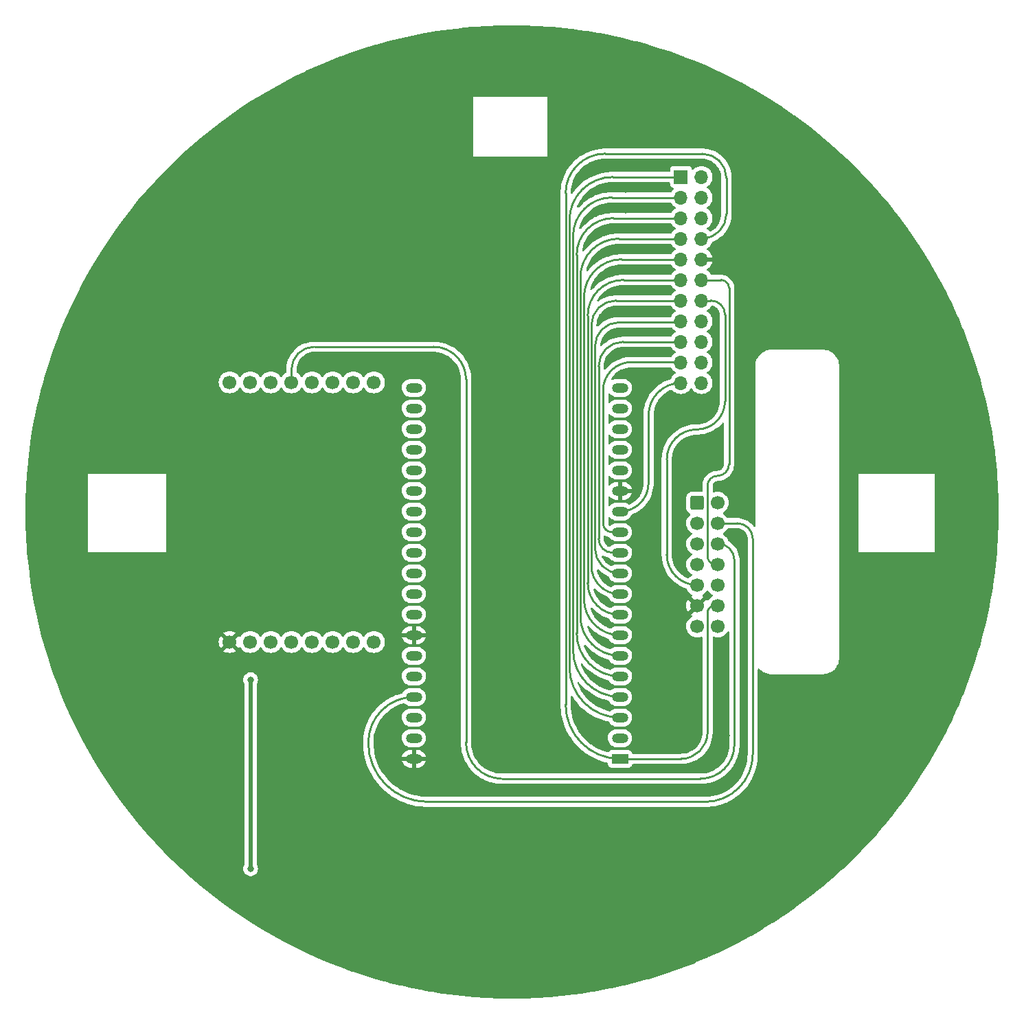
<source format=gbr>
%TF.GenerationSoftware,KiCad,Pcbnew,7.0.9*%
%TF.CreationDate,2025-01-15T18:09:21+09:00*%
%TF.ProjectId,ESP32,45535033-322e-46b6-9963-61645f706362,rev?*%
%TF.SameCoordinates,Original*%
%TF.FileFunction,Copper,L1,Top*%
%TF.FilePolarity,Positive*%
%FSLAX46Y46*%
G04 Gerber Fmt 4.6, Leading zero omitted, Abs format (unit mm)*
G04 Created by KiCad (PCBNEW 7.0.9) date 2025-01-15 18:09:21*
%MOMM*%
%LPD*%
G01*
G04 APERTURE LIST*
G04 Aperture macros list*
%AMRoundRect*
0 Rectangle with rounded corners*
0 $1 Rounding radius*
0 $2 $3 $4 $5 $6 $7 $8 $9 X,Y pos of 4 corners*
0 Add a 4 corners polygon primitive as box body*
4,1,4,$2,$3,$4,$5,$6,$7,$8,$9,$2,$3,0*
0 Add four circle primitives for the rounded corners*
1,1,$1+$1,$2,$3*
1,1,$1+$1,$4,$5*
1,1,$1+$1,$6,$7*
1,1,$1+$1,$8,$9*
0 Add four rect primitives between the rounded corners*
20,1,$1+$1,$2,$3,$4,$5,0*
20,1,$1+$1,$4,$5,$6,$7,0*
20,1,$1+$1,$6,$7,$8,$9,0*
20,1,$1+$1,$8,$9,$2,$3,0*%
G04 Aperture macros list end*
%TA.AperFunction,ComponentPad*%
%ADD10R,1.700000X1.700000*%
%TD*%
%TA.AperFunction,ComponentPad*%
%ADD11O,1.700000X1.700000*%
%TD*%
%TA.AperFunction,ComponentPad*%
%ADD12R,2.000000X1.200000*%
%TD*%
%TA.AperFunction,ComponentPad*%
%ADD13O,2.000000X1.200000*%
%TD*%
%TA.AperFunction,ComponentPad*%
%ADD14RoundRect,0.250000X-0.600000X-0.600000X0.600000X-0.600000X0.600000X0.600000X-0.600000X0.600000X0*%
%TD*%
%TA.AperFunction,ComponentPad*%
%ADD15C,1.700000*%
%TD*%
%TA.AperFunction,ViaPad*%
%ADD16C,0.800000*%
%TD*%
%TA.AperFunction,Conductor*%
%ADD17C,0.250000*%
%TD*%
%TA.AperFunction,Conductor*%
%ADD18C,0.500000*%
%TD*%
G04 APERTURE END LIST*
D10*
%TO.P,J1,1,Pin_1*%
%TO.N,Data_IR_sensor*%
X140893800Y-59410600D03*
D11*
%TO.P,J1,2,Pin_2*%
%TO.N,IR_Data6_Upside*%
X143433800Y-59410600D03*
%TO.P,J1,3,Pin_3*%
%TO.N,S0*%
X140893800Y-61950600D03*
%TO.P,J1,4,Pin_4*%
%TO.N,Start_switch*%
X143433800Y-61950600D03*
%TO.P,J1,5,Pin_5*%
%TO.N,S1*%
X140893800Y-64490600D03*
%TO.P,J1,6,Pin_6*%
%TO.N,RST*%
X143433800Y-64490600D03*
%TO.P,J1,7,Pin_7*%
%TO.N,S2*%
X140893800Y-67030600D03*
%TO.P,J1,8,Pin_8*%
%TO.N,+3.3V*%
X143433800Y-67030600D03*
%TO.P,J1,9,Pin_9*%
%TO.N,S3*%
X140893800Y-69570600D03*
%TO.P,J1,10,Pin_10*%
%TO.N,GND*%
X143433800Y-69570600D03*
%TO.P,J1,11,Pin_11*%
%TO.N,E*%
X140893800Y-72110600D03*
%TO.P,J1,12,Pin_12*%
%TO.N,LCD-TeensyD10*%
X143433800Y-72110600D03*
%TO.P,J1,13,Pin_13*%
%TO.N,IR_Data1_Upside*%
X140893800Y-74650600D03*
%TO.P,J1,14,Pin_14*%
%TO.N,LCD-TeensyD11*%
X143433800Y-74650600D03*
%TO.P,J1,15,Pin_15*%
%TO.N,IR_Data2_Upside*%
X140893800Y-77190600D03*
%TO.P,J1,16,Pin_16*%
%TO.N,LCD-TeensyD12*%
X143433800Y-77190600D03*
%TO.P,J1,17,Pin_17*%
%TO.N,IR_Data3_Upside*%
X140893800Y-79730600D03*
%TO.P,J1,18,Pin_18*%
%TO.N,SCL_LCD*%
X143433800Y-79730600D03*
%TO.P,J1,19,Pin_19*%
%TO.N,IR_Data4_Upside*%
X140893800Y-82270600D03*
%TO.P,J1,20,Pin_20*%
%TO.N,SDA_LCD*%
X143433800Y-82270600D03*
%TO.P,J1,21,Pin_21*%
%TO.N,IR_Data5_Upside*%
X140893800Y-84810600D03*
%TO.P,J1,22,Pin_22*%
%TO.N,unconnected-(J1-Pin_22-Pad22)*%
X143433800Y-84810600D03*
%TD*%
D12*
%TO.P,ESP1,1,3.3V*%
%TO.N,+3.3V*%
X133375400Y-131150000D03*
D13*
%TO.P,ESP1,2,EN*%
%TO.N,unconnected-(ESP1-EN-Pad2)*%
X133375400Y-128610000D03*
%TO.P,ESP1,3,VP*%
%TO.N,Data_IR_sensor*%
X133375400Y-126070000D03*
%TO.P,ESP1,4,VN*%
%TO.N,S0*%
X133375400Y-123530000D03*
%TO.P,ESP1,5,34*%
%TO.N,S1*%
X133375400Y-120990000D03*
%TO.P,ESP1,6,35*%
%TO.N,S2*%
X133375400Y-118450000D03*
%TO.P,ESP1,7,32*%
%TO.N,S3*%
X133375400Y-115910000D03*
%TO.P,ESP1,8,33*%
%TO.N,E*%
X133375400Y-113370000D03*
%TO.P,ESP1,9,25*%
%TO.N,IR_Data1_Upside*%
X133375400Y-110830000D03*
%TO.P,ESP1,10,26*%
%TO.N,IR_Data2_Upside*%
X133375400Y-108290000D03*
%TO.P,ESP1,11,27*%
%TO.N,IR_Data3_Upside*%
X133375400Y-105750000D03*
%TO.P,ESP1,12,14*%
%TO.N,IR_Data4_Upside*%
X133375400Y-103210000D03*
%TO.P,ESP1,13,12*%
%TO.N,IR_Data5_Upside*%
X133375400Y-100670000D03*
%TO.P,ESP1,14,GND*%
%TO.N,GND*%
X133375400Y-98130000D03*
%TO.P,ESP1,15,13*%
%TO.N,IR_Data6_Upside*%
X133375400Y-95590000D03*
%TO.P,ESP1,16,D2*%
%TO.N,unconnected-(ESP1-D2-Pad16)*%
X133375400Y-93050000D03*
%TO.P,ESP1,17,D3*%
%TO.N,unconnected-(ESP1-D3-Pad17)*%
X133375400Y-90510000D03*
%TO.P,ESP1,18,CMD*%
%TO.N,unconnected-(ESP1-CMD-Pad18)*%
X133375400Y-87970000D03*
%TO.P,ESP1,19,5V*%
%TO.N,+5V*%
X133375400Y-85430000D03*
%TO.P,ESP1,20,CLK*%
%TO.N,unconnected-(ESP1-CLK-Pad20)*%
X107979080Y-85432720D03*
%TO.P,ESP1,21,D0*%
%TO.N,unconnected-(ESP1-D0-Pad21)*%
X107979080Y-87972720D03*
%TO.P,ESP1,22,D1*%
%TO.N,unconnected-(ESP1-D1-Pad22)*%
X107975400Y-90510000D03*
%TO.P,ESP1,23,15*%
%TO.N,unconnected-(ESP1-15-Pad23)*%
X107975400Y-93050000D03*
%TO.P,ESP1,24,2*%
%TO.N,unconnected-(ESP1-2-Pad24)*%
X107975400Y-95590000D03*
%TO.P,ESP1,25,0*%
%TO.N,unconnected-(ESP1-0-Pad25)*%
X107975400Y-98130000D03*
%TO.P,ESP1,26,4*%
%TO.N,unconnected-(ESP1-4-Pad26)*%
X107975400Y-100670000D03*
%TO.P,ESP1,27,16*%
%TO.N,unconnected-(ESP1-16-Pad27)*%
X107975400Y-103210000D03*
%TO.P,ESP1,28,17*%
%TO.N,unconnected-(ESP1-17-Pad28)*%
X107975400Y-105750000D03*
%TO.P,ESP1,29,5*%
%TO.N,unconnected-(ESP1-5-Pad29)*%
X107975400Y-108290000D03*
%TO.P,ESP1,30,18*%
%TO.N,unconnected-(ESP1-18-Pad30)*%
X107975400Y-110830000D03*
%TO.P,ESP1,31,19*%
%TO.N,unconnected-(ESP1-19-Pad31)*%
X107975400Y-113370000D03*
%TO.P,ESP1,32,GND*%
%TO.N,GND*%
X107975400Y-115910000D03*
%TO.P,ESP1,33,21*%
%TO.N,unconnected-(ESP1-21-Pad33)*%
X107975400Y-118450000D03*
%TO.P,ESP1,34,RX*%
%TO.N,IR_board_RX*%
X107975400Y-120990000D03*
%TO.P,ESP1,35,TX*%
%TO.N,IR_board_TX*%
X107975400Y-123530000D03*
%TO.P,ESP1,36,22*%
%TO.N,unconnected-(ESP1-22-Pad36)*%
X107975400Y-126070000D03*
%TO.P,ESP1,37,23*%
%TO.N,unconnected-(ESP1-23-Pad37)*%
X107975400Y-128610000D03*
%TO.P,ESP1,38,GND*%
%TO.N,GND*%
X107975400Y-131150000D03*
%TD*%
D14*
%TO.P,J2,1,Pin_1*%
%TO.N,unconnected-(J2-Pin_1-Pad1)*%
X142900400Y-99568000D03*
D15*
%TO.P,J2,2,Pin_2*%
%TO.N,SCL_LCD*%
X145440400Y-99568000D03*
%TO.P,J2,3,Pin_3*%
%TO.N,SDA_LCD*%
X142900400Y-102108000D03*
%TO.P,J2,4,Pin_4*%
%TO.N,IR_board_TX*%
X145440400Y-102108000D03*
%TO.P,J2,5,Pin_5*%
%TO.N,IR_board_RX*%
X142900400Y-104648000D03*
%TO.P,J2,6,Pin_6*%
%TO.N,TX_camera*%
X145440400Y-104648000D03*
%TO.P,J2,7,Pin_7*%
%TO.N,RX_camera*%
X142900400Y-107188000D03*
%TO.P,J2,8,Pin_8*%
%TO.N,LCD-TeensyD10*%
X145440400Y-107188000D03*
%TO.P,J2,9,Pin_9*%
%TO.N,LCD-TeensyD11*%
X142900400Y-109728000D03*
%TO.P,J2,10,Pin_10*%
%TO.N,LCD-TeensyD12*%
X145440400Y-109728000D03*
%TO.P,J2,11,Pin_11*%
%TO.N,GND*%
X142900400Y-112268000D03*
%TO.P,J2,12,Pin_12*%
%TO.N,+3.3V*%
X145440400Y-112268000D03*
%TO.P,J2,13,Pin_13*%
%TO.N,Start_switch*%
X142900400Y-114808000D03*
%TO.P,J2,14,Pin_14*%
%TO.N,+5V*%
X145440400Y-114808000D03*
%TD*%
%TO.P,U17,1,mosi*%
%TO.N,unconnected-(U17-mosi-Pad1)*%
X103047800Y-84736400D03*
%TO.P,U17,2,sclk*%
%TO.N,unconnected-(U17-sclk-Pad2)*%
X100507800Y-84736400D03*
%TO.P,U17,3,miso*%
%TO.N,unconnected-(U17-miso-Pad3)*%
X97967800Y-84736400D03*
%TO.P,U17,4,ss*%
%TO.N,unconnected-(U17-ss-Pad4)*%
X95427800Y-84736400D03*
%TO.P,U17,5,txo/scl*%
%TO.N,TX_camera*%
X92887800Y-84736400D03*
%TO.P,U17,6,rxd/sca*%
%TO.N,RX_camera*%
X90347800Y-84736400D03*
%TO.P,U17,7,adc/dac*%
%TO.N,unconnected-(U17-adc{slash}dac-Pad7)*%
X87807800Y-84736400D03*
%TO.P,U17,8,3.3v*%
%TO.N,unconnected-(U17-3.3v-Pad8)*%
X85267800Y-84736400D03*
%TO.P,U17,9,rst*%
%TO.N,RST*%
X103047800Y-116736400D03*
%TO.P,U17,10,boot*%
%TO.N,unconnected-(U17-boot-Pad10)*%
X100507800Y-116736400D03*
%TO.P,U17,11,syn*%
%TO.N,unconnected-(U17-syn-Pad11)*%
X97967800Y-116736400D03*
%TO.P,U17,12,seru03*%
%TO.N,unconnected-(U17-seru03-Pad12)*%
X95427800Y-116736400D03*
%TO.P,U17,13,seru02*%
%TO.N,unconnected-(U17-seru02-Pad13)*%
X92887800Y-116736400D03*
%TO.P,U17,14,seru01*%
%TO.N,unconnected-(U17-seru01-Pad14)*%
X90347800Y-116736400D03*
%TO.P,U17,15,vin*%
%TO.N,+5V*%
X87807800Y-116736400D03*
%TO.P,U17,16,GND*%
%TO.N,GND*%
X85267800Y-116736400D03*
%TD*%
D16*
%TO.N,GND*%
X145288000Y-92964000D03*
X153670000Y-72390000D03*
X138430000Y-127762000D03*
X111252000Y-83566000D03*
X134112000Y-63500000D03*
X136652000Y-103886000D03*
X116332000Y-84074000D03*
X129540000Y-127254000D03*
X134112000Y-78486000D03*
X124206000Y-78232000D03*
X90424000Y-123190000D03*
X84582000Y-63500000D03*
X135636000Y-127508000D03*
X141478000Y-127762000D03*
X134112000Y-65786000D03*
X150622000Y-79502000D03*
X140970000Y-110998000D03*
X174244000Y-86614000D03*
X148336000Y-99822000D03*
X99314000Y-111506000D03*
X111252000Y-114554000D03*
X134112000Y-68326000D03*
X148590000Y-111760000D03*
X146558000Y-128270000D03*
X147320000Y-133096000D03*
X99568000Y-77216000D03*
X117602000Y-112014000D03*
X138430000Y-120650000D03*
X157226000Y-60198000D03*
X91186000Y-144780000D03*
X153162000Y-122682000D03*
X130556000Y-138938000D03*
X135636000Y-119888000D03*
X154940000Y-137668000D03*
X138430000Y-112268000D03*
X134112000Y-73152000D03*
X141732000Y-123190000D03*
X134112000Y-70612000D03*
X141986000Y-149860000D03*
X92964000Y-137414000D03*
X141986000Y-118618000D03*
X113792000Y-144018000D03*
X141224000Y-95250000D03*
X120142000Y-154940000D03*
X111252000Y-130302000D03*
X134112000Y-58166000D03*
X103378000Y-56388000D03*
X138176000Y-51308000D03*
X166370000Y-72390000D03*
X148082000Y-103886000D03*
X134112000Y-81026000D03*
X68326000Y-116586000D03*
X148590000Y-126492000D03*
X137414000Y-141732000D03*
X105156000Y-119888000D03*
X83820000Y-131572000D03*
X82804000Y-89408000D03*
X157988000Y-79502000D03*
X104902000Y-129794000D03*
X111252000Y-101346000D03*
X83312000Y-112522000D03*
X134112000Y-75946000D03*
X170942000Y-122174000D03*
X143510000Y-132080000D03*
X152146000Y-127254000D03*
X113030000Y-138938000D03*
X94996000Y-82550000D03*
X141986000Y-135128000D03*
X136652000Y-135128000D03*
X94180000Y-118520000D03*
X146558000Y-69342000D03*
X71628000Y-84582000D03*
X137922000Y-132334000D03*
X119380000Y-42926000D03*
X124460000Y-84074000D03*
X117602000Y-131318000D03*
X100584000Y-82550000D03*
X134112000Y-60960000D03*
X101150000Y-94830000D03*
%TO.N,+5V*%
X87840000Y-144710000D03*
X87840000Y-121390000D03*
%TD*%
D17*
%TO.N,+3.3V*%
X146500000Y-63964399D02*
X146500000Y-59539754D01*
X144175000Y-113147018D02*
X144175000Y-127879549D01*
X145440400Y-112268000D02*
X145422400Y-112250000D01*
X140904549Y-131150000D02*
X133375400Y-131150000D01*
X126675000Y-61432060D02*
X126675000Y-124449605D01*
X143510246Y-56550000D02*
X131557060Y-56550000D01*
X145422400Y-112250000D02*
X145072018Y-112250000D01*
X126675000Y-124449605D02*
G75*
G03*
X133375400Y-131150000I6700400J5D01*
G01*
X146500000Y-59539754D02*
G75*
G03*
X143510246Y-56550000I-2989800J-46D01*
G01*
X145072018Y-112250000D02*
G75*
G03*
X144175000Y-113147018I-18J-897000D01*
G01*
X140904549Y-131150000D02*
G75*
G03*
X144175000Y-127879549I-49J3270500D01*
G01*
X131557060Y-56550000D02*
G75*
G03*
X126675000Y-61432060I40J-4882100D01*
G01*
X143433800Y-67030600D02*
G75*
G03*
X146500000Y-63964399I0J3066200D01*
G01*
%TO.N,IR_board_TX*%
X143889097Y-136450000D02*
X140700000Y-136450000D01*
X149750000Y-126112775D02*
X149750000Y-126000000D01*
X149750000Y-126000000D02*
X149750000Y-130589097D01*
X149750000Y-126000000D02*
X149750000Y-104021694D01*
X109644601Y-136450000D02*
X144100000Y-136450000D01*
X147836306Y-102108000D02*
X145440400Y-102108000D01*
X107975400Y-123530000D02*
G75*
G03*
X102350000Y-129155403I0J-5625400D01*
G01*
X143889097Y-136450000D02*
G75*
G03*
X149750000Y-130589097I3J5860900D01*
G01*
X149750000Y-104021694D02*
G75*
G03*
X147836306Y-102108000I-1913700J-6D01*
G01*
X102350000Y-129155403D02*
G75*
G03*
X109644601Y-136450000I7294600J3D01*
G01*
D18*
%TO.N,+5V*%
X87840000Y-144710000D02*
X87840000Y-121390000D01*
%TO.N,TX_camera*%
X145440400Y-104648000D02*
X145673000Y-104648000D01*
D17*
X114400000Y-84368162D02*
X114400000Y-129147365D01*
X145463400Y-104625000D02*
X145440400Y-104648000D01*
X95694918Y-80350000D02*
X110381838Y-80350000D01*
X147475000Y-129434724D02*
X147475000Y-106636602D01*
X118852635Y-133600000D02*
X143309724Y-133600000D01*
X92887800Y-84736400D02*
X92887800Y-83157118D01*
D18*
X145673000Y-104648000D02*
X145925000Y-104900000D01*
D17*
X114400000Y-129147365D02*
G75*
G03*
X118852635Y-133600000I4452640J5D01*
G01*
X143309724Y-133600000D02*
G75*
G03*
X147475000Y-129434724I-24J4165300D01*
G01*
X95694918Y-80350000D02*
G75*
G03*
X92887800Y-83157118I-18J-2807100D01*
G01*
X147475000Y-106636602D02*
G75*
G03*
X145463400Y-104625000I-2011600J2D01*
G01*
X114400000Y-84368162D02*
G75*
G03*
X110381838Y-80350000I-4018200J-38D01*
G01*
%TO.N,Data_IR_sensor*%
X140879400Y-59425000D02*
X132480738Y-59425000D01*
X127145600Y-64760138D02*
X127145600Y-119840195D01*
X140893800Y-59410600D02*
X140879400Y-59425000D01*
X127145600Y-119840195D02*
G75*
G03*
X133375400Y-126070000I6229800J-5D01*
G01*
X132480738Y-59425000D02*
G75*
G03*
X127145600Y-64760138I-38J-5335100D01*
G01*
%TO.N,LCD-TeensyD10*%
X146825000Y-94821352D02*
X146825000Y-73110600D01*
X145825000Y-72110600D02*
X143433800Y-72110600D01*
X144175000Y-106188000D02*
X144175000Y-97471347D01*
X145440400Y-107188000D02*
X145175000Y-107188000D01*
X144175000Y-106188000D02*
G75*
G03*
X145175000Y-107188000I1000000J0D01*
G01*
X146825000Y-73110600D02*
G75*
G03*
X145825000Y-72110600I-1000000J0D01*
G01*
X145371352Y-96275000D02*
G75*
G03*
X146825000Y-94821352I48J1453600D01*
G01*
X145371352Y-96275000D02*
G75*
G03*
X144175000Y-97471347I-52J-1196300D01*
G01*
%TO.N,LCD-TeensyD11*%
X139150000Y-98800000D02*
X139150000Y-94238106D01*
X146325000Y-87063115D02*
X146325000Y-76382518D01*
X144593082Y-74650600D02*
X143433800Y-74650600D01*
X139150000Y-98425000D02*
X139150000Y-98800000D01*
X139150000Y-98800000D02*
X139150000Y-105977598D01*
X146325000Y-76382518D02*
G75*
G03*
X144593082Y-74650600I-1731900J18D01*
G01*
X139150000Y-105977598D02*
G75*
G03*
X142900400Y-109728000I3750400J-2D01*
G01*
X142838119Y-90550000D02*
G75*
G03*
X146325000Y-87063115I-19J3486900D01*
G01*
X142838119Y-90550000D02*
G75*
G03*
X139150000Y-94238106I-19J-3688100D01*
G01*
%TO.N,S0*%
X127595600Y-117750201D02*
X127595600Y-66710248D01*
X132355248Y-61950600D02*
X140893800Y-61950600D01*
X133375400Y-123530000D02*
X133345400Y-123500000D01*
X132355248Y-61950600D02*
G75*
G03*
X127595600Y-66710248I2J-4759650D01*
G01*
X127595600Y-117750201D02*
G75*
G03*
X133345400Y-123500000I5749800J1D01*
G01*
%TO.N,S1*%
X128045600Y-69022981D02*
X128045600Y-115660201D01*
X140893800Y-64490600D02*
X132577981Y-64490600D01*
X128045600Y-115660201D02*
G75*
G03*
X133375400Y-120990000I5329800J1D01*
G01*
X132577981Y-64490600D02*
G75*
G03*
X128045600Y-69022981I19J-4532400D01*
G01*
%TO.N,S2*%
X140888200Y-67025000D02*
X133263809Y-67025000D01*
X128495600Y-71793209D02*
X128495600Y-113570202D01*
X140893800Y-67030600D02*
X140888200Y-67025000D01*
X128495600Y-113570202D02*
G75*
G03*
X133375400Y-118450000I4879800J2D01*
G01*
X133263809Y-67025000D02*
G75*
G03*
X128495600Y-71793209I-9J-4768200D01*
G01*
%TO.N,S3*%
X128945600Y-74228577D02*
X128945600Y-111480200D01*
X140893800Y-69570600D02*
X133603577Y-69570600D01*
X133603577Y-69570600D02*
G75*
G03*
X128945600Y-74228577I23J-4658000D01*
G01*
X128945600Y-111480200D02*
G75*
G03*
X133375400Y-115910000I4429800J0D01*
G01*
%TO.N,E*%
X133345400Y-113400000D02*
X133375400Y-113370000D01*
X140893800Y-72110600D02*
X133803825Y-72110600D01*
X129400000Y-76514425D02*
X129400000Y-109454595D01*
X133803825Y-72110600D02*
G75*
G03*
X129400000Y-76514425I-25J-4403800D01*
G01*
X129400000Y-109454595D02*
G75*
G03*
X133345400Y-113400000I3945400J-5D01*
G01*
%TO.N,IR_Data1_Upside*%
X129850000Y-77708200D02*
X129850000Y-107344601D01*
X140893800Y-74650600D02*
X132907600Y-74650600D01*
X133355400Y-110850000D02*
X133375400Y-110830000D01*
X129850000Y-107344601D02*
G75*
G03*
X133355400Y-110850000I3505400J1D01*
G01*
X132907600Y-74650600D02*
G75*
G03*
X129850000Y-77708200I0J-3057600D01*
G01*
%TO.N,IR_Data2_Upside*%
X140734400Y-77350000D02*
X133241009Y-77350000D01*
X140893800Y-77190600D02*
X140734400Y-77350000D01*
X130300000Y-80291009D02*
X130300000Y-105214591D01*
X130300000Y-105214591D02*
G75*
G03*
X133375400Y-108290000I3075400J-9D01*
G01*
X133241009Y-77350000D02*
G75*
G03*
X130300000Y-80291009I-9J-2941000D01*
G01*
%TO.N,IR_Data3_Upside*%
X140874400Y-79750000D02*
X133758634Y-79750000D01*
X130750000Y-82758634D02*
X130750000Y-104021037D01*
X140893800Y-79730600D02*
X140874400Y-79750000D01*
X133375400Y-105750000D02*
X132478963Y-105750000D01*
X133758634Y-79750000D02*
G75*
G03*
X130750000Y-82758634I-34J-3008600D01*
G01*
X130750000Y-104021037D02*
G75*
G03*
X132478963Y-105750000I1729000J37D01*
G01*
%TO.N,IR_Data4_Upside*%
X140893800Y-82270600D02*
X140873200Y-82250000D01*
X131300000Y-85711497D02*
X131300000Y-102117875D01*
X133375400Y-103210000D02*
X132392125Y-103210000D01*
X140873200Y-82250000D02*
X134761497Y-82250000D01*
X131300000Y-102117875D02*
G75*
G03*
X132392125Y-103210000I1092100J-25D01*
G01*
X134761497Y-82250000D02*
G75*
G03*
X131300000Y-85711497I3J-3461500D01*
G01*
%TO.N,IR_Data5_Upside*%
X136900000Y-88804387D02*
X136900000Y-97145398D01*
X140893800Y-84810600D02*
G75*
G03*
X136900000Y-88804387I0J-3993800D01*
G01*
X133375400Y-100670000D02*
G75*
G03*
X136900000Y-97145398I0J3524600D01*
G01*
%TD*%
%TA.AperFunction,Conductor*%
%TO.N,GND*%
G36*
X144774411Y-75291961D02*
G01*
X144795690Y-75295713D01*
X144961035Y-75340016D01*
X144981332Y-75347404D01*
X145136466Y-75419743D01*
X145155179Y-75430547D01*
X145295392Y-75528725D01*
X145311950Y-75542619D01*
X145432980Y-75663649D01*
X145446874Y-75680207D01*
X145545050Y-75820417D01*
X145555857Y-75839136D01*
X145628192Y-75994260D01*
X145635585Y-76014571D01*
X145679885Y-76179906D01*
X145683638Y-76201193D01*
X145699263Y-76379809D01*
X145699499Y-76385215D01*
X145699499Y-76462199D01*
X145699500Y-76462216D01*
X145699500Y-87061370D01*
X145699402Y-87064848D01*
X145681702Y-87380006D01*
X145680923Y-87386920D01*
X145628340Y-87696391D01*
X145626792Y-87703175D01*
X145539890Y-88004820D01*
X145537591Y-88011388D01*
X145417463Y-88301398D01*
X145414444Y-88307667D01*
X145262597Y-88582414D01*
X145258895Y-88588305D01*
X145079099Y-88841705D01*
X145077253Y-88844306D01*
X145072915Y-88849746D01*
X144863738Y-89083815D01*
X144858818Y-89088735D01*
X144624749Y-89297913D01*
X144619309Y-89302251D01*
X144363308Y-89483894D01*
X144357416Y-89487596D01*
X144082671Y-89639443D01*
X144076402Y-89642462D01*
X143786392Y-89762590D01*
X143779824Y-89764889D01*
X143478180Y-89851791D01*
X143471396Y-89853339D01*
X143161923Y-89905923D01*
X143155009Y-89906702D01*
X142839851Y-89924401D01*
X142836374Y-89924499D01*
X142638692Y-89924499D01*
X142550989Y-89932625D01*
X142241543Y-89961297D01*
X142241536Y-89961298D01*
X141849458Y-90034588D01*
X141849457Y-90034589D01*
X141465825Y-90143740D01*
X141093893Y-90287825D01*
X141093892Y-90287826D01*
X140736864Y-90465604D01*
X140736848Y-90465613D01*
X140397732Y-90675583D01*
X140397727Y-90675586D01*
X140079449Y-90915936D01*
X140079430Y-90915952D01*
X139784665Y-91184665D01*
X139515962Y-91479418D01*
X139515955Y-91479428D01*
X139275596Y-91797712D01*
X139065618Y-92136839D01*
X138887830Y-92493883D01*
X138850304Y-92590750D01*
X138743745Y-92865811D01*
X138743743Y-92865817D01*
X138743741Y-92865823D01*
X138703811Y-93006163D01*
X138634591Y-93249447D01*
X138561301Y-93641517D01*
X138561300Y-93641524D01*
X138561299Y-93641525D01*
X138535590Y-93918985D01*
X138524499Y-94038676D01*
X138524500Y-94159087D01*
X138524500Y-98345981D01*
X138524500Y-98720981D01*
X138524500Y-105901648D01*
X138524500Y-105977598D01*
X138524500Y-106179908D01*
X138527219Y-106209249D01*
X138561832Y-106582793D01*
X138561833Y-106582794D01*
X138561834Y-106582802D01*
X138636182Y-106980533D01*
X138636184Y-106980540D01*
X138636183Y-106980540D01*
X138746911Y-107369704D01*
X138746910Y-107369704D01*
X138876016Y-107702965D01*
X138893077Y-107747004D01*
X139073432Y-108109206D01*
X139286437Y-108453221D01*
X139286438Y-108453222D01*
X139509986Y-108749249D01*
X139530275Y-108776115D01*
X139802866Y-109075133D01*
X140101884Y-109347724D01*
X140210930Y-109430072D01*
X140424769Y-109591557D01*
X140424776Y-109591561D01*
X140424777Y-109591562D01*
X140768792Y-109804567D01*
X141130994Y-109984922D01*
X141508291Y-110131088D01*
X141508297Y-110131089D01*
X141508298Y-110131090D01*
X141557508Y-110145091D01*
X141616602Y-110182370D01*
X141635958Y-110211953D01*
X141726365Y-110405830D01*
X141726367Y-110405834D01*
X141776450Y-110477359D01*
X141861905Y-110599401D01*
X142028999Y-110766495D01*
X142194817Y-110882602D01*
X142214994Y-110896730D01*
X142258618Y-110951307D01*
X142265811Y-111020806D01*
X142234289Y-111083160D01*
X142214993Y-111099880D01*
X142139026Y-111153072D01*
X142139025Y-111153072D01*
X142767866Y-111781913D01*
X142758085Y-111783320D01*
X142627300Y-111843048D01*
X142518639Y-111937202D01*
X142440907Y-112058156D01*
X142417323Y-112138475D01*
X141785473Y-111506625D01*
X141785472Y-111506625D01*
X141726801Y-111590419D01*
X141626970Y-111804507D01*
X141626966Y-111804516D01*
X141565832Y-112032673D01*
X141565830Y-112032684D01*
X141545243Y-112267998D01*
X141545243Y-112268001D01*
X141565830Y-112503315D01*
X141565832Y-112503326D01*
X141626966Y-112731483D01*
X141626970Y-112731492D01*
X141726800Y-112945579D01*
X141726802Y-112945583D01*
X141785472Y-113029373D01*
X141785473Y-113029373D01*
X142417323Y-112397523D01*
X142440907Y-112477844D01*
X142518639Y-112598798D01*
X142627300Y-112692952D01*
X142758085Y-112752680D01*
X142767866Y-112754086D01*
X142139025Y-113382925D01*
X142214994Y-113436119D01*
X142258619Y-113490696D01*
X142265813Y-113560194D01*
X142234290Y-113622549D01*
X142214995Y-113639269D01*
X142028994Y-113769508D01*
X141861905Y-113936597D01*
X141726365Y-114130169D01*
X141726364Y-114130171D01*
X141626498Y-114344335D01*
X141626494Y-114344344D01*
X141565338Y-114572586D01*
X141565336Y-114572596D01*
X141544741Y-114807999D01*
X141544741Y-114808000D01*
X141565336Y-115043403D01*
X141565338Y-115043413D01*
X141626494Y-115271655D01*
X141626496Y-115271659D01*
X141626497Y-115271663D01*
X141666410Y-115357256D01*
X141726365Y-115485830D01*
X141726367Y-115485834D01*
X141780261Y-115562802D01*
X141861905Y-115679401D01*
X142028999Y-115846495D01*
X142119693Y-115910000D01*
X142222565Y-115982032D01*
X142222567Y-115982033D01*
X142222570Y-115982035D01*
X142436737Y-116081903D01*
X142664992Y-116143063D01*
X142853318Y-116159539D01*
X142900399Y-116163659D01*
X142900400Y-116163659D01*
X142900401Y-116163659D01*
X142942222Y-116160000D01*
X143135808Y-116143063D01*
X143364063Y-116081903D01*
X143373096Y-116077690D01*
X143442172Y-116067199D01*
X143505956Y-116095718D01*
X143544196Y-116154194D01*
X143549500Y-116190073D01*
X143549500Y-127877797D01*
X143549402Y-127881275D01*
X143533060Y-128172200D01*
X143532281Y-128179114D01*
X143483760Y-128464664D01*
X143482212Y-128471448D01*
X143402030Y-128749754D01*
X143399732Y-128756321D01*
X143288885Y-129023923D01*
X143285866Y-129030192D01*
X143212605Y-129162748D01*
X143145761Y-129283689D01*
X143142065Y-129289572D01*
X142974453Y-129525798D01*
X142970114Y-129531238D01*
X142777118Y-129747198D01*
X142772198Y-129752118D01*
X142556238Y-129945114D01*
X142550798Y-129949453D01*
X142314572Y-130117065D01*
X142308689Y-130120761D01*
X142242234Y-130157491D01*
X142055192Y-130260866D01*
X142048923Y-130263885D01*
X141781321Y-130374732D01*
X141774754Y-130377030D01*
X141496448Y-130457212D01*
X141489664Y-130458760D01*
X141204114Y-130507281D01*
X141197200Y-130508060D01*
X140906275Y-130524402D01*
X140902797Y-130524500D01*
X134986164Y-130524500D01*
X134919125Y-130504815D01*
X134873370Y-130452011D01*
X134869982Y-130443833D01*
X134819197Y-130307671D01*
X134819193Y-130307664D01*
X134732947Y-130192455D01*
X134732944Y-130192452D01*
X134617735Y-130106206D01*
X134617728Y-130106202D01*
X134482882Y-130055908D01*
X134482883Y-130055908D01*
X134423283Y-130049501D01*
X134423281Y-130049500D01*
X134423273Y-130049500D01*
X134423264Y-130049500D01*
X132327529Y-130049500D01*
X132327523Y-130049501D01*
X132267916Y-130055908D01*
X132133071Y-130106202D01*
X132133064Y-130106206D01*
X132017855Y-130192452D01*
X132017852Y-130192455D01*
X131956805Y-130274004D01*
X131900872Y-130315875D01*
X131831180Y-130320859D01*
X131823880Y-130319037D01*
X131500500Y-130227834D01*
X131495868Y-130226330D01*
X131052922Y-130062918D01*
X131048423Y-130061054D01*
X130619668Y-129863396D01*
X130615328Y-129861185D01*
X130203396Y-129630492D01*
X130199244Y-129627947D01*
X129806691Y-129365651D01*
X129802751Y-129362789D01*
X129706275Y-129286734D01*
X129431973Y-129070492D01*
X129428285Y-129067342D01*
X129081584Y-128746855D01*
X129078144Y-128743415D01*
X129074961Y-128739972D01*
X128906194Y-128557401D01*
X131871146Y-128557401D01*
X131881145Y-128767327D01*
X131930696Y-128971578D01*
X131930698Y-128971582D01*
X132017998Y-129162743D01*
X132018001Y-129162748D01*
X132018002Y-129162750D01*
X132018004Y-129162753D01*
X132139914Y-129333952D01*
X132139915Y-129333953D01*
X132139920Y-129333959D01*
X132292020Y-129478985D01*
X132386978Y-129540011D01*
X132468828Y-129592613D01*
X132663943Y-129670725D01*
X132767129Y-129690612D01*
X132870314Y-129710500D01*
X132870315Y-129710500D01*
X133827819Y-129710500D01*
X133827825Y-129710500D01*
X133984618Y-129695528D01*
X134186275Y-129636316D01*
X134373082Y-129540011D01*
X134538286Y-129410092D01*
X134675919Y-129251256D01*
X134781004Y-129069244D01*
X134849744Y-128870633D01*
X134879654Y-128662602D01*
X134869654Y-128452670D01*
X134820104Y-128248424D01*
X134785294Y-128172200D01*
X134732801Y-128057256D01*
X134732798Y-128057251D01*
X134732797Y-128057250D01*
X134732796Y-128057247D01*
X134610886Y-127886048D01*
X134610884Y-127886046D01*
X134610879Y-127886040D01*
X134458779Y-127741014D01*
X134281974Y-127627388D01*
X134277882Y-127625750D01*
X134086857Y-127549275D01*
X134086855Y-127549274D01*
X133880486Y-127509500D01*
X133880485Y-127509500D01*
X132922975Y-127509500D01*
X132766182Y-127524472D01*
X132766178Y-127524473D01*
X132564527Y-127583683D01*
X132377713Y-127679991D01*
X132212516Y-127809905D01*
X132212512Y-127809909D01*
X132074878Y-127968746D01*
X131969798Y-128150750D01*
X131901056Y-128349365D01*
X131901056Y-128349367D01*
X131885864Y-128455035D01*
X131871146Y-128557401D01*
X128906194Y-128557401D01*
X128809382Y-128452670D01*
X128757666Y-128396724D01*
X128754503Y-128393021D01*
X128580422Y-128172200D01*
X128462210Y-128022250D01*
X128459350Y-128018312D01*
X128274065Y-127741014D01*
X128197043Y-127625742D01*
X128194521Y-127621627D01*
X127963819Y-127209682D01*
X127961610Y-127205345D01*
X127763947Y-126776580D01*
X127762083Y-126772081D01*
X127598669Y-126329128D01*
X127597164Y-126324496D01*
X127469012Y-125870105D01*
X127467875Y-125865370D01*
X127460321Y-125827395D01*
X127375767Y-125402311D01*
X127375006Y-125397507D01*
X127319509Y-124928618D01*
X127319132Y-124923831D01*
X127300500Y-124449605D01*
X127300500Y-124373655D01*
X127300500Y-123489729D01*
X127320185Y-123422690D01*
X127372989Y-123376935D01*
X127442147Y-123366991D01*
X127505703Y-123396016D01*
X127528814Y-123422687D01*
X127565582Y-123479900D01*
X127740718Y-123752418D01*
X128034176Y-124144434D01*
X128034177Y-124144434D01*
X128354846Y-124514506D01*
X128701090Y-124860750D01*
X129071169Y-125181425D01*
X129071168Y-125181425D01*
X129463178Y-125474879D01*
X129463177Y-125474878D01*
X129875116Y-125739615D01*
X130304895Y-125974292D01*
X130545996Y-126084399D01*
X130750316Y-126177709D01*
X131209118Y-126348833D01*
X131678958Y-126486791D01*
X131874112Y-126529244D01*
X131925809Y-126540490D01*
X131987132Y-126573975D01*
X132012243Y-126610140D01*
X132017999Y-126622743D01*
X132018004Y-126622753D01*
X132139914Y-126793952D01*
X132139915Y-126793953D01*
X132139920Y-126793959D01*
X132292020Y-126938985D01*
X132386978Y-127000011D01*
X132468828Y-127052613D01*
X132663943Y-127130725D01*
X132736281Y-127144667D01*
X132870314Y-127170500D01*
X132870315Y-127170500D01*
X133827819Y-127170500D01*
X133827825Y-127170500D01*
X133984618Y-127155528D01*
X134186275Y-127096316D01*
X134373082Y-127000011D01*
X134538286Y-126870092D01*
X134675919Y-126711256D01*
X134781004Y-126529244D01*
X134849744Y-126330633D01*
X134879654Y-126122602D01*
X134869654Y-125912670D01*
X134820104Y-125708424D01*
X134820101Y-125708417D01*
X134732801Y-125517256D01*
X134732798Y-125517251D01*
X134732797Y-125517250D01*
X134732796Y-125517247D01*
X134610886Y-125346048D01*
X134610884Y-125346046D01*
X134610879Y-125346040D01*
X134458779Y-125201014D01*
X134281974Y-125087388D01*
X134251442Y-125075165D01*
X134110500Y-125018740D01*
X134086855Y-125009274D01*
X133880486Y-124969500D01*
X133880485Y-124969500D01*
X132922975Y-124969500D01*
X132766182Y-124984472D01*
X132766178Y-124984473D01*
X132564527Y-125043683D01*
X132377713Y-125139991D01*
X132207983Y-125273470D01*
X132143118Y-125299438D01*
X132107139Y-125297617D01*
X132069491Y-125290128D01*
X132064756Y-125288991D01*
X131645929Y-125170869D01*
X131641297Y-125169365D01*
X131233011Y-125018740D01*
X131228511Y-125016876D01*
X130833304Y-124834682D01*
X130828965Y-124832471D01*
X130741604Y-124783546D01*
X130449268Y-124619830D01*
X130445138Y-124617299D01*
X130083300Y-124375526D01*
X130079360Y-124372664D01*
X129823871Y-124171253D01*
X129737600Y-124103242D01*
X129733912Y-124100092D01*
X129414345Y-123804687D01*
X129410905Y-123801247D01*
X129115502Y-123481682D01*
X129112356Y-123477998D01*
X128842930Y-123136234D01*
X128840070Y-123132296D01*
X128598304Y-122770467D01*
X128595759Y-122766315D01*
X128383121Y-122386620D01*
X128380910Y-122382281D01*
X128198722Y-121987083D01*
X128196858Y-121982584D01*
X128144968Y-121841931D01*
X128140233Y-121772221D01*
X128173936Y-121711018D01*
X128235379Y-121677752D01*
X128305052Y-121682986D01*
X128358250Y-121721698D01*
X128509721Y-121911637D01*
X128834228Y-122261373D01*
X129183964Y-122585880D01*
X129363553Y-122729097D01*
X129556967Y-122883340D01*
X129951161Y-123152097D01*
X129951162Y-123152098D01*
X130364333Y-123390643D01*
X130429553Y-123422051D01*
X130794185Y-123597648D01*
X131079494Y-123709623D01*
X131238288Y-123771946D01*
X131238291Y-123771947D01*
X131238299Y-123771950D01*
X131438353Y-123833658D01*
X131694188Y-123912574D01*
X131694189Y-123912574D01*
X131694194Y-123912575D01*
X131694197Y-123912576D01*
X131909178Y-123961644D01*
X131970156Y-123995751D01*
X131994379Y-124031022D01*
X132018006Y-124082757D01*
X132018006Y-124082758D01*
X132139909Y-124253947D01*
X132139920Y-124253959D01*
X132292020Y-124398985D01*
X132386978Y-124460011D01*
X132468828Y-124512613D01*
X132663943Y-124590725D01*
X132767129Y-124610612D01*
X132870314Y-124630500D01*
X132870315Y-124630500D01*
X133827819Y-124630500D01*
X133827825Y-124630500D01*
X133984618Y-124615528D01*
X134186275Y-124556316D01*
X134373082Y-124460011D01*
X134538286Y-124330092D01*
X134675919Y-124171256D01*
X134781004Y-123989244D01*
X134849744Y-123790633D01*
X134879654Y-123582602D01*
X134869654Y-123372670D01*
X134820104Y-123168424D01*
X134794916Y-123113270D01*
X134732801Y-122977256D01*
X134732798Y-122977251D01*
X134732797Y-122977250D01*
X134732796Y-122977247D01*
X134610886Y-122806048D01*
X134610884Y-122806046D01*
X134610879Y-122806040D01*
X134458779Y-122661014D01*
X134281974Y-122547388D01*
X134086855Y-122469274D01*
X133880486Y-122429500D01*
X133880485Y-122429500D01*
X132922975Y-122429500D01*
X132772937Y-122443827D01*
X132766182Y-122444472D01*
X132766178Y-122444473D01*
X132564527Y-122503683D01*
X132377717Y-122599989D01*
X132243923Y-122705207D01*
X132179058Y-122731175D01*
X132141826Y-122729097D01*
X132116433Y-122723773D01*
X132089970Y-122718224D01*
X132085001Y-122716965D01*
X131683998Y-122597582D01*
X131679149Y-122595917D01*
X131289378Y-122443827D01*
X131284683Y-122441768D01*
X130915679Y-122261373D01*
X130908812Y-122258016D01*
X130904309Y-122255579D01*
X130544868Y-122041399D01*
X130540577Y-122038595D01*
X130200071Y-121795479D01*
X130196040Y-121792341D01*
X129876756Y-121521921D01*
X129873003Y-121518467D01*
X129577131Y-121222595D01*
X129573679Y-121218844D01*
X129303260Y-120899562D01*
X129300129Y-120895539D01*
X129056997Y-120555013D01*
X129054196Y-120550726D01*
X129042296Y-120530756D01*
X128840023Y-120191298D01*
X128837585Y-120186791D01*
X128653827Y-119810905D01*
X128651773Y-119806225D01*
X128554329Y-119556497D01*
X128548297Y-119486888D01*
X128580857Y-119425069D01*
X128641670Y-119390666D01*
X128711428Y-119394602D01*
X128764136Y-119430891D01*
X128853503Y-119535526D01*
X128998915Y-119705782D01*
X129329819Y-120036685D01*
X129431883Y-120123856D01*
X129685662Y-120340605D01*
X129696867Y-120348746D01*
X130064260Y-120615672D01*
X130085069Y-120628424D01*
X130463258Y-120860179D01*
X130463265Y-120860182D01*
X130463269Y-120860185D01*
X130880232Y-121072638D01*
X131309952Y-121250634D01*
X131312584Y-121251724D01*
X131757634Y-121396329D01*
X131757633Y-121396329D01*
X131757639Y-121396330D01*
X131757644Y-121396332D01*
X131916215Y-121434401D01*
X131976805Y-121469191D01*
X132000059Y-121503460D01*
X132018004Y-121542753D01*
X132081024Y-121631253D01*
X132139915Y-121713953D01*
X132139920Y-121713959D01*
X132292020Y-121858985D01*
X132386978Y-121920011D01*
X132468828Y-121972613D01*
X132663943Y-122050725D01*
X132767129Y-122070612D01*
X132870314Y-122090500D01*
X132870315Y-122090500D01*
X133827819Y-122090500D01*
X133827825Y-122090500D01*
X133984618Y-122075528D01*
X134186275Y-122016316D01*
X134373082Y-121920011D01*
X134538286Y-121790092D01*
X134675919Y-121631256D01*
X134710119Y-121572021D01*
X134749784Y-121503317D01*
X134781004Y-121449244D01*
X134849744Y-121250633D01*
X134879654Y-121042602D01*
X134869654Y-120832670D01*
X134820104Y-120628424D01*
X134814282Y-120615675D01*
X134732801Y-120437256D01*
X134732798Y-120437251D01*
X134732797Y-120437250D01*
X134732796Y-120437247D01*
X134610886Y-120266048D01*
X134610884Y-120266046D01*
X134610879Y-120266040D01*
X134458779Y-120121014D01*
X134281974Y-120007388D01*
X134086855Y-119929274D01*
X133880486Y-119889500D01*
X133880485Y-119889500D01*
X132922975Y-119889500D01*
X132766182Y-119904472D01*
X132766178Y-119904473D01*
X132564527Y-119963683D01*
X132377713Y-120059991D01*
X132235368Y-120171934D01*
X132170503Y-120197902D01*
X132121428Y-120192725D01*
X131769015Y-120081609D01*
X131763930Y-120079758D01*
X131483701Y-119963684D01*
X131389769Y-119924776D01*
X131384879Y-119922496D01*
X131025657Y-119735496D01*
X131020971Y-119732790D01*
X130679405Y-119515189D01*
X130674972Y-119512085D01*
X130571402Y-119432613D01*
X130353677Y-119265546D01*
X130349542Y-119262076D01*
X130072420Y-119008142D01*
X130050941Y-118988460D01*
X130047129Y-118984647D01*
X129796041Y-118710633D01*
X129773529Y-118686065D01*
X129770050Y-118681920D01*
X129646065Y-118520340D01*
X129523510Y-118360623D01*
X129520410Y-118356195D01*
X129302809Y-118014629D01*
X129300103Y-118009943D01*
X129290112Y-117990750D01*
X129113099Y-117650711D01*
X129110828Y-117645841D01*
X128955831Y-117271646D01*
X128953995Y-117266602D01*
X128941950Y-117228397D01*
X128940565Y-117158541D01*
X128977167Y-117099026D01*
X129040135Y-117068747D01*
X129109477Y-117077318D01*
X129158063Y-117114947D01*
X129170802Y-117131314D01*
X129479237Y-117466364D01*
X129814287Y-117774799D01*
X129987992Y-117909999D01*
X130173659Y-118054510D01*
X130173660Y-118054511D01*
X130554908Y-118303593D01*
X130955422Y-118520340D01*
X130955421Y-118520340D01*
X131372463Y-118703272D01*
X131803189Y-118851140D01*
X131803193Y-118851141D01*
X131803196Y-118851142D01*
X131910153Y-118878227D01*
X131970307Y-118913766D01*
X131992504Y-118946918D01*
X132017999Y-119002743D01*
X132018007Y-119002759D01*
X132139909Y-119173947D01*
X132139920Y-119173959D01*
X132292020Y-119318985D01*
X132409682Y-119394602D01*
X132468828Y-119432613D01*
X132663943Y-119510725D01*
X132767129Y-119530612D01*
X132870314Y-119550500D01*
X132870315Y-119550500D01*
X133827819Y-119550500D01*
X133827825Y-119550500D01*
X133984618Y-119535528D01*
X134186275Y-119476316D01*
X134373082Y-119380011D01*
X134538286Y-119250092D01*
X134675919Y-119091256D01*
X134781004Y-118909244D01*
X134849744Y-118710633D01*
X134879654Y-118502602D01*
X134869654Y-118292670D01*
X134820104Y-118088424D01*
X134812132Y-118070967D01*
X134732801Y-117897256D01*
X134732798Y-117897251D01*
X134732797Y-117897250D01*
X134732796Y-117897247D01*
X134610886Y-117726048D01*
X134610884Y-117726046D01*
X134610879Y-117726040D01*
X134458779Y-117581014D01*
X134281974Y-117467388D01*
X134279416Y-117466364D01*
X134086857Y-117389275D01*
X134086855Y-117389274D01*
X133880486Y-117349500D01*
X133880485Y-117349500D01*
X132922975Y-117349500D01*
X132766182Y-117364472D01*
X132766178Y-117364473D01*
X132564527Y-117423683D01*
X132377717Y-117519989D01*
X132253846Y-117617403D01*
X132188981Y-117643371D01*
X132137788Y-117637504D01*
X132049162Y-117607800D01*
X131841277Y-117538124D01*
X131835956Y-117536062D01*
X131481713Y-117379648D01*
X131476593Y-117377099D01*
X131138309Y-117188676D01*
X131133438Y-117185660D01*
X130813973Y-116966822D01*
X130809410Y-116963377D01*
X130511501Y-116715996D01*
X130507269Y-116712138D01*
X130233462Y-116438331D01*
X130229602Y-116434097D01*
X130191576Y-116388304D01*
X129982221Y-116136186D01*
X129978778Y-116131627D01*
X129759940Y-115812162D01*
X129756924Y-115807291D01*
X129726500Y-115752670D01*
X129568494Y-115468997D01*
X129565955Y-115463897D01*
X129409533Y-115109634D01*
X129407480Y-115104336D01*
X129344161Y-114915419D01*
X129341522Y-114845600D01*
X129377048Y-114785436D01*
X129439462Y-114754031D01*
X129508946Y-114761354D01*
X129552962Y-114792030D01*
X129797707Y-115057893D01*
X130105370Y-115341117D01*
X130297206Y-115490429D01*
X130435367Y-115597964D01*
X130435368Y-115597965D01*
X130785453Y-115826687D01*
X131153229Y-116025718D01*
X131153228Y-116025718D01*
X131536181Y-116193697D01*
X131911472Y-116322535D01*
X131968487Y-116362920D01*
X131984003Y-116388304D01*
X132018000Y-116462746D01*
X132018001Y-116462748D01*
X132018002Y-116462750D01*
X132018004Y-116462753D01*
X132081027Y-116551256D01*
X132139915Y-116633953D01*
X132139920Y-116633959D01*
X132292020Y-116778985D01*
X132386978Y-116840011D01*
X132468828Y-116892613D01*
X132663943Y-116970725D01*
X132767129Y-116990612D01*
X132870314Y-117010500D01*
X132870315Y-117010500D01*
X133827819Y-117010500D01*
X133827825Y-117010500D01*
X133984618Y-116995528D01*
X134186275Y-116936316D01*
X134373082Y-116840011D01*
X134373623Y-116839586D01*
X134459643Y-116771938D01*
X134538286Y-116710092D01*
X134675919Y-116551256D01*
X134704943Y-116500986D01*
X134781001Y-116369249D01*
X134781000Y-116369249D01*
X134781004Y-116369244D01*
X134849744Y-116170633D01*
X134879654Y-115962602D01*
X134869654Y-115752670D01*
X134820104Y-115548424D01*
X134809331Y-115524835D01*
X134732801Y-115357256D01*
X134732798Y-115357251D01*
X134732797Y-115357250D01*
X134732796Y-115357247D01*
X134610886Y-115186048D01*
X134610884Y-115186046D01*
X134610879Y-115186040D01*
X134458779Y-115041014D01*
X134281974Y-114927388D01*
X134252079Y-114915420D01*
X134086857Y-114849275D01*
X134086855Y-114849274D01*
X133880486Y-114809500D01*
X133880485Y-114809500D01*
X132922975Y-114809500D01*
X132766182Y-114824472D01*
X132766178Y-114824473D01*
X132564527Y-114883683D01*
X132377713Y-114979991D01*
X132275286Y-115060542D01*
X132210421Y-115086510D01*
X132156860Y-115079823D01*
X132048395Y-115041014D01*
X131922430Y-114995943D01*
X131916810Y-114993615D01*
X131584814Y-114836593D01*
X131579450Y-114833726D01*
X131264462Y-114644929D01*
X131259400Y-114641547D01*
X130964421Y-114422775D01*
X130959715Y-114418913D01*
X130886562Y-114352611D01*
X130687596Y-114172278D01*
X130683321Y-114168003D01*
X130436684Y-113895882D01*
X130432824Y-113891178D01*
X130214052Y-113596199D01*
X130210670Y-113591137D01*
X130021869Y-113276142D01*
X130019006Y-113270785D01*
X129861988Y-112938798D01*
X129859658Y-112933173D01*
X129821966Y-112827830D01*
X129767058Y-112674374D01*
X129763009Y-112604624D01*
X129797312Y-112543755D01*
X129859078Y-112511094D01*
X129928696Y-112517011D01*
X129971492Y-112544921D01*
X130254400Y-112827829D01*
X130560158Y-113084392D01*
X130560158Y-113084391D01*
X130560159Y-113084392D01*
X130638711Y-113139395D01*
X130887111Y-113313327D01*
X130887115Y-113313329D01*
X130887116Y-113313330D01*
X131129282Y-113453145D01*
X131232783Y-113512901D01*
X131232784Y-113512902D01*
X131594513Y-113681580D01*
X131594524Y-113681584D01*
X131921526Y-113800603D01*
X131977788Y-113842028D01*
X131991907Y-113865609D01*
X132017999Y-113922743D01*
X132018007Y-113922759D01*
X132139909Y-114093947D01*
X132139920Y-114093959D01*
X132292020Y-114238985D01*
X132386978Y-114300011D01*
X132468828Y-114352613D01*
X132663943Y-114430725D01*
X132767129Y-114450612D01*
X132870314Y-114470500D01*
X132870315Y-114470500D01*
X133827819Y-114470500D01*
X133827825Y-114470500D01*
X133984618Y-114455528D01*
X134186275Y-114396316D01*
X134373082Y-114300011D01*
X134538286Y-114170092D01*
X134675919Y-114011256D01*
X134781004Y-113829244D01*
X134849744Y-113630633D01*
X134879654Y-113422602D01*
X134869654Y-113212670D01*
X134820104Y-113008424D01*
X134816740Y-113001058D01*
X134732801Y-112817256D01*
X134732798Y-112817251D01*
X134732797Y-112817250D01*
X134732796Y-112817247D01*
X134610886Y-112646048D01*
X134610884Y-112646046D01*
X134610879Y-112646040D01*
X134458779Y-112501014D01*
X134281974Y-112387388D01*
X134086855Y-112309274D01*
X133880486Y-112269500D01*
X133880485Y-112269500D01*
X132922975Y-112269500D01*
X132766182Y-112284472D01*
X132766178Y-112284473D01*
X132564527Y-112343683D01*
X132377717Y-112439989D01*
X132266977Y-112527077D01*
X132202112Y-112553045D01*
X132145888Y-112545370D01*
X132036570Y-112503408D01*
X131998100Y-112488640D01*
X131992177Y-112486003D01*
X131976164Y-112477844D01*
X131688334Y-112331187D01*
X131682733Y-112327953D01*
X131396729Y-112142220D01*
X131391486Y-112138410D01*
X131126476Y-111923809D01*
X131121650Y-111919463D01*
X130880534Y-111678347D01*
X130876188Y-111673521D01*
X130863359Y-111657679D01*
X130763968Y-111534941D01*
X130661587Y-111408510D01*
X130657779Y-111403270D01*
X130472040Y-111117257D01*
X130468814Y-111111668D01*
X130313989Y-110807808D01*
X130311353Y-110801885D01*
X130189146Y-110483525D01*
X130187147Y-110477373D01*
X130138216Y-110294756D01*
X130139879Y-110224906D01*
X130179042Y-110167044D01*
X130243271Y-110139540D01*
X130312173Y-110151127D01*
X130349626Y-110179123D01*
X130431293Y-110268708D01*
X130590498Y-110413842D01*
X130713566Y-110526033D01*
X130713569Y-110526035D01*
X130713570Y-110526036D01*
X130770951Y-110569368D01*
X131018377Y-110756217D01*
X131018384Y-110756221D01*
X131018385Y-110756222D01*
X131343139Y-110957301D01*
X131685061Y-111127558D01*
X131900932Y-111211186D01*
X131956332Y-111253759D01*
X131968931Y-111275300D01*
X131984420Y-111309216D01*
X132017999Y-111382743D01*
X132018007Y-111382759D01*
X132139909Y-111553947D01*
X132139920Y-111553959D01*
X132292020Y-111698985D01*
X132386978Y-111760011D01*
X132468828Y-111812613D01*
X132663943Y-111890725D01*
X132767129Y-111910612D01*
X132870314Y-111930500D01*
X132870315Y-111930500D01*
X133827819Y-111930500D01*
X133827825Y-111930500D01*
X133984618Y-111915528D01*
X134186275Y-111856316D01*
X134373082Y-111760011D01*
X134538286Y-111630092D01*
X134675919Y-111471256D01*
X134781004Y-111289244D01*
X134849744Y-111090633D01*
X134879654Y-110882602D01*
X134869654Y-110672670D01*
X134820104Y-110468424D01*
X134816740Y-110461058D01*
X134732801Y-110277256D01*
X134732798Y-110277251D01*
X134732797Y-110277250D01*
X134732796Y-110277247D01*
X134610886Y-110106048D01*
X134610884Y-110106046D01*
X134610879Y-110106040D01*
X134458779Y-109961014D01*
X134281974Y-109847388D01*
X134086855Y-109769274D01*
X133880486Y-109729500D01*
X133880485Y-109729500D01*
X132922975Y-109729500D01*
X132766182Y-109744472D01*
X132766178Y-109744473D01*
X132564527Y-109803683D01*
X132377717Y-109899989D01*
X132308232Y-109954632D01*
X132243367Y-109980599D01*
X132184129Y-109971721D01*
X132158280Y-109961014D01*
X132109074Y-109940632D01*
X132102809Y-109937615D01*
X131826251Y-109784766D01*
X131820359Y-109781064D01*
X131562655Y-109598213D01*
X131557214Y-109593875D01*
X131321601Y-109383318D01*
X131316681Y-109378398D01*
X131106120Y-109142781D01*
X131101793Y-109137355D01*
X130918924Y-108879626D01*
X130915241Y-108873764D01*
X130762380Y-108597182D01*
X130759370Y-108590933D01*
X130638444Y-108298989D01*
X130636147Y-108292425D01*
X130548669Y-107988784D01*
X130547121Y-107982000D01*
X130538230Y-107929674D01*
X130546407Y-107860285D01*
X130590800Y-107806331D01*
X130657316Y-107784943D01*
X130724835Y-107802912D01*
X130748159Y-107821222D01*
X130887021Y-107960084D01*
X130887026Y-107960088D01*
X130887027Y-107960089D01*
X131168114Y-108190773D01*
X131470460Y-108392794D01*
X131470469Y-108392799D01*
X131470471Y-108392800D01*
X131791142Y-108564203D01*
X131791143Y-108564204D01*
X131791149Y-108564206D01*
X131791150Y-108564207D01*
X131868968Y-108596440D01*
X131923370Y-108640279D01*
X131934309Y-108659489D01*
X132017998Y-108842743D01*
X132018001Y-108842748D01*
X132018002Y-108842750D01*
X132018004Y-108842753D01*
X132139914Y-109013952D01*
X132139915Y-109013953D01*
X132139920Y-109013959D01*
X132292020Y-109158985D01*
X132386978Y-109220011D01*
X132468828Y-109272613D01*
X132663943Y-109350725D01*
X132767129Y-109370612D01*
X132870314Y-109390500D01*
X132870315Y-109390500D01*
X133827819Y-109390500D01*
X133827825Y-109390500D01*
X133984618Y-109375528D01*
X134186275Y-109316316D01*
X134373082Y-109220011D01*
X134538286Y-109090092D01*
X134675919Y-108931256D01*
X134705450Y-108880108D01*
X134781001Y-108749249D01*
X134781000Y-108749249D01*
X134781004Y-108749244D01*
X134849744Y-108550633D01*
X134879654Y-108342602D01*
X134869654Y-108132670D01*
X134820104Y-107928424D01*
X134816740Y-107921058D01*
X134732801Y-107737256D01*
X134732798Y-107737251D01*
X134732797Y-107737250D01*
X134732796Y-107737247D01*
X134610886Y-107566048D01*
X134610884Y-107566046D01*
X134610879Y-107566040D01*
X134458779Y-107421014D01*
X134281974Y-107307388D01*
X134086855Y-107229274D01*
X133880486Y-107189500D01*
X133880485Y-107189500D01*
X132922975Y-107189500D01*
X132766182Y-107204472D01*
X132766178Y-107204473D01*
X132564527Y-107263683D01*
X132377717Y-107359989D01*
X132366739Y-107368623D01*
X132301874Y-107394590D01*
X132233267Y-107381365D01*
X132225939Y-107377268D01*
X131986908Y-107232768D01*
X131980740Y-107228511D01*
X131753764Y-107050686D01*
X131748155Y-107045716D01*
X131648721Y-106946282D01*
X131544269Y-106841829D01*
X131539308Y-106836229D01*
X131458130Y-106732613D01*
X131361474Y-106609241D01*
X131357231Y-106603092D01*
X131279164Y-106473953D01*
X131208062Y-106356334D01*
X131204579Y-106349699D01*
X131152604Y-106234214D01*
X131143040Y-106165002D01*
X131172413Y-106101607D01*
X131231398Y-106064156D01*
X131301267Y-106064539D01*
X131323305Y-106073527D01*
X131468069Y-106149506D01*
X131510895Y-106171983D01*
X131777219Y-106272990D01*
X131777227Y-106272992D01*
X131777230Y-106272993D01*
X131998904Y-106327634D01*
X132059285Y-106362790D01*
X132070235Y-106376103D01*
X132139909Y-106473947D01*
X132139920Y-106473959D01*
X132292020Y-106618985D01*
X132386978Y-106680011D01*
X132468828Y-106732613D01*
X132663943Y-106810725D01*
X132767129Y-106830612D01*
X132870314Y-106850500D01*
X132870315Y-106850500D01*
X133827819Y-106850500D01*
X133827825Y-106850500D01*
X133984618Y-106835528D01*
X134186275Y-106776316D01*
X134373082Y-106680011D01*
X134538286Y-106550092D01*
X134675919Y-106391256D01*
X134697937Y-106353121D01*
X134749784Y-106263317D01*
X134781004Y-106209244D01*
X134849744Y-106010633D01*
X134879654Y-105802602D01*
X134869654Y-105592670D01*
X134820104Y-105388424D01*
X134806656Y-105358977D01*
X134732801Y-105197256D01*
X134732798Y-105197251D01*
X134732797Y-105197250D01*
X134732796Y-105197247D01*
X134610886Y-105026048D01*
X134610884Y-105026046D01*
X134610879Y-105026040D01*
X134458779Y-104881014D01*
X134281974Y-104767388D01*
X134208536Y-104737988D01*
X134086857Y-104689275D01*
X134086855Y-104689274D01*
X133880486Y-104649500D01*
X133880485Y-104649500D01*
X132922975Y-104649500D01*
X132766182Y-104664472D01*
X132766178Y-104664473D01*
X132564527Y-104723683D01*
X132377713Y-104819991D01*
X132212518Y-104949904D01*
X132212515Y-104949907D01*
X132175201Y-104992968D01*
X132116422Y-105030741D01*
X132046552Y-105030739D01*
X132029084Y-105024145D01*
X131937070Y-104981237D01*
X131918352Y-104970429D01*
X131778568Y-104872550D01*
X131762011Y-104858657D01*
X131641342Y-104737988D01*
X131627449Y-104721431D01*
X131529570Y-104581647D01*
X131518762Y-104562929D01*
X131446634Y-104408253D01*
X131439246Y-104387954D01*
X131395074Y-104223114D01*
X131391322Y-104201834D01*
X131390515Y-104192613D01*
X131375736Y-104023720D01*
X131375500Y-104018313D01*
X131375500Y-103733373D01*
X131395185Y-103666334D01*
X131447989Y-103620579D01*
X131517147Y-103610635D01*
X131562699Y-103627626D01*
X131562967Y-103627137D01*
X131566372Y-103628996D01*
X131566542Y-103629060D01*
X131566852Y-103629259D01*
X131790347Y-103731323D01*
X132008707Y-103795435D01*
X132067486Y-103833209D01*
X132074781Y-103842486D01*
X132100850Y-103879094D01*
X132139914Y-103933952D01*
X132139915Y-103933953D01*
X132139920Y-103933959D01*
X132292020Y-104078985D01*
X132386978Y-104140011D01*
X132468828Y-104192613D01*
X132663943Y-104270725D01*
X132744079Y-104286170D01*
X132870314Y-104310500D01*
X132870315Y-104310500D01*
X133827819Y-104310500D01*
X133827825Y-104310500D01*
X133984618Y-104295528D01*
X134186275Y-104236316D01*
X134373082Y-104140011D01*
X134538286Y-104010092D01*
X134675919Y-103851256D01*
X134680983Y-103842486D01*
X134781001Y-103669249D01*
X134781000Y-103669249D01*
X134781004Y-103669244D01*
X134849744Y-103470633D01*
X134879654Y-103262602D01*
X134869654Y-103052670D01*
X134820104Y-102848424D01*
X134796414Y-102796550D01*
X134732801Y-102657256D01*
X134732798Y-102657251D01*
X134732797Y-102657250D01*
X134732796Y-102657247D01*
X134610886Y-102486048D01*
X134610884Y-102486046D01*
X134610879Y-102486040D01*
X134458779Y-102341014D01*
X134281974Y-102227388D01*
X134269689Y-102222470D01*
X134086857Y-102149275D01*
X134086855Y-102149274D01*
X133880486Y-102109500D01*
X133880485Y-102109500D01*
X132922975Y-102109500D01*
X132766182Y-102124472D01*
X132766178Y-102124473D01*
X132564527Y-102183683D01*
X132377713Y-102279991D01*
X132212511Y-102409909D01*
X132208790Y-102413458D01*
X132146688Y-102445474D01*
X132077134Y-102438832D01*
X132024845Y-102399201D01*
X131997946Y-102364145D01*
X131981766Y-102336120D01*
X131947641Y-102253734D01*
X131939267Y-102222478D01*
X131926030Y-102121920D01*
X131925500Y-102113823D01*
X131925500Y-102100315D01*
X131925502Y-102041940D01*
X131925500Y-102041935D01*
X131925501Y-102038426D01*
X131925500Y-102038390D01*
X131925500Y-101478962D01*
X131945185Y-101411923D01*
X131997989Y-101366168D01*
X132067147Y-101356224D01*
X132130703Y-101385249D01*
X132135487Y-101390034D01*
X132135638Y-101389876D01*
X132292020Y-101538985D01*
X132386978Y-101600011D01*
X132468828Y-101652613D01*
X132663943Y-101730725D01*
X132767129Y-101750612D01*
X132870314Y-101770500D01*
X132870315Y-101770500D01*
X133827819Y-101770500D01*
X133827825Y-101770500D01*
X133984618Y-101755528D01*
X134186275Y-101696316D01*
X134373082Y-101600011D01*
X134401200Y-101577899D01*
X134538283Y-101470094D01*
X134538286Y-101470092D01*
X134675919Y-101311256D01*
X134781004Y-101129244D01*
X134793277Y-101093780D01*
X134833804Y-101036868D01*
X134865659Y-101018711D01*
X135053504Y-100945941D01*
X135397015Y-100774893D01*
X135723279Y-100572879D01*
X136029511Y-100341623D01*
X136275635Y-100117251D01*
X136313094Y-100083103D01*
X136438044Y-99946040D01*
X136571624Y-99799509D01*
X136802880Y-99493277D01*
X137004894Y-99167013D01*
X137175942Y-98823502D01*
X137314565Y-98465673D01*
X137419581Y-98096581D01*
X137490093Y-97719373D01*
X137525500Y-97337268D01*
X137525500Y-97145398D01*
X137525500Y-97069448D01*
X137525500Y-88806008D01*
X137525585Y-88802762D01*
X137540119Y-88525468D01*
X137543783Y-88455549D01*
X137544462Y-88449092D01*
X137563075Y-88331576D01*
X137598598Y-88107290D01*
X137599947Y-88100946D01*
X137623945Y-88011388D01*
X137689518Y-87766669D01*
X137691519Y-87760506D01*
X137815546Y-87437408D01*
X137818175Y-87431502D01*
X137975300Y-87123127D01*
X137978541Y-87117517D01*
X138028887Y-87039991D01*
X138167025Y-86827278D01*
X138170830Y-86822040D01*
X138294434Y-86669403D01*
X138388626Y-86553087D01*
X138392971Y-86548261D01*
X138484916Y-86456316D01*
X138637677Y-86303555D01*
X138642483Y-86299227D01*
X138911461Y-86081413D01*
X138916671Y-86077627D01*
X139206937Y-85889128D01*
X139212538Y-85885894D01*
X139520911Y-85728771D01*
X139526818Y-85726142D01*
X139720908Y-85651637D01*
X139790547Y-85645990D01*
X139852187Y-85678890D01*
X139853025Y-85679721D01*
X139855305Y-85682001D01*
X140022399Y-85849095D01*
X140109997Y-85910432D01*
X140215965Y-85984632D01*
X140215967Y-85984633D01*
X140215970Y-85984635D01*
X140430137Y-86084503D01*
X140430143Y-86084504D01*
X140430144Y-86084505D01*
X140485085Y-86099226D01*
X140658392Y-86145663D01*
X140846718Y-86162139D01*
X140893799Y-86166259D01*
X140893800Y-86166259D01*
X140893801Y-86166259D01*
X140933034Y-86162826D01*
X141129208Y-86145663D01*
X141357463Y-86084503D01*
X141571630Y-85984635D01*
X141765201Y-85849095D01*
X141932295Y-85682001D01*
X142062225Y-85496442D01*
X142116802Y-85452817D01*
X142186300Y-85445623D01*
X142248655Y-85477146D01*
X142265375Y-85496442D01*
X142395300Y-85681995D01*
X142395305Y-85682001D01*
X142562399Y-85849095D01*
X142649997Y-85910432D01*
X142755965Y-85984632D01*
X142755967Y-85984633D01*
X142755970Y-85984635D01*
X142970137Y-86084503D01*
X142970143Y-86084504D01*
X142970144Y-86084505D01*
X143025085Y-86099226D01*
X143198392Y-86145663D01*
X143386718Y-86162139D01*
X143433799Y-86166259D01*
X143433800Y-86166259D01*
X143433801Y-86166259D01*
X143473034Y-86162826D01*
X143669208Y-86145663D01*
X143897463Y-86084503D01*
X144111630Y-85984635D01*
X144305201Y-85849095D01*
X144472295Y-85682001D01*
X144607835Y-85488430D01*
X144707703Y-85274263D01*
X144768863Y-85046008D01*
X144789459Y-84810600D01*
X144768863Y-84575192D01*
X144707703Y-84346937D01*
X144607835Y-84132771D01*
X144602225Y-84124758D01*
X144472294Y-83939197D01*
X144305202Y-83772106D01*
X144305196Y-83772101D01*
X144119642Y-83642175D01*
X144076017Y-83587598D01*
X144068823Y-83518100D01*
X144100346Y-83455745D01*
X144119642Y-83439025D01*
X144202880Y-83380741D01*
X144305201Y-83309095D01*
X144472295Y-83142001D01*
X144607835Y-82948430D01*
X144707703Y-82734263D01*
X144768863Y-82506008D01*
X144789459Y-82270600D01*
X144768863Y-82035192D01*
X144707703Y-81806937D01*
X144607835Y-81592771D01*
X144602225Y-81584758D01*
X144472294Y-81399197D01*
X144305202Y-81232106D01*
X144305196Y-81232101D01*
X144119642Y-81102175D01*
X144076017Y-81047598D01*
X144068823Y-80978100D01*
X144100346Y-80915745D01*
X144119642Y-80899025D01*
X144171519Y-80862700D01*
X144305201Y-80769095D01*
X144472295Y-80602001D01*
X144607835Y-80408430D01*
X144707703Y-80194263D01*
X144768863Y-79966008D01*
X144789459Y-79730600D01*
X144788925Y-79724502D01*
X144781337Y-79637765D01*
X144768863Y-79495192D01*
X144707703Y-79266937D01*
X144607835Y-79052771D01*
X144602225Y-79044758D01*
X144472294Y-78859197D01*
X144305202Y-78692106D01*
X144305196Y-78692101D01*
X144119642Y-78562175D01*
X144076017Y-78507598D01*
X144068823Y-78438100D01*
X144100346Y-78375745D01*
X144119642Y-78359025D01*
X144141826Y-78343491D01*
X144305201Y-78229095D01*
X144472295Y-78062001D01*
X144607835Y-77868430D01*
X144707703Y-77654263D01*
X144768863Y-77426008D01*
X144789459Y-77190600D01*
X144768863Y-76955192D01*
X144707703Y-76726937D01*
X144607835Y-76512771D01*
X144602225Y-76504758D01*
X144472294Y-76319197D01*
X144305202Y-76152106D01*
X144305196Y-76152101D01*
X144119642Y-76022175D01*
X144076017Y-75967598D01*
X144068823Y-75898100D01*
X144100346Y-75835745D01*
X144119642Y-75819025D01*
X144141826Y-75803491D01*
X144305201Y-75689095D01*
X144472295Y-75522001D01*
X144600450Y-75338976D01*
X144655023Y-75295354D01*
X144712826Y-75286574D01*
X144774411Y-75291961D01*
G37*
%TD.AperFunction*%
%TA.AperFunction,Conductor*%
G36*
X144255255Y-110394546D02*
G01*
X144271975Y-110413842D01*
X144401901Y-110599396D01*
X144401906Y-110599402D01*
X144568997Y-110766493D01*
X144569003Y-110766498D01*
X144754558Y-110896425D01*
X144798183Y-110951002D01*
X144805377Y-111020500D01*
X144773854Y-111082855D01*
X144754558Y-111099575D01*
X144568997Y-111229505D01*
X144401905Y-111396597D01*
X144271669Y-111582595D01*
X144217092Y-111626220D01*
X144147594Y-111633414D01*
X144085239Y-111601891D01*
X144068519Y-111582595D01*
X144015325Y-111506626D01*
X144015325Y-111506625D01*
X143383476Y-112138475D01*
X143359893Y-112058156D01*
X143282161Y-111937202D01*
X143173500Y-111843048D01*
X143042715Y-111783320D01*
X143032933Y-111781913D01*
X143661773Y-111153073D01*
X143661773Y-111153072D01*
X143585805Y-111099880D01*
X143542180Y-111045304D01*
X143534986Y-110975805D01*
X143566508Y-110913451D01*
X143585799Y-110896734D01*
X143771801Y-110766495D01*
X143938895Y-110599401D01*
X144068825Y-110413842D01*
X144123402Y-110370217D01*
X144192900Y-110363023D01*
X144255255Y-110394546D01*
G37*
%TD.AperFunction*%
%TA.AperFunction,Conductor*%
G36*
X146113422Y-89682082D02*
G01*
X146171229Y-89721325D01*
X146198644Y-89785592D01*
X146199500Y-89800141D01*
X146199500Y-94741873D01*
X146199498Y-94741910D01*
X146199499Y-94818328D01*
X146199200Y-94824408D01*
X146184788Y-94970781D01*
X146180047Y-94994620D01*
X146140014Y-95126601D01*
X146130714Y-95149056D01*
X146065700Y-95270691D01*
X146052195Y-95290903D01*
X145964703Y-95397513D01*
X145947513Y-95414703D01*
X145840903Y-95502195D01*
X145820691Y-95515700D01*
X145699056Y-95580714D01*
X145676601Y-95590014D01*
X145544620Y-95630047D01*
X145520780Y-95634788D01*
X145374409Y-95649200D01*
X145368329Y-95649498D01*
X145251970Y-95649495D01*
X145251969Y-95649495D01*
X145251966Y-95649495D01*
X145015181Y-95680660D01*
X144924175Y-95705041D01*
X144784481Y-95742468D01*
X144563848Y-95833852D01*
X144563839Y-95833856D01*
X144357002Y-95953270D01*
X144167537Y-96098650D01*
X143998655Y-96267530D01*
X143853270Y-96457003D01*
X143853267Y-96457007D01*
X143733861Y-96663828D01*
X143642467Y-96884485D01*
X143580660Y-97115175D01*
X143566384Y-97223647D01*
X143549496Y-97351958D01*
X143549496Y-97351961D01*
X143549496Y-97351962D01*
X143549500Y-97469995D01*
X143549500Y-98093500D01*
X143529815Y-98160539D01*
X143477011Y-98206294D01*
X143425500Y-98217500D01*
X142250398Y-98217500D01*
X142250381Y-98217501D01*
X142147603Y-98228000D01*
X142147600Y-98228001D01*
X141981068Y-98283185D01*
X141981063Y-98283187D01*
X141831742Y-98375289D01*
X141707689Y-98499342D01*
X141615587Y-98648663D01*
X141615585Y-98648668D01*
X141591623Y-98720981D01*
X141560401Y-98815203D01*
X141560401Y-98815204D01*
X141560400Y-98815204D01*
X141549900Y-98917983D01*
X141549900Y-100218001D01*
X141549901Y-100218018D01*
X141560400Y-100320796D01*
X141560401Y-100320799D01*
X141615585Y-100487331D01*
X141615587Y-100487336D01*
X141650469Y-100543888D01*
X141707688Y-100636656D01*
X141831744Y-100760712D01*
X141981066Y-100852814D01*
X141989664Y-100855663D01*
X142047107Y-100895433D01*
X142073931Y-100959948D01*
X142061617Y-101028724D01*
X142032634Y-101065483D01*
X142032827Y-101065676D01*
X142031198Y-101067304D01*
X142030375Y-101068349D01*
X142028999Y-101069503D01*
X141861905Y-101236597D01*
X141726365Y-101430169D01*
X141726364Y-101430171D01*
X141626498Y-101644335D01*
X141626494Y-101644344D01*
X141565338Y-101872586D01*
X141565336Y-101872596D01*
X141544741Y-102107999D01*
X141544741Y-102108000D01*
X141565336Y-102343403D01*
X141565338Y-102343413D01*
X141626494Y-102571655D01*
X141626496Y-102571659D01*
X141626497Y-102571663D01*
X141666410Y-102657256D01*
X141726365Y-102785830D01*
X141726367Y-102785834D01*
X141834681Y-102940521D01*
X141861901Y-102979396D01*
X141861906Y-102979402D01*
X142028997Y-103146493D01*
X142029003Y-103146498D01*
X142214558Y-103276425D01*
X142258183Y-103331002D01*
X142265377Y-103400500D01*
X142233854Y-103462855D01*
X142214558Y-103479575D01*
X142028997Y-103609505D01*
X141861905Y-103776597D01*
X141726365Y-103970169D01*
X141726364Y-103970171D01*
X141626498Y-104184335D01*
X141626494Y-104184344D01*
X141565338Y-104412586D01*
X141565336Y-104412596D01*
X141544741Y-104647999D01*
X141544741Y-104648000D01*
X141565336Y-104883403D01*
X141565338Y-104883413D01*
X141626494Y-105111655D01*
X141626496Y-105111659D01*
X141626497Y-105111663D01*
X141666410Y-105197256D01*
X141726365Y-105325830D01*
X141726367Y-105325834D01*
X141861901Y-105519395D01*
X141861906Y-105519402D01*
X142028997Y-105686493D01*
X142029003Y-105686498D01*
X142214558Y-105816425D01*
X142258183Y-105871002D01*
X142265377Y-105940500D01*
X142233854Y-106002855D01*
X142214558Y-106019575D01*
X142028997Y-106149505D01*
X141861905Y-106316597D01*
X141726365Y-106510169D01*
X141726364Y-106510171D01*
X141626498Y-106724335D01*
X141626494Y-106724344D01*
X141565338Y-106952586D01*
X141565336Y-106952596D01*
X141544741Y-107187999D01*
X141544741Y-107188000D01*
X141565336Y-107423403D01*
X141565338Y-107423413D01*
X141626494Y-107651655D01*
X141626496Y-107651659D01*
X141626497Y-107651663D01*
X141688647Y-107784943D01*
X141726365Y-107865830D01*
X141726367Y-107865834D01*
X141771069Y-107929674D01*
X141861901Y-108059396D01*
X141861906Y-108059402D01*
X142028997Y-108226493D01*
X142029003Y-108226498D01*
X142214558Y-108356425D01*
X142258183Y-108411002D01*
X142265377Y-108480500D01*
X142233854Y-108542855D01*
X142214558Y-108559575D01*
X142028997Y-108689505D01*
X141871880Y-108846623D01*
X141810557Y-108880108D01*
X141740865Y-108875124D01*
X141739762Y-108874706D01*
X141632424Y-108833503D01*
X141626491Y-108830862D01*
X141519032Y-108776109D01*
X141340835Y-108685313D01*
X141335234Y-108682079D01*
X141066348Y-108507462D01*
X141061105Y-108503652D01*
X140811956Y-108301896D01*
X140807130Y-108297550D01*
X140580448Y-108070868D01*
X140576102Y-108066042D01*
X140490299Y-107960084D01*
X140374337Y-107816882D01*
X140370538Y-107811653D01*
X140195916Y-107542758D01*
X140192689Y-107537169D01*
X140047131Y-107251496D01*
X140044495Y-107245573D01*
X140038239Y-107229275D01*
X139929605Y-106946275D01*
X139927602Y-106940106D01*
X139844626Y-106630436D01*
X139843276Y-106624084D01*
X139842469Y-106618986D01*
X139793123Y-106307433D01*
X139792448Y-106301011D01*
X139775584Y-105979219D01*
X139775500Y-105975975D01*
X139775500Y-94239728D01*
X139775585Y-94236482D01*
X139792107Y-93921219D01*
X139792786Y-93914761D01*
X139803028Y-93850094D01*
X139841918Y-93604548D01*
X139843261Y-93598228D01*
X139924554Y-93294839D01*
X139926552Y-93288687D01*
X140039114Y-92995454D01*
X140041743Y-92989548D01*
X140184349Y-92709668D01*
X140187575Y-92704082D01*
X140358641Y-92440665D01*
X140362451Y-92435422D01*
X140451022Y-92326046D01*
X140560113Y-92191328D01*
X140564439Y-92186525D01*
X140786531Y-91964434D01*
X140791337Y-91960106D01*
X141035450Y-91762428D01*
X141040660Y-91758642D01*
X141304101Y-91587563D01*
X141309691Y-91584336D01*
X141589549Y-91441743D01*
X141595466Y-91439109D01*
X141888697Y-91326549D01*
X141894850Y-91324551D01*
X142198234Y-91243259D01*
X142204547Y-91241917D01*
X142514775Y-91192784D01*
X142521224Y-91192106D01*
X142836494Y-91175584D01*
X142839738Y-91175500D01*
X142938728Y-91175500D01*
X142938732Y-91175499D01*
X143028245Y-91175499D01*
X143028249Y-91175499D01*
X143289893Y-91151253D01*
X143406871Y-91140413D01*
X143406872Y-91140412D01*
X143406880Y-91140412D01*
X143780658Y-91070539D01*
X144146395Y-90966477D01*
X144500970Y-90829112D01*
X144841358Y-90659618D01*
X145164655Y-90459440D01*
X145468104Y-90230286D01*
X145749114Y-89974111D01*
X145983863Y-89716602D01*
X146043574Y-89680321D01*
X146113422Y-89682082D01*
G37*
%TD.AperFunction*%
%TA.AperFunction,Conductor*%
G36*
X139673799Y-82895185D02*
G01*
X139716495Y-82944063D01*
X139717057Y-82943740D01*
X139718702Y-82946590D01*
X139719140Y-82947091D01*
X139719762Y-82948426D01*
X139719765Y-82948431D01*
X139804386Y-83069281D01*
X139855301Y-83141996D01*
X139855306Y-83142002D01*
X140022397Y-83309093D01*
X140022403Y-83309098D01*
X140207958Y-83439025D01*
X140251583Y-83493602D01*
X140258777Y-83563100D01*
X140227254Y-83625455D01*
X140207958Y-83642175D01*
X140022397Y-83772105D01*
X139855305Y-83939197D01*
X139719766Y-84132768D01*
X139635512Y-84313449D01*
X139589339Y-84365888D01*
X139555224Y-84380818D01*
X139503437Y-84394694D01*
X139503429Y-84394697D01*
X139124390Y-84532656D01*
X138758817Y-84703125D01*
X138452501Y-84879976D01*
X138409487Y-84904810D01*
X138079073Y-85136169D01*
X137770077Y-85395445D01*
X137484856Y-85680666D01*
X137225577Y-85989661D01*
X137225578Y-85989661D01*
X137225577Y-85989662D01*
X136994218Y-86320075D01*
X136994218Y-86320074D01*
X136994215Y-86320078D01*
X136994215Y-86320079D01*
X136940792Y-86412611D01*
X136792531Y-86669405D01*
X136792530Y-86669406D01*
X136622066Y-87034965D01*
X136622066Y-87034966D01*
X136622063Y-87034972D01*
X136622062Y-87034976D01*
X136484102Y-87414015D01*
X136431281Y-87611141D01*
X136404233Y-87712087D01*
X136379702Y-87803635D01*
X136309657Y-88200872D01*
X136276275Y-88582414D01*
X136274500Y-88602702D01*
X136274500Y-97143656D01*
X136274402Y-97147133D01*
X136256466Y-97466516D01*
X136255687Y-97473431D01*
X136202397Y-97787073D01*
X136200849Y-97793856D01*
X136112777Y-98099563D01*
X136110478Y-98106131D01*
X135988733Y-98400050D01*
X135985714Y-98406319D01*
X135831824Y-98684762D01*
X135828122Y-98690654D01*
X135644024Y-98950116D01*
X135639686Y-98955556D01*
X135427695Y-99192774D01*
X135422775Y-99197694D01*
X135185552Y-99409690D01*
X135180112Y-99414028D01*
X134920662Y-99598118D01*
X134914770Y-99601820D01*
X134636318Y-99755715D01*
X134630049Y-99758734D01*
X134545824Y-99793621D01*
X134476355Y-99801090D01*
X134431331Y-99783375D01*
X134281974Y-99687388D01*
X134086855Y-99609274D01*
X133880486Y-99569500D01*
X133880485Y-99569500D01*
X132922975Y-99569500D01*
X132766182Y-99584472D01*
X132766178Y-99584473D01*
X132564527Y-99643683D01*
X132377713Y-99739991D01*
X132212516Y-99869905D01*
X132212512Y-99869909D01*
X132143213Y-99949885D01*
X132084434Y-99987659D01*
X132014565Y-99987659D01*
X131955787Y-99949884D01*
X131926762Y-99886329D01*
X131925500Y-99868682D01*
X131925500Y-98938195D01*
X131945185Y-98871156D01*
X131997989Y-98825401D01*
X132067147Y-98815457D01*
X132130703Y-98844482D01*
X132135895Y-98849677D01*
X132136019Y-98849548D01*
X132292332Y-98998592D01*
X132469057Y-99112166D01*
X132664085Y-99190244D01*
X132870362Y-99230000D01*
X133125400Y-99230000D01*
X133125400Y-98445686D01*
X133137355Y-98457641D01*
X133250252Y-98515165D01*
X133343919Y-98530000D01*
X133406881Y-98530000D01*
X133500548Y-98515165D01*
X133613445Y-98457641D01*
X133625400Y-98445686D01*
X133625400Y-99230000D01*
X133827798Y-99230000D01*
X133984522Y-99215034D01*
X133984526Y-99215033D01*
X134186086Y-99155850D01*
X134372814Y-99059586D01*
X134537937Y-98929731D01*
X134537940Y-98929728D01*
X134675505Y-98770969D01*
X134675514Y-98770958D01*
X134780544Y-98589039D01*
X134780547Y-98589032D01*
X134849255Y-98390517D01*
X134849255Y-98390515D01*
X134850768Y-98380000D01*
X133691086Y-98380000D01*
X133703041Y-98368045D01*
X133760565Y-98255148D01*
X133780386Y-98130000D01*
X133760565Y-98004852D01*
X133703041Y-97891955D01*
X133691086Y-97880000D01*
X134846657Y-97880000D01*
X134819629Y-97768590D01*
X134732359Y-97577492D01*
X134610510Y-97406380D01*
X134610504Y-97406374D01*
X134458467Y-97261407D01*
X134281742Y-97147833D01*
X134086714Y-97069755D01*
X133880438Y-97030000D01*
X133625400Y-97030000D01*
X133625400Y-97814314D01*
X133613445Y-97802359D01*
X133500548Y-97744835D01*
X133406881Y-97730000D01*
X133343919Y-97730000D01*
X133250252Y-97744835D01*
X133137355Y-97802359D01*
X133125400Y-97814314D01*
X133125400Y-97030000D01*
X132923002Y-97030000D01*
X132766277Y-97044965D01*
X132766273Y-97044966D01*
X132564713Y-97104149D01*
X132377985Y-97200413D01*
X132212862Y-97330268D01*
X132212858Y-97330272D01*
X132143213Y-97410647D01*
X132084434Y-97448421D01*
X132014565Y-97448421D01*
X131955787Y-97410646D01*
X131926762Y-97347090D01*
X131925500Y-97329444D01*
X131925500Y-96398962D01*
X131945185Y-96331923D01*
X131997989Y-96286168D01*
X132067147Y-96276224D01*
X132130703Y-96305249D01*
X132135487Y-96310034D01*
X132135638Y-96309876D01*
X132292020Y-96458985D01*
X132386978Y-96520011D01*
X132468828Y-96572613D01*
X132663943Y-96650725D01*
X132731928Y-96663828D01*
X132870314Y-96690500D01*
X132870315Y-96690500D01*
X133827819Y-96690500D01*
X133827825Y-96690500D01*
X133984618Y-96675528D01*
X134186275Y-96616316D01*
X134373082Y-96520011D01*
X134538286Y-96390092D01*
X134675919Y-96231256D01*
X134781004Y-96049244D01*
X134849744Y-95850633D01*
X134879654Y-95642602D01*
X134869654Y-95432670D01*
X134820104Y-95228424D01*
X134783858Y-95149056D01*
X134732801Y-95037256D01*
X134732798Y-95037251D01*
X134732797Y-95037250D01*
X134732796Y-95037247D01*
X134610886Y-94866048D01*
X134610884Y-94866046D01*
X134610879Y-94866040D01*
X134458779Y-94721014D01*
X134281974Y-94607388D01*
X134086855Y-94529274D01*
X133880486Y-94489500D01*
X133880485Y-94489500D01*
X132922975Y-94489500D01*
X132766182Y-94504472D01*
X132766178Y-94504473D01*
X132564527Y-94563683D01*
X132377713Y-94659991D01*
X132212516Y-94789905D01*
X132212512Y-94789909D01*
X132143213Y-94869885D01*
X132084434Y-94907659D01*
X132014565Y-94907659D01*
X131955787Y-94869884D01*
X131926762Y-94806329D01*
X131925500Y-94788682D01*
X131925500Y-93858962D01*
X131945185Y-93791923D01*
X131997989Y-93746168D01*
X132067147Y-93736224D01*
X132130703Y-93765249D01*
X132135487Y-93770034D01*
X132135638Y-93769876D01*
X132292020Y-93918985D01*
X132386978Y-93980011D01*
X132468828Y-94032613D01*
X132663943Y-94110725D01*
X132767129Y-94130612D01*
X132870314Y-94150500D01*
X132870315Y-94150500D01*
X133827819Y-94150500D01*
X133827825Y-94150500D01*
X133984618Y-94135528D01*
X134186275Y-94076316D01*
X134373082Y-93980011D01*
X134538286Y-93850092D01*
X134675919Y-93691256D01*
X134781004Y-93509244D01*
X134849744Y-93310633D01*
X134879654Y-93102602D01*
X134869654Y-92892670D01*
X134820104Y-92688424D01*
X134820101Y-92688417D01*
X134732801Y-92497256D01*
X134732798Y-92497251D01*
X134732797Y-92497250D01*
X134732796Y-92497247D01*
X134610886Y-92326048D01*
X134610884Y-92326046D01*
X134610879Y-92326040D01*
X134458779Y-92181014D01*
X134281974Y-92067388D01*
X134086855Y-91989274D01*
X133880486Y-91949500D01*
X133880485Y-91949500D01*
X132922975Y-91949500D01*
X132766486Y-91964443D01*
X132766182Y-91964472D01*
X132766178Y-91964473D01*
X132564527Y-92023683D01*
X132377713Y-92119991D01*
X132212516Y-92249905D01*
X132212512Y-92249909D01*
X132143213Y-92329885D01*
X132084434Y-92367659D01*
X132014565Y-92367659D01*
X131955787Y-92329884D01*
X131926762Y-92266329D01*
X131925500Y-92248682D01*
X131925500Y-91318962D01*
X131945185Y-91251923D01*
X131997989Y-91206168D01*
X132067147Y-91196224D01*
X132130703Y-91225249D01*
X132135487Y-91230034D01*
X132135638Y-91229876D01*
X132292020Y-91378985D01*
X132386978Y-91440011D01*
X132468828Y-91492613D01*
X132663943Y-91570725D01*
X132734527Y-91584329D01*
X132870314Y-91610500D01*
X132870315Y-91610500D01*
X133827819Y-91610500D01*
X133827825Y-91610500D01*
X133984618Y-91595528D01*
X134186275Y-91536316D01*
X134373082Y-91440011D01*
X134538286Y-91310092D01*
X134675919Y-91151256D01*
X134781004Y-90969244D01*
X134849744Y-90770633D01*
X134879654Y-90562602D01*
X134869654Y-90352670D01*
X134820104Y-90148424D01*
X134796789Y-90097371D01*
X134732801Y-89957256D01*
X134732798Y-89957251D01*
X134732797Y-89957250D01*
X134732796Y-89957247D01*
X134610886Y-89786048D01*
X134610884Y-89786046D01*
X134610879Y-89786040D01*
X134458779Y-89641014D01*
X134281974Y-89527388D01*
X134086855Y-89449274D01*
X133880486Y-89409500D01*
X133880485Y-89409500D01*
X132922975Y-89409500D01*
X132766182Y-89424472D01*
X132766178Y-89424473D01*
X132564527Y-89483683D01*
X132377713Y-89579991D01*
X132212516Y-89709905D01*
X132212512Y-89709909D01*
X132143213Y-89789885D01*
X132084434Y-89827659D01*
X132014565Y-89827659D01*
X131955787Y-89789884D01*
X131926762Y-89726329D01*
X131925500Y-89708682D01*
X131925500Y-88778962D01*
X131945185Y-88711923D01*
X131997989Y-88666168D01*
X132067147Y-88656224D01*
X132130703Y-88685249D01*
X132135487Y-88690034D01*
X132135638Y-88689876D01*
X132292020Y-88838985D01*
X132433197Y-88929714D01*
X132468828Y-88952613D01*
X132663943Y-89030725D01*
X132767129Y-89050612D01*
X132870314Y-89070500D01*
X132870315Y-89070500D01*
X133827819Y-89070500D01*
X133827825Y-89070500D01*
X133984618Y-89055528D01*
X134186275Y-88996316D01*
X134373082Y-88900011D01*
X134538286Y-88770092D01*
X134675919Y-88611256D01*
X134781004Y-88429244D01*
X134849744Y-88230633D01*
X134879654Y-88022602D01*
X134869654Y-87812670D01*
X134820104Y-87608424D01*
X134776740Y-87513470D01*
X134732801Y-87417256D01*
X134732798Y-87417251D01*
X134732797Y-87417250D01*
X134732796Y-87417247D01*
X134610886Y-87246048D01*
X134610884Y-87246046D01*
X134610879Y-87246040D01*
X134458779Y-87101014D01*
X134281974Y-86987388D01*
X134086855Y-86909274D01*
X133880486Y-86869500D01*
X133880485Y-86869500D01*
X132922975Y-86869500D01*
X132766182Y-86884472D01*
X132766178Y-86884473D01*
X132564527Y-86943683D01*
X132377713Y-87039991D01*
X132212516Y-87169905D01*
X132212512Y-87169909D01*
X132143213Y-87249885D01*
X132084434Y-87287659D01*
X132014565Y-87287659D01*
X131955787Y-87249884D01*
X131926762Y-87186329D01*
X131925500Y-87168682D01*
X131925500Y-86238962D01*
X131945185Y-86171923D01*
X131997989Y-86126168D01*
X132067147Y-86116224D01*
X132130703Y-86145249D01*
X132135487Y-86150034D01*
X132135638Y-86149876D01*
X132292020Y-86298985D01*
X132433197Y-86389714D01*
X132468828Y-86412613D01*
X132663943Y-86490725D01*
X132767129Y-86510612D01*
X132870314Y-86530500D01*
X132870315Y-86530500D01*
X133827819Y-86530500D01*
X133827825Y-86530500D01*
X133984618Y-86515528D01*
X134186275Y-86456316D01*
X134373082Y-86360011D01*
X134538286Y-86230092D01*
X134675919Y-86071256D01*
X134711112Y-86010301D01*
X134779431Y-85891969D01*
X134781004Y-85889244D01*
X134849744Y-85690633D01*
X134879654Y-85482602D01*
X134869654Y-85272670D01*
X134820104Y-85068424D01*
X134776740Y-84973470D01*
X134732801Y-84877256D01*
X134732798Y-84877251D01*
X134732797Y-84877250D01*
X134732796Y-84877247D01*
X134610886Y-84706048D01*
X134610884Y-84706046D01*
X134610879Y-84706040D01*
X134458779Y-84561014D01*
X134281974Y-84447388D01*
X134086855Y-84369274D01*
X133880486Y-84329500D01*
X133880485Y-84329500D01*
X132922975Y-84329500D01*
X132766182Y-84344472D01*
X132766178Y-84344473D01*
X132564524Y-84403684D01*
X132486174Y-84444076D01*
X132417567Y-84457298D01*
X132352703Y-84431330D01*
X132312175Y-84374416D01*
X132308851Y-84304625D01*
X132320827Y-84273879D01*
X132321455Y-84272744D01*
X132358507Y-84205701D01*
X132362203Y-84199820D01*
X132542213Y-83946119D01*
X132546541Y-83940692D01*
X132753825Y-83708740D01*
X132758743Y-83703823D01*
X132765364Y-83697906D01*
X132990692Y-83496541D01*
X132996119Y-83492213D01*
X133249820Y-83312203D01*
X133255701Y-83308507D01*
X133527971Y-83158029D01*
X133534206Y-83155026D01*
X133821608Y-83035979D01*
X133828161Y-83033686D01*
X134127093Y-82947565D01*
X134133857Y-82946022D01*
X134440545Y-82893913D01*
X134447434Y-82893137D01*
X134611464Y-82883925D01*
X134759763Y-82875598D01*
X134763240Y-82875500D01*
X134837447Y-82875500D01*
X139606760Y-82875500D01*
X139673799Y-82895185D01*
G37*
%TD.AperFunction*%
%TA.AperFunction,Conductor*%
G36*
X139699196Y-80395185D02*
G01*
X139733732Y-80428377D01*
X139855301Y-80601996D01*
X139855306Y-80602002D01*
X140022397Y-80769093D01*
X140022403Y-80769098D01*
X140207958Y-80899025D01*
X140251583Y-80953602D01*
X140258777Y-81023100D01*
X140227254Y-81085455D01*
X140207958Y-81102175D01*
X140022397Y-81232105D01*
X139855306Y-81399196D01*
X139734573Y-81571623D01*
X139679996Y-81615248D01*
X139632998Y-81624500D01*
X134837446Y-81624500D01*
X134761496Y-81624500D01*
X134572543Y-81624500D01*
X134504473Y-81630807D01*
X134196257Y-81659367D01*
X134196256Y-81659368D01*
X134196252Y-81659368D01*
X134196249Y-81659369D01*
X133824777Y-81728809D01*
X133824771Y-81728810D01*
X133824769Y-81728811D01*
X133461313Y-81832223D01*
X133461303Y-81832226D01*
X133461297Y-81832228D01*
X133361863Y-81870749D01*
X133108913Y-81968742D01*
X132770620Y-82137192D01*
X132770613Y-82137196D01*
X132449321Y-82336132D01*
X132147749Y-82563868D01*
X132147740Y-82563875D01*
X131868467Y-82818467D01*
X131613875Y-83097740D01*
X131613864Y-83097753D01*
X131598453Y-83118162D01*
X131542344Y-83159797D01*
X131472632Y-83164488D01*
X131411450Y-83130745D01*
X131378224Y-83069281D01*
X131375500Y-83043434D01*
X131375500Y-82834580D01*
X131375501Y-82834576D01*
X131375500Y-82760502D01*
X131375613Y-82756759D01*
X131376973Y-82734264D01*
X131392647Y-82475104D01*
X131393550Y-82467676D01*
X131396970Y-82449012D01*
X131444070Y-82191977D01*
X131445856Y-82184733D01*
X131513161Y-81968742D01*
X131529243Y-81917134D01*
X131531895Y-81910138D01*
X131646926Y-81654544D01*
X131650406Y-81647916D01*
X131662214Y-81628383D01*
X131795404Y-81408058D01*
X131799659Y-81401895D01*
X131808773Y-81390262D01*
X131972512Y-81181263D01*
X131977463Y-81175673D01*
X132175673Y-80977463D01*
X132181266Y-80972510D01*
X132205401Y-80953602D01*
X132401895Y-80799658D01*
X132408062Y-80795402D01*
X132435809Y-80778629D01*
X132647917Y-80650405D01*
X132654544Y-80646926D01*
X132910138Y-80531895D01*
X132917134Y-80529243D01*
X133067858Y-80482276D01*
X133184733Y-80445856D01*
X133191977Y-80444070D01*
X133467680Y-80393549D01*
X133475104Y-80392647D01*
X133756759Y-80375613D01*
X133760502Y-80375500D01*
X133834576Y-80375501D01*
X133834580Y-80375500D01*
X139632157Y-80375500D01*
X139699196Y-80395185D01*
G37*
%TD.AperFunction*%
%TA.AperFunction,Conductor*%
G36*
X139797225Y-77995185D02*
G01*
X139831759Y-78028374D01*
X139855301Y-78061995D01*
X139855305Y-78062001D01*
X140022397Y-78229093D01*
X140022403Y-78229098D01*
X140207958Y-78359025D01*
X140251583Y-78413602D01*
X140258777Y-78483100D01*
X140227254Y-78545455D01*
X140207958Y-78562175D01*
X140022397Y-78692105D01*
X139855305Y-78859197D01*
X139719765Y-79052769D01*
X139719761Y-79052776D01*
X139719699Y-79052911D01*
X139719655Y-79052960D01*
X139717057Y-79057461D01*
X139716152Y-79056938D01*
X139673524Y-79105348D01*
X139607320Y-79124500D01*
X133758641Y-79124500D01*
X133580110Y-79124498D01*
X133580109Y-79124498D01*
X133580107Y-79124498D01*
X133500009Y-79132386D01*
X133224767Y-79159491D01*
X132874553Y-79229149D01*
X132874552Y-79229150D01*
X132874550Y-79229150D01*
X132874548Y-79229151D01*
X132532854Y-79332800D01*
X132532852Y-79332800D01*
X132532848Y-79332802D01*
X132202969Y-79469441D01*
X132202964Y-79469443D01*
X131888062Y-79637759D01*
X131888051Y-79637765D01*
X131591162Y-79836139D01*
X131591159Y-79836141D01*
X131315140Y-80062664D01*
X131146311Y-80231493D01*
X131084988Y-80264978D01*
X131015296Y-80259994D01*
X130959363Y-80218122D01*
X130934946Y-80152658D01*
X130934856Y-80136326D01*
X130938632Y-80073901D01*
X130942156Y-80015638D01*
X130943059Y-80008208D01*
X130992110Y-79740538D01*
X130993895Y-79733297D01*
X131074858Y-79473481D01*
X131077507Y-79466499D01*
X131189185Y-79218357D01*
X131192668Y-79211722D01*
X131224241Y-79159493D01*
X131333447Y-78978844D01*
X131337688Y-78972700D01*
X131505518Y-78758480D01*
X131510463Y-78752899D01*
X131702899Y-78560463D01*
X131708480Y-78555518D01*
X131922700Y-78387688D01*
X131928844Y-78383447D01*
X132161722Y-78242668D01*
X132168352Y-78239187D01*
X132416499Y-78127507D01*
X132423481Y-78124858D01*
X132683297Y-78043895D01*
X132690538Y-78042110D01*
X132958209Y-77993058D01*
X132965638Y-77992156D01*
X133185213Y-77978874D01*
X133239141Y-77975613D01*
X133242885Y-77975500D01*
X133316957Y-77975500D01*
X139730186Y-77975500D01*
X139797225Y-77995185D01*
G37*
%TD.AperFunction*%
%TA.AperFunction,Conductor*%
G36*
X139685612Y-75295785D02*
G01*
X139720148Y-75328977D01*
X139855301Y-75521996D01*
X139855306Y-75522002D01*
X140022397Y-75689093D01*
X140022403Y-75689098D01*
X140207958Y-75819025D01*
X140251583Y-75873602D01*
X140258777Y-75943100D01*
X140227254Y-76005455D01*
X140207958Y-76022175D01*
X140022397Y-76152105D01*
X139855305Y-76319197D01*
X139719765Y-76512769D01*
X139719764Y-76512771D01*
X139654419Y-76652905D01*
X139608247Y-76705344D01*
X139542037Y-76724500D01*
X133316960Y-76724500D01*
X133241011Y-76724500D01*
X133065799Y-76724500D01*
X132973278Y-76733612D01*
X132717075Y-76758844D01*
X132717057Y-76758847D01*
X132373393Y-76827204D01*
X132373382Y-76827207D01*
X132038037Y-76928931D01*
X131714296Y-77063029D01*
X131714282Y-77063036D01*
X131405255Y-77228213D01*
X131405237Y-77228224D01*
X131113886Y-77422899D01*
X131113872Y-77422909D01*
X130842991Y-77645215D01*
X130687181Y-77801026D01*
X130625858Y-77834511D01*
X130556166Y-77829527D01*
X130500233Y-77787655D01*
X130475816Y-77722191D01*
X130475500Y-77713345D01*
X130475500Y-77710077D01*
X130475613Y-77706333D01*
X130492569Y-77426013D01*
X130493007Y-77418778D01*
X130493910Y-77411348D01*
X130527470Y-77228213D01*
X130545498Y-77129837D01*
X130547289Y-77122574D01*
X130565842Y-77063036D01*
X130632434Y-76849333D01*
X130635086Y-76842346D01*
X130659689Y-76787679D01*
X130752547Y-76581357D01*
X130756024Y-76574734D01*
X130785220Y-76526439D01*
X130904081Y-76329818D01*
X130908321Y-76323674D01*
X131084843Y-76098359D01*
X131089787Y-76092778D01*
X131292178Y-75890387D01*
X131297759Y-75885443D01*
X131523074Y-75708921D01*
X131529222Y-75704679D01*
X131555001Y-75689095D01*
X131774138Y-75556621D01*
X131780757Y-75553147D01*
X131987079Y-75460289D01*
X132041746Y-75435686D01*
X132048733Y-75433034D01*
X132321980Y-75347887D01*
X132329237Y-75346098D01*
X132610750Y-75294509D01*
X132618178Y-75293607D01*
X132853211Y-75279390D01*
X132905734Y-75276213D01*
X132909478Y-75276100D01*
X132983549Y-75276100D01*
X139618573Y-75276100D01*
X139685612Y-75295785D01*
G37*
%TD.AperFunction*%
%TA.AperFunction,Conductor*%
G36*
X139685612Y-72755785D02*
G01*
X139720148Y-72788977D01*
X139855301Y-72981996D01*
X139855306Y-72982002D01*
X140022397Y-73149093D01*
X140022403Y-73149098D01*
X140207958Y-73279025D01*
X140251583Y-73333602D01*
X140258777Y-73403100D01*
X140227254Y-73465455D01*
X140207958Y-73482175D01*
X140022397Y-73612105D01*
X139855305Y-73779197D01*
X139720148Y-73972223D01*
X139665571Y-74015848D01*
X139618573Y-74025100D01*
X132983549Y-74025100D01*
X132907600Y-74025100D01*
X132726661Y-74025100D01*
X132644523Y-74033189D01*
X132366525Y-74060569D01*
X132011620Y-74131163D01*
X132011609Y-74131166D01*
X131665299Y-74236218D01*
X131330970Y-74374703D01*
X131330965Y-74374705D01*
X131011829Y-74545287D01*
X131011801Y-74545304D01*
X130757899Y-74714955D01*
X130691222Y-74735833D01*
X130623842Y-74717348D01*
X130577152Y-74665369D01*
X130565976Y-74596399D01*
X130582648Y-74548109D01*
X130660701Y-74417884D01*
X130664061Y-74412857D01*
X130881322Y-74119915D01*
X130885172Y-74115223D01*
X131130115Y-73844969D01*
X131134369Y-73840715D01*
X131404623Y-73595772D01*
X131409317Y-73591921D01*
X131702257Y-73374661D01*
X131707293Y-73371296D01*
X132020113Y-73183801D01*
X132025482Y-73180931D01*
X132063530Y-73162935D01*
X132355169Y-73025001D01*
X132360777Y-73022678D01*
X132704172Y-72899810D01*
X132709979Y-72898049D01*
X133063762Y-72809433D01*
X133069720Y-72808249D01*
X133097944Y-72804062D01*
X133430478Y-72754737D01*
X133436521Y-72754143D01*
X133802308Y-72736175D01*
X133805350Y-72736100D01*
X133879771Y-72736100D01*
X139618573Y-72736100D01*
X139685612Y-72755785D01*
G37*
%TD.AperFunction*%
%TA.AperFunction,Conductor*%
G36*
X139685612Y-70215785D02*
G01*
X139720148Y-70248977D01*
X139855301Y-70441996D01*
X139855306Y-70442002D01*
X140022397Y-70609093D01*
X140022403Y-70609098D01*
X140207958Y-70739025D01*
X140251583Y-70793602D01*
X140258777Y-70863100D01*
X140227254Y-70925455D01*
X140207958Y-70942175D01*
X140022397Y-71072105D01*
X139855305Y-71239197D01*
X139720148Y-71432223D01*
X139665571Y-71475848D01*
X139618573Y-71485100D01*
X133803829Y-71485100D01*
X133595816Y-71485099D01*
X133595815Y-71485099D01*
X133595814Y-71485099D01*
X133319408Y-71508001D01*
X133181204Y-71519452D01*
X132770849Y-71587927D01*
X132668723Y-71613788D01*
X132367550Y-71690053D01*
X131974054Y-71825140D01*
X131593064Y-71992257D01*
X131593064Y-71992258D01*
X131227181Y-72190262D01*
X130878900Y-72417806D01*
X130878899Y-72417806D01*
X130864967Y-72428650D01*
X130550590Y-72673338D01*
X130244507Y-72955107D01*
X130065931Y-73149093D01*
X129962740Y-73261188D01*
X129962739Y-73261188D01*
X129924664Y-73310107D01*
X129867953Y-73350920D01*
X129798180Y-73354593D01*
X129737497Y-73319962D01*
X129705171Y-73258020D01*
X129706105Y-73205554D01*
X129724387Y-73127824D01*
X129725952Y-73122326D01*
X129842505Y-72774582D01*
X129844552Y-72769294D01*
X129992710Y-72433752D01*
X129995241Y-72428669D01*
X130173717Y-72108242D01*
X130176703Y-72103419D01*
X130383986Y-71800825D01*
X130387412Y-71796287D01*
X130621721Y-71514119D01*
X130625569Y-71509898D01*
X130884898Y-71250569D01*
X130889121Y-71246720D01*
X130996731Y-71157362D01*
X131171287Y-71012412D01*
X131175825Y-71008986D01*
X131478419Y-70801703D01*
X131483242Y-70798717D01*
X131803669Y-70620241D01*
X131808752Y-70617710D01*
X132144294Y-70469552D01*
X132149582Y-70467505D01*
X132497332Y-70350950D01*
X132502824Y-70349387D01*
X132859839Y-70265416D01*
X132865438Y-70264370D01*
X133228677Y-70213699D01*
X133234373Y-70213172D01*
X133602156Y-70196166D01*
X133605020Y-70196100D01*
X133679530Y-70196100D01*
X139618573Y-70196100D01*
X139685612Y-70215785D01*
G37*
%TD.AperFunction*%
%TA.AperFunction,Conductor*%
G36*
X139681767Y-67670185D02*
G01*
X139715059Y-67705116D01*
X139716660Y-67703996D01*
X139728592Y-67721036D01*
X139855301Y-67901996D01*
X139855306Y-67902002D01*
X140022397Y-68069093D01*
X140022403Y-68069098D01*
X140207958Y-68199025D01*
X140251583Y-68253602D01*
X140258777Y-68323100D01*
X140227254Y-68385455D01*
X140207958Y-68402175D01*
X140022397Y-68532105D01*
X139855305Y-68699197D01*
X139720148Y-68892223D01*
X139665571Y-68935848D01*
X139618573Y-68945100D01*
X133564227Y-68945100D01*
X133564225Y-68945100D01*
X133385048Y-68945101D01*
X133244898Y-68956715D01*
X132949488Y-68981195D01*
X132518397Y-69053133D01*
X132305239Y-69107113D01*
X132094721Y-69160424D01*
X132094718Y-69160424D01*
X132094710Y-69160427D01*
X131879751Y-69234223D01*
X131681351Y-69302335D01*
X131399230Y-69426085D01*
X131281108Y-69477899D01*
X131281109Y-69477899D01*
X130896734Y-69685913D01*
X130530853Y-69924955D01*
X130499615Y-69949269D01*
X130185957Y-70193400D01*
X129864407Y-70489407D01*
X129584377Y-70793602D01*
X129568402Y-70810955D01*
X129568401Y-70810955D01*
X129451423Y-70961247D01*
X129394712Y-71002060D01*
X129324939Y-71005733D01*
X129264256Y-70971102D01*
X129231930Y-70909160D01*
X129232863Y-70856696D01*
X129278589Y-70662283D01*
X129280150Y-70656796D01*
X129399945Y-70299375D01*
X129401991Y-70294092D01*
X129554258Y-69949242D01*
X129556789Y-69944159D01*
X129740211Y-69614851D01*
X129743222Y-69609989D01*
X129833706Y-69477899D01*
X129956237Y-69299025D01*
X129959675Y-69294472D01*
X130200481Y-69004479D01*
X130204329Y-69000258D01*
X130470858Y-68733729D01*
X130475081Y-68729880D01*
X130512031Y-68699197D01*
X130765072Y-68489075D01*
X130769625Y-68485637D01*
X131080589Y-68272621D01*
X131085451Y-68269611D01*
X131414759Y-68086189D01*
X131419842Y-68083658D01*
X131764692Y-67931391D01*
X131769975Y-67929345D01*
X132127396Y-67809550D01*
X132132877Y-67807990D01*
X132499803Y-67721690D01*
X132505414Y-67720641D01*
X132878738Y-67668565D01*
X132884429Y-67668039D01*
X133262383Y-67650566D01*
X133265247Y-67650500D01*
X133339757Y-67650500D01*
X139614728Y-67650500D01*
X139681767Y-67670185D01*
G37*
%TD.AperFunction*%
%TA.AperFunction,Conductor*%
G36*
X139685612Y-65135785D02*
G01*
X139720148Y-65168977D01*
X139855301Y-65361996D01*
X139855306Y-65362002D01*
X140022397Y-65529093D01*
X140022403Y-65529098D01*
X140207958Y-65659025D01*
X140251583Y-65713602D01*
X140258777Y-65783100D01*
X140227254Y-65845455D01*
X140207958Y-65862175D01*
X140022397Y-65992105D01*
X139855306Y-66159196D01*
X139724070Y-66346623D01*
X139669493Y-66390248D01*
X139622495Y-66399500D01*
X133339760Y-66399500D01*
X133263810Y-66399500D01*
X133040725Y-66399500D01*
X132744293Y-66424062D01*
X132596076Y-66436344D01*
X132376034Y-66473062D01*
X132155991Y-66509781D01*
X131723472Y-66619309D01*
X131723469Y-66619309D01*
X131723465Y-66619311D01*
X131301470Y-66764182D01*
X130892877Y-66943407D01*
X130656035Y-67071580D01*
X130500486Y-67155759D01*
X130126965Y-67399792D01*
X130126964Y-67399793D01*
X130095463Y-67424311D01*
X129774877Y-67673834D01*
X129446618Y-67976018D01*
X129144434Y-68304277D01*
X129096655Y-68365663D01*
X128933637Y-68575107D01*
X128876927Y-68615920D01*
X128807154Y-68619593D01*
X128746471Y-68584962D01*
X128714144Y-68523020D01*
X128712973Y-68481812D01*
X128724040Y-68402479D01*
X128737231Y-68307921D01*
X128738278Y-68302317D01*
X128819592Y-67956592D01*
X128821152Y-67951111D01*
X128934016Y-67614374D01*
X128936086Y-67609032D01*
X129079538Y-67284147D01*
X129082077Y-67279047D01*
X129254895Y-66968778D01*
X129257907Y-66963916D01*
X129271958Y-66943404D01*
X129458617Y-66670915D01*
X129462044Y-66666376D01*
X129688946Y-66393129D01*
X129692773Y-66388931D01*
X129943931Y-66137773D01*
X129948129Y-66133946D01*
X130221376Y-65907044D01*
X130225915Y-65903617D01*
X130518916Y-65702906D01*
X130523778Y-65699895D01*
X130834047Y-65527077D01*
X130839147Y-65524538D01*
X131164033Y-65381085D01*
X131169375Y-65379016D01*
X131188231Y-65372696D01*
X131506111Y-65266152D01*
X131511592Y-65264592D01*
X131857317Y-65183278D01*
X131862921Y-65182231D01*
X132214669Y-65133162D01*
X132220365Y-65132635D01*
X132576560Y-65116166D01*
X132579424Y-65116100D01*
X132653933Y-65116100D01*
X139618573Y-65116100D01*
X139685612Y-65135785D01*
G37*
%TD.AperFunction*%
%TA.AperFunction,Conductor*%
G36*
X143512101Y-57175613D02*
G01*
X143791468Y-57192516D01*
X143798906Y-57193419D01*
X144072349Y-57243532D01*
X144079612Y-57245322D01*
X144345027Y-57328031D01*
X144352030Y-57330687D01*
X144469531Y-57383571D01*
X144605531Y-57444781D01*
X144612166Y-57448263D01*
X144754482Y-57534297D01*
X144850070Y-57592082D01*
X144856235Y-57596338D01*
X145035710Y-57736948D01*
X145075071Y-57767785D01*
X145080671Y-57772746D01*
X145277252Y-57969327D01*
X145282214Y-57974928D01*
X145453660Y-58193762D01*
X145457917Y-58199929D01*
X145601736Y-58437833D01*
X145605218Y-58444468D01*
X145719311Y-58697966D01*
X145721968Y-58704972D01*
X145804674Y-58970374D01*
X145806467Y-58977650D01*
X145856580Y-59251093D01*
X145857483Y-59258531D01*
X145874387Y-59537898D01*
X145874500Y-59541643D01*
X145874500Y-63962521D01*
X145874387Y-63966265D01*
X145856931Y-64254846D01*
X145856027Y-64262285D01*
X145804252Y-64544810D01*
X145802459Y-64552086D01*
X145717013Y-64826294D01*
X145714355Y-64833301D01*
X145596472Y-65095226D01*
X145592989Y-65101861D01*
X145444399Y-65347662D01*
X145440141Y-65353830D01*
X145263002Y-65579931D01*
X145258033Y-65585540D01*
X145054941Y-65788632D01*
X145049332Y-65793602D01*
X144823231Y-65970741D01*
X144817063Y-65974999D01*
X144571260Y-66123590D01*
X144564619Y-66127075D01*
X144556835Y-66130578D01*
X144487622Y-66140134D01*
X144424229Y-66110754D01*
X144418274Y-66105178D01*
X144305202Y-65992106D01*
X144305196Y-65992101D01*
X144119642Y-65862175D01*
X144076017Y-65807598D01*
X144068823Y-65738100D01*
X144100346Y-65675745D01*
X144119642Y-65659025D01*
X144224589Y-65585540D01*
X144305201Y-65529095D01*
X144472295Y-65362001D01*
X144607835Y-65168430D01*
X144707703Y-64954263D01*
X144768863Y-64726008D01*
X144789459Y-64490600D01*
X144768863Y-64255192D01*
X144707703Y-64026937D01*
X144607835Y-63812771D01*
X144607452Y-63812223D01*
X144472294Y-63619197D01*
X144305202Y-63452106D01*
X144305196Y-63452101D01*
X144119642Y-63322175D01*
X144076017Y-63267598D01*
X144068823Y-63198100D01*
X144100346Y-63135745D01*
X144119642Y-63119025D01*
X144268540Y-63014765D01*
X144305201Y-62989095D01*
X144472295Y-62822001D01*
X144607835Y-62628430D01*
X144707703Y-62414263D01*
X144768863Y-62186008D01*
X144789459Y-61950600D01*
X144768863Y-61715192D01*
X144707703Y-61486937D01*
X144607835Y-61272771D01*
X144607452Y-61272223D01*
X144472294Y-61079197D01*
X144305202Y-60912106D01*
X144305196Y-60912101D01*
X144119642Y-60782175D01*
X144076017Y-60727598D01*
X144068823Y-60658100D01*
X144100346Y-60595745D01*
X144119642Y-60579025D01*
X144141826Y-60563491D01*
X144305201Y-60449095D01*
X144472295Y-60282001D01*
X144607835Y-60088430D01*
X144707703Y-59874263D01*
X144768863Y-59646008D01*
X144789459Y-59410600D01*
X144768863Y-59175192D01*
X144707703Y-58946937D01*
X144607835Y-58732771D01*
X144591535Y-58709491D01*
X144472294Y-58539197D01*
X144305202Y-58372106D01*
X144305195Y-58372101D01*
X144111634Y-58236567D01*
X144111630Y-58236565D01*
X144095409Y-58229001D01*
X143897463Y-58136697D01*
X143897459Y-58136696D01*
X143897455Y-58136694D01*
X143669213Y-58075538D01*
X143669203Y-58075536D01*
X143433801Y-58054941D01*
X143433799Y-58054941D01*
X143198396Y-58075536D01*
X143198386Y-58075538D01*
X142970144Y-58136694D01*
X142970135Y-58136698D01*
X142755971Y-58236564D01*
X142755969Y-58236565D01*
X142562400Y-58372103D01*
X142440473Y-58494030D01*
X142379150Y-58527514D01*
X142309458Y-58522530D01*
X142253525Y-58480658D01*
X142236610Y-58449681D01*
X142187597Y-58318271D01*
X142187593Y-58318264D01*
X142101347Y-58203055D01*
X142101344Y-58203052D01*
X141986135Y-58116806D01*
X141986128Y-58116802D01*
X141851282Y-58066508D01*
X141851283Y-58066508D01*
X141791683Y-58060101D01*
X141791681Y-58060100D01*
X141791673Y-58060100D01*
X141791664Y-58060100D01*
X139995929Y-58060100D01*
X139995923Y-58060101D01*
X139936316Y-58066508D01*
X139801471Y-58116802D01*
X139801464Y-58116806D01*
X139686255Y-58203052D01*
X139686252Y-58203055D01*
X139600006Y-58318264D01*
X139600002Y-58318271D01*
X139549708Y-58453117D01*
X139543301Y-58512716D01*
X139543300Y-58512735D01*
X139543300Y-58675500D01*
X139523615Y-58742539D01*
X139470811Y-58788294D01*
X139419300Y-58799500D01*
X132480782Y-58799500D01*
X132246586Y-58799498D01*
X132246585Y-58799498D01*
X132246584Y-58799498D01*
X132246583Y-58799498D01*
X131779645Y-58836244D01*
X131779640Y-58836244D01*
X131779637Y-58836245D01*
X131600017Y-58864693D01*
X131317021Y-58909513D01*
X131317015Y-58909514D01*
X131317011Y-58909515D01*
X131161105Y-58946944D01*
X130861558Y-59018857D01*
X130861557Y-59018857D01*
X130416092Y-59163595D01*
X130416091Y-59163596D01*
X129983352Y-59342841D01*
X129566010Y-59555486D01*
X129166640Y-59800219D01*
X129033281Y-59897110D01*
X128787699Y-60075535D01*
X128733243Y-60122045D01*
X128431533Y-60379729D01*
X128100329Y-60710933D01*
X128001832Y-60826259D01*
X127796135Y-61067099D01*
X127528138Y-61435965D01*
X127472808Y-61478631D01*
X127403195Y-61484610D01*
X127341400Y-61452004D01*
X127307043Y-61391166D01*
X127303952Y-61357356D01*
X127316815Y-61079199D01*
X127318529Y-61042146D01*
X127319055Y-61036453D01*
X127372585Y-60652724D01*
X127373638Y-60647098D01*
X127376813Y-60633602D01*
X127462342Y-60269963D01*
X127463908Y-60264460D01*
X127529655Y-60068301D01*
X127587035Y-59897103D01*
X127589097Y-59891782D01*
X127745598Y-59537343D01*
X127748137Y-59532243D01*
X127936680Y-59193746D01*
X127939666Y-59188923D01*
X128158641Y-58869259D01*
X128162082Y-58864704D01*
X128409605Y-58566624D01*
X128413432Y-58562426D01*
X128687426Y-58288432D01*
X128691624Y-58284605D01*
X128989704Y-58037082D01*
X128994259Y-58033641D01*
X129313923Y-57814666D01*
X129318746Y-57811680D01*
X129657243Y-57623137D01*
X129662343Y-57620598D01*
X130016782Y-57464097D01*
X130022103Y-57462035D01*
X130389460Y-57338908D01*
X130394963Y-57337342D01*
X130772106Y-57248636D01*
X130777724Y-57247585D01*
X131161453Y-57194055D01*
X131167146Y-57193529D01*
X131555601Y-57175566D01*
X131558465Y-57175500D01*
X143508355Y-57175500D01*
X143512101Y-57175613D01*
G37*
%TD.AperFunction*%
%TA.AperFunction,Conductor*%
G36*
X139685612Y-62595785D02*
G01*
X139720148Y-62628977D01*
X139855301Y-62821996D01*
X139855306Y-62822002D01*
X140022397Y-62989093D01*
X140022403Y-62989098D01*
X140207958Y-63119025D01*
X140251583Y-63173602D01*
X140258777Y-63243100D01*
X140227254Y-63305455D01*
X140207958Y-63322175D01*
X140022397Y-63452105D01*
X139855305Y-63619197D01*
X139720148Y-63812223D01*
X139665571Y-63855848D01*
X139618573Y-63865100D01*
X132538631Y-63865100D01*
X132538629Y-63865100D01*
X132364647Y-63865101D01*
X132222912Y-63876846D01*
X131939440Y-63900336D01*
X131939441Y-63900336D01*
X131518597Y-63970564D01*
X131295961Y-64026944D01*
X131104993Y-64075304D01*
X131104990Y-64075304D01*
X131104982Y-64075307D01*
X130899775Y-64145756D01*
X130701449Y-64213842D01*
X130426033Y-64334650D01*
X130310720Y-64385232D01*
X130310721Y-64385232D01*
X129935483Y-64588302D01*
X129578295Y-64821665D01*
X129578294Y-64821666D01*
X129519407Y-64867500D01*
X129241601Y-65083725D01*
X129045132Y-65264588D01*
X128927696Y-65372696D01*
X128638727Y-65686599D01*
X128638726Y-65686599D01*
X128578550Y-65763913D01*
X128521839Y-65804726D01*
X128452066Y-65808399D01*
X128391383Y-65773768D01*
X128359057Y-65711826D01*
X128359991Y-65659361D01*
X128360070Y-65659025D01*
X128378269Y-65581647D01*
X128379829Y-65576169D01*
X128499369Y-65219509D01*
X128501415Y-65214226D01*
X128653363Y-64870099D01*
X128655894Y-64865016D01*
X128838931Y-64536401D01*
X128841943Y-64531538D01*
X128942165Y-64385232D01*
X129054516Y-64221219D01*
X129057943Y-64216680D01*
X129298256Y-63927282D01*
X129302092Y-63923074D01*
X129568074Y-63657092D01*
X129572282Y-63653256D01*
X129861680Y-63412943D01*
X129866219Y-63409516D01*
X130176538Y-63196942D01*
X130181401Y-63193931D01*
X130510016Y-63010894D01*
X130515099Y-63008363D01*
X130859226Y-62856415D01*
X130864509Y-62854369D01*
X131221180Y-62734825D01*
X131226661Y-62733265D01*
X131592817Y-62647146D01*
X131598428Y-62646097D01*
X131970968Y-62594130D01*
X131976658Y-62593604D01*
X132353824Y-62576166D01*
X132356688Y-62576100D01*
X132431198Y-62576100D01*
X139618573Y-62576100D01*
X139685612Y-62595785D01*
G37*
%TD.AperFunction*%
%TA.AperFunction,Conductor*%
G36*
X139486340Y-60070185D02*
G01*
X139532095Y-60122989D01*
X139543301Y-60174500D01*
X139543301Y-60308476D01*
X139549708Y-60368083D01*
X139600002Y-60502928D01*
X139600006Y-60502935D01*
X139686252Y-60618144D01*
X139686255Y-60618147D01*
X139801464Y-60704393D01*
X139801471Y-60704397D01*
X139932881Y-60753410D01*
X139988815Y-60795281D01*
X140013232Y-60860745D01*
X139998380Y-60929018D01*
X139977230Y-60957273D01*
X139855303Y-61079200D01*
X139720148Y-61272223D01*
X139665571Y-61315848D01*
X139618573Y-61325100D01*
X132431197Y-61325100D01*
X132355248Y-61325100D01*
X132132516Y-61325100D01*
X131910545Y-61343493D01*
X131688573Y-61361886D01*
X131688572Y-61361886D01*
X131249186Y-61435207D01*
X130961705Y-61508008D01*
X130817357Y-61544562D01*
X130817354Y-61544562D01*
X130817350Y-61544564D01*
X130396024Y-61689206D01*
X129988085Y-61868145D01*
X129988086Y-61868145D01*
X129596313Y-62080162D01*
X129304363Y-62270903D01*
X129223389Y-62323806D01*
X128871856Y-62597415D01*
X128829461Y-62636442D01*
X128544118Y-62899118D01*
X128316663Y-63146200D01*
X128256776Y-63182190D01*
X128186938Y-63180090D01*
X128129322Y-63140566D01*
X128102220Y-63076167D01*
X128110871Y-63014767D01*
X128211323Y-62772253D01*
X128213586Y-62767397D01*
X128400823Y-62407719D01*
X128403509Y-62403065D01*
X128621376Y-62061080D01*
X128624464Y-62056670D01*
X128871309Y-61734974D01*
X128874768Y-61730853D01*
X129148703Y-61431906D01*
X129152506Y-61428103D01*
X129451453Y-61154168D01*
X129455574Y-61150709D01*
X129777270Y-60903864D01*
X129781680Y-60900776D01*
X130123665Y-60682909D01*
X130128319Y-60680223D01*
X130487997Y-60492986D01*
X130492853Y-60490723D01*
X130867499Y-60335541D01*
X130872527Y-60333712D01*
X131259259Y-60211777D01*
X131264446Y-60210388D01*
X131660306Y-60122629D01*
X131665615Y-60121693D01*
X132067609Y-60068773D01*
X132072998Y-60068301D01*
X132480774Y-60050500D01*
X132556683Y-60050500D01*
X139419301Y-60050500D01*
X139486340Y-60070185D01*
G37*
%TD.AperFunction*%
%TA.AperFunction,Conductor*%
G36*
X121503236Y-40728825D02*
G01*
X121666092Y-40731985D01*
X123042948Y-40785194D01*
X123212165Y-40792856D01*
X124581045Y-40881102D01*
X124756210Y-40893578D01*
X126116299Y-41016493D01*
X126297109Y-41034080D01*
X127647909Y-41191313D01*
X127833850Y-41214266D01*
X129066449Y-41390014D01*
X129174506Y-41405422D01*
X129365473Y-41434025D01*
X130695531Y-41658753D01*
X130890825Y-41693189D01*
X132209619Y-41951103D01*
X132409047Y-41991610D01*
X133715884Y-42282310D01*
X133918989Y-42329062D01*
X135213325Y-42652170D01*
X135419709Y-42705330D01*
X136700968Y-43060458D01*
X136910245Y-43120174D01*
X138177638Y-43506862D01*
X138389647Y-43573332D01*
X139642550Y-43991153D01*
X139856752Y-44064444D01*
X141094553Y-44512962D01*
X141263605Y-44575733D01*
X141310798Y-44593256D01*
X142532926Y-45072041D01*
X142690481Y-45135224D01*
X142750653Y-45159355D01*
X143956512Y-45667957D01*
X144175437Y-45762392D01*
X145364441Y-46300355D01*
X145584176Y-46401956D01*
X146755720Y-46968798D01*
X146975942Y-47077622D01*
X147951196Y-47580881D01*
X148129324Y-47672801D01*
X148349859Y-47788966D01*
X149484655Y-48412065D01*
X149704890Y-48535450D01*
X150820482Y-49185937D01*
X151040277Y-49316653D01*
X152136073Y-49993994D01*
X152355033Y-50131998D01*
X153430594Y-50835738D01*
X153648325Y-50980968D01*
X154702979Y-51710485D01*
X154831318Y-51800969D01*
X154919309Y-51863006D01*
X155952561Y-52617780D01*
X156167098Y-52777497D01*
X157178495Y-53557024D01*
X157284543Y-53640319D01*
X157390866Y-53723832D01*
X158379897Y-54527549D01*
X158589817Y-54701392D01*
X159556003Y-55528747D01*
X159763165Y-55709537D01*
X160705904Y-56559849D01*
X160910171Y-56747633D01*
X161378814Y-57192742D01*
X161829063Y-57620380D01*
X162029930Y-57814857D01*
X162924564Y-58709491D01*
X163048882Y-58836244D01*
X163121830Y-58910620D01*
X163386133Y-59188898D01*
X163991669Y-59826451D01*
X164185121Y-60034171D01*
X164598965Y-60492999D01*
X165029780Y-60970643D01*
X165219052Y-61184715D01*
X166038086Y-62141184D01*
X166150145Y-62274730D01*
X166223009Y-62361567D01*
X167015937Y-63337321D01*
X167196279Y-63563892D01*
X167268121Y-63657103D01*
X167957922Y-64552086D01*
X167962685Y-64558265D01*
X168089262Y-64726013D01*
X168138211Y-64790883D01*
X168867051Y-65788632D01*
X168877759Y-65803290D01*
X168979064Y-65945024D01*
X169048194Y-66041742D01*
X169760546Y-67071580D01*
X169925583Y-67315576D01*
X170309282Y-67902002D01*
X170573027Y-68305097D01*
X170610360Y-68362154D01*
X170769878Y-68611658D01*
X171426676Y-69674221D01*
X171580452Y-69929025D01*
X172208995Y-71006984D01*
X172356781Y-71266822D01*
X172956701Y-72359402D01*
X172987949Y-72417806D01*
X173098375Y-72624199D01*
X173669417Y-73730805D01*
X173804701Y-74000177D01*
X174346574Y-75120116D01*
X174475318Y-75393894D01*
X174987735Y-76526439D01*
X175109784Y-76804424D01*
X175592480Y-77948861D01*
X175707669Y-78230810D01*
X176160407Y-79386451D01*
X176268578Y-79672102D01*
X176691121Y-80838218D01*
X176792151Y-81127373D01*
X177184245Y-82303130D01*
X177278053Y-82595696D01*
X177639514Y-83780408D01*
X177725913Y-84075941D01*
X178056564Y-85268892D01*
X178135484Y-85567279D01*
X178435152Y-86767718D01*
X178506461Y-87068595D01*
X178775006Y-88275834D01*
X178838623Y-88578980D01*
X179075899Y-89792250D01*
X179131736Y-90097371D01*
X179258928Y-90850157D01*
X179316704Y-91192106D01*
X179337608Y-91315823D01*
X179363195Y-91479418D01*
X179385626Y-91622848D01*
X179560007Y-92845852D01*
X179600106Y-93154285D01*
X179742909Y-94381124D01*
X179775040Y-94690679D01*
X179886189Y-95920576D01*
X179910324Y-96231085D01*
X179989757Y-97463263D01*
X180005863Y-97774416D01*
X180053540Y-99008135D01*
X180061597Y-99319684D01*
X180079500Y-100710000D01*
X180061597Y-102100315D01*
X180053540Y-102411864D01*
X180005863Y-103645583D01*
X179989757Y-103956736D01*
X179910324Y-105188914D01*
X179886189Y-105499423D01*
X179775040Y-106729320D01*
X179742909Y-107038875D01*
X179600106Y-108265714D01*
X179560007Y-108574147D01*
X179385626Y-109797151D01*
X179369543Y-109899989D01*
X179337618Y-110104112D01*
X179276065Y-110468421D01*
X179131736Y-111322628D01*
X179075899Y-111627749D01*
X178838623Y-112841019D01*
X178775006Y-113144165D01*
X178506461Y-114351404D01*
X178435152Y-114652281D01*
X178135484Y-115852720D01*
X178056564Y-116151107D01*
X177725913Y-117344058D01*
X177639514Y-117639591D01*
X177278053Y-118824303D01*
X177184245Y-119116869D01*
X176792151Y-120292626D01*
X176691121Y-120581781D01*
X176268578Y-121747897D01*
X176160407Y-122033548D01*
X175707669Y-123189189D01*
X175592480Y-123471138D01*
X175109784Y-124615575D01*
X174987735Y-124893560D01*
X174475318Y-126026105D01*
X174346574Y-126299883D01*
X173804701Y-127419822D01*
X173669417Y-127689194D01*
X173098375Y-128795800D01*
X172956715Y-129060572D01*
X172356781Y-130153177D01*
X172208995Y-130413015D01*
X171580452Y-131490974D01*
X171426676Y-131745778D01*
X170769878Y-132808341D01*
X170610360Y-133057845D01*
X169925583Y-134104423D01*
X169760546Y-134348419D01*
X169048194Y-135378257D01*
X168877775Y-135616687D01*
X168138225Y-136629098D01*
X167962698Y-136861717D01*
X167196279Y-137856107D01*
X167015937Y-138082678D01*
X166223009Y-139058432D01*
X166038083Y-139278820D01*
X165219061Y-140235274D01*
X165029780Y-140449356D01*
X164185134Y-141385814D01*
X163991669Y-141593548D01*
X163121838Y-142509371D01*
X162924564Y-142710508D01*
X162029930Y-143605142D01*
X161829063Y-143799619D01*
X160910160Y-144672377D01*
X160705919Y-144860137D01*
X159763165Y-145710462D01*
X159556003Y-145891252D01*
X158589817Y-146718607D01*
X158379907Y-146892443D01*
X157390868Y-147696166D01*
X157178495Y-147862975D01*
X156167098Y-148642502D01*
X155952561Y-148802219D01*
X154919309Y-149556993D01*
X154702983Y-149709511D01*
X153648325Y-150439032D01*
X153430559Y-150584284D01*
X152355043Y-151287994D01*
X152136073Y-151426005D01*
X151040277Y-152103346D01*
X150820482Y-152234062D01*
X149704890Y-152884549D01*
X149484642Y-153007941D01*
X148349858Y-153631033D01*
X148129324Y-153747198D01*
X146975957Y-154342370D01*
X146755655Y-154451232D01*
X145584168Y-155018047D01*
X145364391Y-155119667D01*
X144542475Y-155491541D01*
X144175450Y-155657601D01*
X144103300Y-155688724D01*
X143956472Y-155752059D01*
X142750653Y-156260644D01*
X142532895Y-156347970D01*
X141310800Y-156826742D01*
X141094572Y-156907030D01*
X139856784Y-157355543D01*
X139642513Y-157428858D01*
X138389666Y-157846661D01*
X138177542Y-157913167D01*
X136910277Y-158299815D01*
X136700906Y-158359558D01*
X135419754Y-158714656D01*
X135213293Y-158767837D01*
X133918989Y-159090937D01*
X133715872Y-159137692D01*
X132409043Y-159428390D01*
X132209552Y-159468910D01*
X130890835Y-159726808D01*
X130695487Y-159761253D01*
X129365470Y-159985975D01*
X129174506Y-160014577D01*
X127833872Y-160205730D01*
X127647798Y-160228699D01*
X126297115Y-160385918D01*
X126116283Y-160403507D01*
X124756225Y-160526419D01*
X124580955Y-160538903D01*
X123212209Y-160627141D01*
X123042888Y-160634808D01*
X121666097Y-160688014D01*
X121503088Y-160691175D01*
X120118951Y-160708998D01*
X119962503Y-160707987D01*
X118571740Y-160690079D01*
X118422342Y-160685248D01*
X117025515Y-160631268D01*
X116883530Y-160622998D01*
X115481352Y-160532605D01*
X115346997Y-160521288D01*
X113940204Y-160394153D01*
X113813974Y-160380225D01*
X112403136Y-160216004D01*
X112285335Y-160199914D01*
X110871177Y-159998278D01*
X110762139Y-159980502D01*
X109345274Y-159741107D01*
X109245574Y-159722195D01*
X107826583Y-159444686D01*
X107736221Y-159425112D01*
X106444126Y-159137692D01*
X106315995Y-159109190D01*
X106285069Y-159101648D01*
X106235486Y-159089558D01*
X104814542Y-158734845D01*
X104797795Y-158730299D01*
X104744279Y-158715774D01*
X103973553Y-158502151D01*
X103323230Y-158321901D01*
X103263549Y-158304033D01*
X101843110Y-157870651D01*
X101804778Y-157858087D01*
X101794099Y-157854586D01*
X100517485Y-157428858D01*
X100375028Y-157381351D01*
X100366427Y-157378283D01*
X100337360Y-157367916D01*
X98920099Y-156854369D01*
X98898045Y-156845855D01*
X98893889Y-156844250D01*
X97479249Y-156290046D01*
X97474463Y-156288054D01*
X97464811Y-156284038D01*
X96053367Y-155688724D01*
X96051148Y-155687733D01*
X94645349Y-155051683D01*
X93254596Y-154378778D01*
X91881630Y-153670287D01*
X90527362Y-152926679D01*
X89192689Y-152148449D01*
X87878497Y-151336112D01*
X86585656Y-150490206D01*
X85315024Y-149611293D01*
X84067443Y-148699955D01*
X82843741Y-147756796D01*
X81644730Y-146782443D01*
X80471203Y-145777540D01*
X79323939Y-144742755D01*
X79289452Y-144710000D01*
X86934540Y-144710000D01*
X86954326Y-144898256D01*
X86954327Y-144898259D01*
X87012818Y-145078277D01*
X87012821Y-145078284D01*
X87107467Y-145242216D01*
X87234129Y-145382888D01*
X87387265Y-145494148D01*
X87387270Y-145494151D01*
X87560192Y-145571142D01*
X87560197Y-145571144D01*
X87745354Y-145610500D01*
X87745355Y-145610500D01*
X87934644Y-145610500D01*
X87934646Y-145610500D01*
X88119803Y-145571144D01*
X88292730Y-145494151D01*
X88445871Y-145382888D01*
X88572533Y-145242216D01*
X88667179Y-145078284D01*
X88725674Y-144898256D01*
X88745460Y-144710000D01*
X88725674Y-144521744D01*
X88667179Y-144341716D01*
X88607113Y-144237677D01*
X88590500Y-144175677D01*
X88590500Y-121924321D01*
X88607113Y-121862321D01*
X88667179Y-121758284D01*
X88725674Y-121578256D01*
X88745460Y-121390000D01*
X88725674Y-121201744D01*
X88667179Y-121021716D01*
X88618500Y-120937401D01*
X106471146Y-120937401D01*
X106481145Y-121147327D01*
X106530696Y-121351578D01*
X106530698Y-121351582D01*
X106617998Y-121542743D01*
X106618001Y-121542748D01*
X106618002Y-121542750D01*
X106618004Y-121542753D01*
X106737825Y-121711018D01*
X106739915Y-121713953D01*
X106739920Y-121713959D01*
X106892020Y-121858985D01*
X106986978Y-121920011D01*
X107068828Y-121972613D01*
X107263943Y-122050725D01*
X107367129Y-122070612D01*
X107470314Y-122090500D01*
X107470315Y-122090500D01*
X108427819Y-122090500D01*
X108427825Y-122090500D01*
X108584618Y-122075528D01*
X108786275Y-122016316D01*
X108973082Y-121920011D01*
X109138286Y-121790092D01*
X109275919Y-121631256D01*
X109310119Y-121572021D01*
X109349784Y-121503317D01*
X109381004Y-121449244D01*
X109449744Y-121250633D01*
X109479654Y-121042602D01*
X109469654Y-120832670D01*
X109420104Y-120628424D01*
X109414282Y-120615675D01*
X109332801Y-120437256D01*
X109332798Y-120437251D01*
X109332797Y-120437250D01*
X109332796Y-120437247D01*
X109210886Y-120266048D01*
X109210884Y-120266046D01*
X109210879Y-120266040D01*
X109058779Y-120121014D01*
X108881974Y-120007388D01*
X108686855Y-119929274D01*
X108480486Y-119889500D01*
X108480485Y-119889500D01*
X107522975Y-119889500D01*
X107366182Y-119904472D01*
X107366178Y-119904473D01*
X107164527Y-119963683D01*
X106977713Y-120059991D01*
X106812516Y-120189905D01*
X106812512Y-120189909D01*
X106674878Y-120348746D01*
X106569798Y-120530750D01*
X106501056Y-120729365D01*
X106501056Y-120729367D01*
X106476585Y-120899573D01*
X106471146Y-120937401D01*
X88618500Y-120937401D01*
X88572533Y-120857784D01*
X88445871Y-120717112D01*
X88445870Y-120717111D01*
X88292734Y-120605851D01*
X88292729Y-120605848D01*
X88119807Y-120528857D01*
X88119802Y-120528855D01*
X87974001Y-120497865D01*
X87934646Y-120489500D01*
X87745354Y-120489500D01*
X87712897Y-120496398D01*
X87560197Y-120528855D01*
X87560192Y-120528857D01*
X87387270Y-120605848D01*
X87387265Y-120605851D01*
X87234129Y-120717111D01*
X87107466Y-120857785D01*
X87012821Y-121021715D01*
X87012818Y-121021722D01*
X86972007Y-121147327D01*
X86954326Y-121201744D01*
X86934540Y-121390000D01*
X86954326Y-121578256D01*
X86954327Y-121578259D01*
X87012818Y-121758277D01*
X87012821Y-121758284D01*
X87070961Y-121858986D01*
X87072887Y-121862321D01*
X87089500Y-121924321D01*
X87089500Y-144175677D01*
X87072887Y-144237677D01*
X87012821Y-144341714D01*
X86954327Y-144521740D01*
X86954326Y-144521744D01*
X86934540Y-144710000D01*
X79289452Y-144710000D01*
X78203700Y-143678773D01*
X77111227Y-142586300D01*
X76047245Y-141466061D01*
X75012460Y-140318797D01*
X74007557Y-139145270D01*
X73033204Y-137946259D01*
X72090045Y-136722557D01*
X71178707Y-135474976D01*
X70299794Y-134204344D01*
X69453888Y-132911503D01*
X68641551Y-131597311D01*
X67863321Y-130262638D01*
X67119713Y-128908370D01*
X66411222Y-127535404D01*
X65738317Y-126144651D01*
X65101444Y-124737034D01*
X64501025Y-123313485D01*
X63937459Y-121874949D01*
X63411119Y-120422379D01*
X62922353Y-118956738D01*
X62751697Y-118397401D01*
X106471146Y-118397401D01*
X106481145Y-118607327D01*
X106530696Y-118811578D01*
X106530698Y-118811582D01*
X106617998Y-119002743D01*
X106618001Y-119002748D01*
X106618002Y-119002750D01*
X106618004Y-119002753D01*
X106739914Y-119173952D01*
X106739915Y-119173953D01*
X106739920Y-119173959D01*
X106892020Y-119318985D01*
X107009682Y-119394602D01*
X107068828Y-119432613D01*
X107263943Y-119510725D01*
X107367129Y-119530612D01*
X107470314Y-119550500D01*
X107470315Y-119550500D01*
X108427819Y-119550500D01*
X108427825Y-119550500D01*
X108584618Y-119535528D01*
X108786275Y-119476316D01*
X108973082Y-119380011D01*
X109138286Y-119250092D01*
X109275919Y-119091256D01*
X109381004Y-118909244D01*
X109449744Y-118710633D01*
X109479654Y-118502602D01*
X109469654Y-118292670D01*
X109420104Y-118088424D01*
X109412132Y-118070967D01*
X109332801Y-117897256D01*
X109332798Y-117897251D01*
X109332797Y-117897250D01*
X109332796Y-117897247D01*
X109210886Y-117726048D01*
X109210884Y-117726046D01*
X109210879Y-117726040D01*
X109058779Y-117581014D01*
X108881974Y-117467388D01*
X108879416Y-117466364D01*
X108686857Y-117389275D01*
X108686855Y-117389274D01*
X108480486Y-117349500D01*
X108480485Y-117349500D01*
X107522975Y-117349500D01*
X107366182Y-117364472D01*
X107366178Y-117364473D01*
X107164527Y-117423683D01*
X106977713Y-117519991D01*
X106812516Y-117649905D01*
X106812512Y-117649909D01*
X106674878Y-117808746D01*
X106569798Y-117990750D01*
X106501056Y-118189365D01*
X106501056Y-118189367D01*
X106486204Y-118292670D01*
X106471146Y-118397401D01*
X62751697Y-118397401D01*
X62471488Y-117478998D01*
X62265662Y-116736401D01*
X83912643Y-116736401D01*
X83933230Y-116971715D01*
X83933232Y-116971726D01*
X83994366Y-117199883D01*
X83994370Y-117199892D01*
X84094200Y-117413979D01*
X84094202Y-117413983D01*
X84152872Y-117497773D01*
X84152873Y-117497773D01*
X84784723Y-116865923D01*
X84808307Y-116946244D01*
X84886039Y-117067198D01*
X84994700Y-117161352D01*
X85125485Y-117221080D01*
X85135266Y-117222486D01*
X84506425Y-117851325D01*
X84590221Y-117909999D01*
X84804307Y-118009829D01*
X84804316Y-118009833D01*
X85032473Y-118070967D01*
X85032484Y-118070969D01*
X85267798Y-118091557D01*
X85267802Y-118091557D01*
X85503115Y-118070969D01*
X85503126Y-118070967D01*
X85731283Y-118009833D01*
X85731292Y-118009829D01*
X85945378Y-117910000D01*
X85945382Y-117909998D01*
X86029173Y-117851326D01*
X86029173Y-117851325D01*
X85400333Y-117222486D01*
X85410115Y-117221080D01*
X85540900Y-117161352D01*
X85649561Y-117067198D01*
X85727293Y-116946244D01*
X85750876Y-116865924D01*
X86382725Y-117497773D01*
X86435919Y-117421805D01*
X86490496Y-117378181D01*
X86559995Y-117370988D01*
X86622349Y-117402510D01*
X86639069Y-117421805D01*
X86769305Y-117607801D01*
X86936399Y-117774895D01*
X87033184Y-117842665D01*
X87129965Y-117910432D01*
X87129967Y-117910433D01*
X87129970Y-117910435D01*
X87344137Y-118010303D01*
X87572392Y-118071463D01*
X87760718Y-118087939D01*
X87807799Y-118092059D01*
X87807800Y-118092059D01*
X87807801Y-118092059D01*
X87849427Y-118088417D01*
X88043208Y-118071463D01*
X88271463Y-118010303D01*
X88485630Y-117910435D01*
X88679201Y-117774895D01*
X88846295Y-117607801D01*
X88976225Y-117422242D01*
X89030802Y-117378617D01*
X89100300Y-117371423D01*
X89162655Y-117402946D01*
X89179375Y-117422242D01*
X89309300Y-117607795D01*
X89309305Y-117607801D01*
X89476399Y-117774895D01*
X89573184Y-117842665D01*
X89669965Y-117910432D01*
X89669967Y-117910433D01*
X89669970Y-117910435D01*
X89884137Y-118010303D01*
X90112392Y-118071463D01*
X90300718Y-118087939D01*
X90347799Y-118092059D01*
X90347800Y-118092059D01*
X90347801Y-118092059D01*
X90389427Y-118088417D01*
X90583208Y-118071463D01*
X90811463Y-118010303D01*
X91025630Y-117910435D01*
X91219201Y-117774895D01*
X91386295Y-117607801D01*
X91516225Y-117422242D01*
X91570802Y-117378617D01*
X91640300Y-117371423D01*
X91702655Y-117402946D01*
X91719375Y-117422242D01*
X91849300Y-117607795D01*
X91849305Y-117607801D01*
X92016399Y-117774895D01*
X92113184Y-117842665D01*
X92209965Y-117910432D01*
X92209967Y-117910433D01*
X92209970Y-117910435D01*
X92424137Y-118010303D01*
X92652392Y-118071463D01*
X92840718Y-118087939D01*
X92887799Y-118092059D01*
X92887800Y-118092059D01*
X92887801Y-118092059D01*
X92929427Y-118088417D01*
X93123208Y-118071463D01*
X93351463Y-118010303D01*
X93565630Y-117910435D01*
X93759201Y-117774895D01*
X93926295Y-117607801D01*
X94056225Y-117422242D01*
X94110802Y-117378617D01*
X94180300Y-117371423D01*
X94242655Y-117402946D01*
X94259375Y-117422242D01*
X94389300Y-117607795D01*
X94389305Y-117607801D01*
X94556399Y-117774895D01*
X94653184Y-117842665D01*
X94749965Y-117910432D01*
X94749967Y-117910433D01*
X94749970Y-117910435D01*
X94964137Y-118010303D01*
X95192392Y-118071463D01*
X95380718Y-118087939D01*
X95427799Y-118092059D01*
X95427800Y-118092059D01*
X95427801Y-118092059D01*
X95469427Y-118088417D01*
X95663208Y-118071463D01*
X95891463Y-118010303D01*
X96105630Y-117910435D01*
X96299201Y-117774895D01*
X96466295Y-117607801D01*
X96596225Y-117422242D01*
X96650802Y-117378617D01*
X96720300Y-117371423D01*
X96782655Y-117402946D01*
X96799375Y-117422242D01*
X96929300Y-117607795D01*
X96929305Y-117607801D01*
X97096399Y-117774895D01*
X97193184Y-117842665D01*
X97289965Y-117910432D01*
X97289967Y-117910433D01*
X97289970Y-117910435D01*
X97504137Y-118010303D01*
X97732392Y-118071463D01*
X97920718Y-118087939D01*
X97967799Y-118092059D01*
X97967800Y-118092059D01*
X97967801Y-118092059D01*
X98009427Y-118088417D01*
X98203208Y-118071463D01*
X98431463Y-118010303D01*
X98645630Y-117910435D01*
X98839201Y-117774895D01*
X99006295Y-117607801D01*
X99136225Y-117422242D01*
X99190802Y-117378617D01*
X99260300Y-117371423D01*
X99322655Y-117402946D01*
X99339375Y-117422242D01*
X99469300Y-117607795D01*
X99469305Y-117607801D01*
X99636399Y-117774895D01*
X99733184Y-117842665D01*
X99829965Y-117910432D01*
X99829967Y-117910433D01*
X99829970Y-117910435D01*
X100044137Y-118010303D01*
X100272392Y-118071463D01*
X100460718Y-118087939D01*
X100507799Y-118092059D01*
X100507800Y-118092059D01*
X100507801Y-118092059D01*
X100549427Y-118088417D01*
X100743208Y-118071463D01*
X100971463Y-118010303D01*
X101185630Y-117910435D01*
X101379201Y-117774895D01*
X101546295Y-117607801D01*
X101676225Y-117422242D01*
X101730802Y-117378617D01*
X101800300Y-117371423D01*
X101862655Y-117402946D01*
X101879375Y-117422242D01*
X102009300Y-117607795D01*
X102009305Y-117607801D01*
X102176399Y-117774895D01*
X102273184Y-117842665D01*
X102369965Y-117910432D01*
X102369967Y-117910433D01*
X102369970Y-117910435D01*
X102584137Y-118010303D01*
X102812392Y-118071463D01*
X103000718Y-118087939D01*
X103047799Y-118092059D01*
X103047800Y-118092059D01*
X103047801Y-118092059D01*
X103089427Y-118088417D01*
X103283208Y-118071463D01*
X103511463Y-118010303D01*
X103725630Y-117910435D01*
X103919201Y-117774895D01*
X104086295Y-117607801D01*
X104221835Y-117414230D01*
X104321703Y-117200063D01*
X104382863Y-116971808D01*
X104403459Y-116736400D01*
X104401157Y-116710094D01*
X104389713Y-116579289D01*
X104382863Y-116500992D01*
X104332075Y-116311448D01*
X104321705Y-116272744D01*
X104321704Y-116272743D01*
X104321703Y-116272737D01*
X104221835Y-116058571D01*
X104216531Y-116050995D01*
X104086294Y-115864997D01*
X103919202Y-115697906D01*
X103919195Y-115697901D01*
X103892774Y-115679401D01*
X103865067Y-115660000D01*
X106500032Y-115660000D01*
X107659714Y-115660000D01*
X107647759Y-115671955D01*
X107590235Y-115784852D01*
X107570414Y-115910000D01*
X107590235Y-116035148D01*
X107647759Y-116148045D01*
X107659714Y-116160000D01*
X106504142Y-116160000D01*
X106531170Y-116271409D01*
X106618440Y-116462507D01*
X106740289Y-116633619D01*
X106740295Y-116633625D01*
X106892332Y-116778592D01*
X107069057Y-116892166D01*
X107264085Y-116970244D01*
X107470362Y-117010000D01*
X107725400Y-117010000D01*
X107725400Y-116225686D01*
X107737355Y-116237641D01*
X107850252Y-116295165D01*
X107943919Y-116310000D01*
X108006881Y-116310000D01*
X108100548Y-116295165D01*
X108213445Y-116237641D01*
X108225400Y-116225686D01*
X108225400Y-117010000D01*
X108427798Y-117010000D01*
X108584522Y-116995034D01*
X108584526Y-116995033D01*
X108786086Y-116935850D01*
X108972814Y-116839586D01*
X109137937Y-116709731D01*
X109137940Y-116709728D01*
X109275505Y-116550969D01*
X109275514Y-116550958D01*
X109380544Y-116369039D01*
X109380547Y-116369032D01*
X109449255Y-116170517D01*
X109449255Y-116170515D01*
X109450768Y-116160000D01*
X108291086Y-116160000D01*
X108303041Y-116148045D01*
X108360565Y-116035148D01*
X108380386Y-115910000D01*
X108360565Y-115784852D01*
X108303041Y-115671955D01*
X108291086Y-115660000D01*
X109446657Y-115660000D01*
X109419629Y-115548590D01*
X109332359Y-115357492D01*
X109210510Y-115186380D01*
X109210504Y-115186374D01*
X109058467Y-115041407D01*
X108881742Y-114927833D01*
X108686714Y-114849755D01*
X108480438Y-114810000D01*
X108225400Y-114810000D01*
X108225400Y-115594314D01*
X108213445Y-115582359D01*
X108100548Y-115524835D01*
X108006881Y-115510000D01*
X107943919Y-115510000D01*
X107850252Y-115524835D01*
X107737355Y-115582359D01*
X107725400Y-115594314D01*
X107725400Y-114810000D01*
X107523002Y-114810000D01*
X107366277Y-114824965D01*
X107366273Y-114824966D01*
X107164713Y-114884149D01*
X106977985Y-114980413D01*
X106812862Y-115110268D01*
X106812859Y-115110271D01*
X106675294Y-115269030D01*
X106675285Y-115269041D01*
X106570255Y-115450960D01*
X106570252Y-115450967D01*
X106501544Y-115649482D01*
X106501544Y-115649484D01*
X106500032Y-115660000D01*
X103865067Y-115660000D01*
X103810045Y-115621473D01*
X103725634Y-115562367D01*
X103725630Y-115562365D01*
X103725628Y-115562364D01*
X103511463Y-115462497D01*
X103511459Y-115462496D01*
X103511455Y-115462494D01*
X103283213Y-115401338D01*
X103283203Y-115401336D01*
X103047801Y-115380741D01*
X103047799Y-115380741D01*
X102812396Y-115401336D01*
X102812386Y-115401338D01*
X102584144Y-115462494D01*
X102584135Y-115462498D01*
X102369971Y-115562364D01*
X102369969Y-115562365D01*
X102176397Y-115697905D01*
X102009305Y-115864997D01*
X101879375Y-116050558D01*
X101824798Y-116094183D01*
X101755300Y-116101377D01*
X101692945Y-116069854D01*
X101676225Y-116050558D01*
X101546294Y-115864997D01*
X101379202Y-115697906D01*
X101379195Y-115697901D01*
X101352774Y-115679401D01*
X101270045Y-115621473D01*
X101185634Y-115562367D01*
X101185630Y-115562365D01*
X101185628Y-115562364D01*
X100971463Y-115462497D01*
X100971459Y-115462496D01*
X100971455Y-115462494D01*
X100743213Y-115401338D01*
X100743203Y-115401336D01*
X100507801Y-115380741D01*
X100507799Y-115380741D01*
X100272396Y-115401336D01*
X100272386Y-115401338D01*
X100044144Y-115462494D01*
X100044135Y-115462498D01*
X99829971Y-115562364D01*
X99829969Y-115562365D01*
X99636397Y-115697905D01*
X99469305Y-115864997D01*
X99339375Y-116050558D01*
X99284798Y-116094183D01*
X99215300Y-116101377D01*
X99152945Y-116069854D01*
X99136225Y-116050558D01*
X99006294Y-115864997D01*
X98839202Y-115697906D01*
X98839195Y-115697901D01*
X98812774Y-115679401D01*
X98730045Y-115621473D01*
X98645634Y-115562367D01*
X98645630Y-115562365D01*
X98645628Y-115562364D01*
X98431463Y-115462497D01*
X98431459Y-115462496D01*
X98431455Y-115462494D01*
X98203213Y-115401338D01*
X98203203Y-115401336D01*
X97967801Y-115380741D01*
X97967799Y-115380741D01*
X97732396Y-115401336D01*
X97732386Y-115401338D01*
X97504144Y-115462494D01*
X97504135Y-115462498D01*
X97289971Y-115562364D01*
X97289969Y-115562365D01*
X97096397Y-115697905D01*
X96929305Y-115864997D01*
X96799375Y-116050558D01*
X96744798Y-116094183D01*
X96675300Y-116101377D01*
X96612945Y-116069854D01*
X96596225Y-116050558D01*
X96466294Y-115864997D01*
X96299202Y-115697906D01*
X96299195Y-115697901D01*
X96272774Y-115679401D01*
X96190045Y-115621473D01*
X96105634Y-115562367D01*
X96105630Y-115562365D01*
X96105628Y-115562364D01*
X95891463Y-115462497D01*
X95891459Y-115462496D01*
X95891455Y-115462494D01*
X95663213Y-115401338D01*
X95663203Y-115401336D01*
X95427801Y-115380741D01*
X95427799Y-115380741D01*
X95192396Y-115401336D01*
X95192386Y-115401338D01*
X94964144Y-115462494D01*
X94964135Y-115462498D01*
X94749971Y-115562364D01*
X94749969Y-115562365D01*
X94556397Y-115697905D01*
X94389305Y-115864997D01*
X94259375Y-116050558D01*
X94204798Y-116094183D01*
X94135300Y-116101377D01*
X94072945Y-116069854D01*
X94056225Y-116050558D01*
X93926294Y-115864997D01*
X93759202Y-115697906D01*
X93759195Y-115697901D01*
X93732774Y-115679401D01*
X93650045Y-115621473D01*
X93565634Y-115562367D01*
X93565630Y-115562365D01*
X93565628Y-115562364D01*
X93351463Y-115462497D01*
X93351459Y-115462496D01*
X93351455Y-115462494D01*
X93123213Y-115401338D01*
X93123203Y-115401336D01*
X92887801Y-115380741D01*
X92887799Y-115380741D01*
X92652396Y-115401336D01*
X92652386Y-115401338D01*
X92424144Y-115462494D01*
X92424135Y-115462498D01*
X92209971Y-115562364D01*
X92209969Y-115562365D01*
X92016397Y-115697905D01*
X91849305Y-115864997D01*
X91719375Y-116050558D01*
X91664798Y-116094183D01*
X91595300Y-116101377D01*
X91532945Y-116069854D01*
X91516225Y-116050558D01*
X91386294Y-115864997D01*
X91219202Y-115697906D01*
X91219195Y-115697901D01*
X91192774Y-115679401D01*
X91110045Y-115621473D01*
X91025634Y-115562367D01*
X91025630Y-115562365D01*
X91025628Y-115562364D01*
X90811463Y-115462497D01*
X90811459Y-115462496D01*
X90811455Y-115462494D01*
X90583213Y-115401338D01*
X90583203Y-115401336D01*
X90347801Y-115380741D01*
X90347799Y-115380741D01*
X90112396Y-115401336D01*
X90112386Y-115401338D01*
X89884144Y-115462494D01*
X89884135Y-115462498D01*
X89669971Y-115562364D01*
X89669969Y-115562365D01*
X89476397Y-115697905D01*
X89309305Y-115864997D01*
X89179375Y-116050558D01*
X89124798Y-116094183D01*
X89055300Y-116101377D01*
X88992945Y-116069854D01*
X88976225Y-116050558D01*
X88846294Y-115864997D01*
X88679202Y-115697906D01*
X88679195Y-115697901D01*
X88652774Y-115679401D01*
X88570045Y-115621473D01*
X88485634Y-115562367D01*
X88485630Y-115562365D01*
X88485628Y-115562364D01*
X88271463Y-115462497D01*
X88271459Y-115462496D01*
X88271455Y-115462494D01*
X88043213Y-115401338D01*
X88043203Y-115401336D01*
X87807801Y-115380741D01*
X87807799Y-115380741D01*
X87572396Y-115401336D01*
X87572386Y-115401338D01*
X87344144Y-115462494D01*
X87344135Y-115462498D01*
X87129971Y-115562364D01*
X87129969Y-115562365D01*
X86936397Y-115697905D01*
X86769305Y-115864997D01*
X86639069Y-116050995D01*
X86584492Y-116094620D01*
X86514994Y-116101814D01*
X86452639Y-116070291D01*
X86435919Y-116050995D01*
X86382725Y-115975026D01*
X86382725Y-115975025D01*
X85750876Y-116606875D01*
X85727293Y-116526556D01*
X85649561Y-116405602D01*
X85540900Y-116311448D01*
X85410115Y-116251720D01*
X85400333Y-116250313D01*
X86029173Y-115621473D01*
X86029173Y-115621472D01*
X85945383Y-115562802D01*
X85945379Y-115562800D01*
X85731292Y-115462970D01*
X85731283Y-115462966D01*
X85503126Y-115401832D01*
X85503115Y-115401830D01*
X85267802Y-115381243D01*
X85267798Y-115381243D01*
X85032484Y-115401830D01*
X85032473Y-115401832D01*
X84804316Y-115462966D01*
X84804307Y-115462970D01*
X84590219Y-115562801D01*
X84506425Y-115621472D01*
X85135266Y-116250313D01*
X85125485Y-116251720D01*
X84994700Y-116311448D01*
X84886039Y-116405602D01*
X84808307Y-116526556D01*
X84784723Y-116606876D01*
X84152872Y-115975025D01*
X84094201Y-116058819D01*
X83994370Y-116272907D01*
X83994366Y-116272916D01*
X83933232Y-116501073D01*
X83933230Y-116501084D01*
X83912643Y-116736398D01*
X83912643Y-116736401D01*
X62265662Y-116736401D01*
X62058820Y-115990140D01*
X61684624Y-114491150D01*
X61423529Y-113317401D01*
X106471146Y-113317401D01*
X106481145Y-113527327D01*
X106530696Y-113731578D01*
X106530698Y-113731582D01*
X106617998Y-113922743D01*
X106618001Y-113922748D01*
X106618002Y-113922750D01*
X106618004Y-113922753D01*
X106739914Y-114093952D01*
X106739915Y-114093953D01*
X106739920Y-114093959D01*
X106892020Y-114238985D01*
X106986978Y-114300011D01*
X107068828Y-114352613D01*
X107263943Y-114430725D01*
X107367129Y-114450612D01*
X107470314Y-114470500D01*
X107470315Y-114470500D01*
X108427819Y-114470500D01*
X108427825Y-114470500D01*
X108584618Y-114455528D01*
X108786275Y-114396316D01*
X108973082Y-114300011D01*
X109138286Y-114170092D01*
X109275919Y-114011256D01*
X109381004Y-113829244D01*
X109449744Y-113630633D01*
X109479654Y-113422602D01*
X109469654Y-113212670D01*
X109420104Y-113008424D01*
X109416740Y-113001058D01*
X109332801Y-112817256D01*
X109332798Y-112817251D01*
X109332797Y-112817250D01*
X109332796Y-112817247D01*
X109210886Y-112646048D01*
X109210884Y-112646046D01*
X109210879Y-112646040D01*
X109058779Y-112501014D01*
X108881974Y-112387388D01*
X108686855Y-112309274D01*
X108480486Y-112269500D01*
X108480485Y-112269500D01*
X107522975Y-112269500D01*
X107366182Y-112284472D01*
X107366178Y-112284473D01*
X107164527Y-112343683D01*
X106977713Y-112439991D01*
X106812516Y-112569905D01*
X106812512Y-112569909D01*
X106674878Y-112728746D01*
X106569798Y-112910750D01*
X106501056Y-113109365D01*
X106501056Y-113109367D01*
X106471732Y-113313327D01*
X106471146Y-113317401D01*
X61423529Y-113317401D01*
X61349148Y-112983022D01*
X61052615Y-111466756D01*
X60936141Y-110777401D01*
X106471146Y-110777401D01*
X106481145Y-110987327D01*
X106530696Y-111191578D01*
X106530698Y-111191582D01*
X106617998Y-111382743D01*
X106618001Y-111382748D01*
X106618002Y-111382750D01*
X106618004Y-111382753D01*
X106739914Y-111553952D01*
X106739915Y-111553953D01*
X106739920Y-111553959D01*
X106892020Y-111698985D01*
X106986978Y-111760011D01*
X107068828Y-111812613D01*
X107263943Y-111890725D01*
X107367129Y-111910612D01*
X107470314Y-111930500D01*
X107470315Y-111930500D01*
X108427819Y-111930500D01*
X108427825Y-111930500D01*
X108584618Y-111915528D01*
X108786275Y-111856316D01*
X108973082Y-111760011D01*
X109138286Y-111630092D01*
X109275919Y-111471256D01*
X109381004Y-111289244D01*
X109449744Y-111090633D01*
X109479654Y-110882602D01*
X109469654Y-110672670D01*
X109420104Y-110468424D01*
X109416740Y-110461058D01*
X109332801Y-110277256D01*
X109332798Y-110277251D01*
X109332797Y-110277250D01*
X109332796Y-110277247D01*
X109210886Y-110106048D01*
X109210884Y-110106046D01*
X109210879Y-110106040D01*
X109058779Y-109961014D01*
X108881974Y-109847388D01*
X108686855Y-109769274D01*
X108480486Y-109729500D01*
X108480485Y-109729500D01*
X107522975Y-109729500D01*
X107366182Y-109744472D01*
X107366178Y-109744473D01*
X107164527Y-109803683D01*
X106977713Y-109899991D01*
X106812516Y-110029905D01*
X106812512Y-110029909D01*
X106674878Y-110188746D01*
X106569798Y-110370750D01*
X106501056Y-110569365D01*
X106501056Y-110569367D01*
X106472714Y-110766498D01*
X106471146Y-110777401D01*
X60936141Y-110777401D01*
X60795220Y-109943358D01*
X60577135Y-108413837D01*
X60556598Y-108237401D01*
X106471146Y-108237401D01*
X106481145Y-108447327D01*
X106530696Y-108651578D01*
X106530698Y-108651582D01*
X106617998Y-108842743D01*
X106618001Y-108842748D01*
X106618002Y-108842750D01*
X106618004Y-108842753D01*
X106739914Y-109013952D01*
X106739915Y-109013953D01*
X106739920Y-109013959D01*
X106892020Y-109158985D01*
X106986978Y-109220011D01*
X107068828Y-109272613D01*
X107263943Y-109350725D01*
X107367129Y-109370612D01*
X107470314Y-109390500D01*
X107470315Y-109390500D01*
X108427819Y-109390500D01*
X108427825Y-109390500D01*
X108584618Y-109375528D01*
X108786275Y-109316316D01*
X108973082Y-109220011D01*
X109138286Y-109090092D01*
X109275919Y-108931256D01*
X109305450Y-108880108D01*
X109381001Y-108749249D01*
X109381000Y-108749249D01*
X109381004Y-108749244D01*
X109449744Y-108550633D01*
X109479654Y-108342602D01*
X109469654Y-108132670D01*
X109420104Y-107928424D01*
X109416740Y-107921058D01*
X109332801Y-107737256D01*
X109332798Y-107737251D01*
X109332797Y-107737250D01*
X109332796Y-107737247D01*
X109210886Y-107566048D01*
X109210884Y-107566046D01*
X109210879Y-107566040D01*
X109058779Y-107421014D01*
X108881974Y-107307388D01*
X108686855Y-107229274D01*
X108480486Y-107189500D01*
X108480485Y-107189500D01*
X107522975Y-107189500D01*
X107366182Y-107204472D01*
X107366178Y-107204473D01*
X107164527Y-107263683D01*
X106977713Y-107359991D01*
X106812516Y-107489905D01*
X106812512Y-107489909D01*
X106674878Y-107648746D01*
X106569798Y-107830750D01*
X106501056Y-108029365D01*
X106501056Y-108029367D01*
X106472714Y-108226498D01*
X106471146Y-108237401D01*
X60556598Y-108237401D01*
X60398505Y-106879208D01*
X60291702Y-105697401D01*
X106471146Y-105697401D01*
X106481145Y-105907327D01*
X106530696Y-106111578D01*
X106530698Y-106111582D01*
X106617998Y-106302743D01*
X106618001Y-106302748D01*
X106618002Y-106302750D01*
X106618004Y-106302753D01*
X106739914Y-106473952D01*
X106739915Y-106473953D01*
X106739920Y-106473959D01*
X106892020Y-106618985D01*
X106986978Y-106680011D01*
X107068828Y-106732613D01*
X107263943Y-106810725D01*
X107367129Y-106830612D01*
X107470314Y-106850500D01*
X107470315Y-106850500D01*
X108427819Y-106850500D01*
X108427825Y-106850500D01*
X108584618Y-106835528D01*
X108786275Y-106776316D01*
X108973082Y-106680011D01*
X109138286Y-106550092D01*
X109275919Y-106391256D01*
X109297937Y-106353121D01*
X109349784Y-106263317D01*
X109381004Y-106209244D01*
X109449744Y-106010633D01*
X109479654Y-105802602D01*
X109469654Y-105592670D01*
X109420104Y-105388424D01*
X109406656Y-105358977D01*
X109332801Y-105197256D01*
X109332798Y-105197251D01*
X109332797Y-105197250D01*
X109332796Y-105197247D01*
X109210886Y-105026048D01*
X109210884Y-105026046D01*
X109210879Y-105026040D01*
X109058779Y-104881014D01*
X108881974Y-104767388D01*
X108808536Y-104737988D01*
X108686857Y-104689275D01*
X108686855Y-104689274D01*
X108480486Y-104649500D01*
X108480485Y-104649500D01*
X107522975Y-104649500D01*
X107366182Y-104664472D01*
X107366178Y-104664473D01*
X107164527Y-104723683D01*
X106977713Y-104819991D01*
X106812516Y-104949905D01*
X106812512Y-104949909D01*
X106674878Y-105108746D01*
X106569798Y-105290750D01*
X106501056Y-105489365D01*
X106501056Y-105489367D01*
X106472714Y-105686498D01*
X106471146Y-105697401D01*
X60291702Y-105697401D01*
X60259447Y-105340489D01*
X60160054Y-103798700D01*
X60100392Y-102254862D01*
X60080500Y-100710000D01*
X60100392Y-99165138D01*
X60160054Y-97621300D01*
X60259447Y-96079511D01*
X60265548Y-96012000D01*
X67818000Y-96012000D01*
X67818000Y-105664000D01*
X77470000Y-105664000D01*
X77470000Y-103157401D01*
X106471146Y-103157401D01*
X106481145Y-103367327D01*
X106530696Y-103571578D01*
X106530698Y-103571582D01*
X106617998Y-103762743D01*
X106618001Y-103762748D01*
X106618002Y-103762750D01*
X106618004Y-103762753D01*
X106681027Y-103851256D01*
X106739915Y-103933953D01*
X106739920Y-103933959D01*
X106892020Y-104078985D01*
X106986978Y-104140011D01*
X107068828Y-104192613D01*
X107263943Y-104270725D01*
X107344079Y-104286170D01*
X107470314Y-104310500D01*
X107470315Y-104310500D01*
X108427819Y-104310500D01*
X108427825Y-104310500D01*
X108584618Y-104295528D01*
X108786275Y-104236316D01*
X108973082Y-104140011D01*
X109138286Y-104010092D01*
X109275919Y-103851256D01*
X109280983Y-103842486D01*
X109381001Y-103669249D01*
X109381000Y-103669249D01*
X109381004Y-103669244D01*
X109449744Y-103470633D01*
X109479654Y-103262602D01*
X109469654Y-103052670D01*
X109420104Y-102848424D01*
X109396414Y-102796550D01*
X109332801Y-102657256D01*
X109332798Y-102657251D01*
X109332797Y-102657250D01*
X109332796Y-102657247D01*
X109210886Y-102486048D01*
X109210884Y-102486046D01*
X109210879Y-102486040D01*
X109058779Y-102341014D01*
X108881974Y-102227388D01*
X108869689Y-102222470D01*
X108686857Y-102149275D01*
X108686855Y-102149274D01*
X108480486Y-102109500D01*
X108480485Y-102109500D01*
X107522975Y-102109500D01*
X107366182Y-102124472D01*
X107366178Y-102124473D01*
X107164527Y-102183683D01*
X106977713Y-102279991D01*
X106812516Y-102409905D01*
X106812512Y-102409909D01*
X106674878Y-102568746D01*
X106569798Y-102750750D01*
X106501056Y-102949365D01*
X106501056Y-102949367D01*
X106472714Y-103146498D01*
X106471146Y-103157401D01*
X77470000Y-103157401D01*
X77470000Y-100617401D01*
X106471146Y-100617401D01*
X106481145Y-100827327D01*
X106530696Y-101031578D01*
X106530698Y-101031582D01*
X106617998Y-101222743D01*
X106618001Y-101222748D01*
X106618002Y-101222750D01*
X106618004Y-101222753D01*
X106737124Y-101390034D01*
X106739915Y-101393953D01*
X106739920Y-101393959D01*
X106892020Y-101538985D01*
X106986978Y-101600011D01*
X107068828Y-101652613D01*
X107263943Y-101730725D01*
X107367129Y-101750612D01*
X107470314Y-101770500D01*
X107470315Y-101770500D01*
X108427819Y-101770500D01*
X108427825Y-101770500D01*
X108584618Y-101755528D01*
X108786275Y-101696316D01*
X108973082Y-101600011D01*
X109001200Y-101577899D01*
X109138283Y-101470094D01*
X109138286Y-101470092D01*
X109275919Y-101311256D01*
X109381004Y-101129244D01*
X109449744Y-100930633D01*
X109479654Y-100722602D01*
X109469654Y-100512670D01*
X109420104Y-100308424D01*
X109391520Y-100245834D01*
X109332801Y-100117256D01*
X109332798Y-100117251D01*
X109332797Y-100117250D01*
X109332796Y-100117247D01*
X109210886Y-99946048D01*
X109210884Y-99946046D01*
X109210879Y-99946040D01*
X109058779Y-99801014D01*
X108881974Y-99687388D01*
X108686855Y-99609274D01*
X108480486Y-99569500D01*
X108480485Y-99569500D01*
X107522975Y-99569500D01*
X107366182Y-99584472D01*
X107366178Y-99584473D01*
X107164527Y-99643683D01*
X106977713Y-99739991D01*
X106812516Y-99869905D01*
X106812512Y-99869909D01*
X106674878Y-100028746D01*
X106569798Y-100210750D01*
X106501056Y-100409365D01*
X106501056Y-100409367D01*
X106472714Y-100606498D01*
X106471146Y-100617401D01*
X77470000Y-100617401D01*
X77470000Y-98077401D01*
X106471146Y-98077401D01*
X106481145Y-98287327D01*
X106530696Y-98491578D01*
X106530698Y-98491582D01*
X106617998Y-98682743D01*
X106618001Y-98682748D01*
X106618002Y-98682750D01*
X106618004Y-98682753D01*
X106736778Y-98849548D01*
X106739915Y-98853953D01*
X106739920Y-98853959D01*
X106892020Y-98998985D01*
X106986978Y-99060011D01*
X107068828Y-99112613D01*
X107263943Y-99190725D01*
X107300102Y-99197694D01*
X107470314Y-99230500D01*
X107470315Y-99230500D01*
X108427819Y-99230500D01*
X108427825Y-99230500D01*
X108584618Y-99215528D01*
X108786275Y-99156316D01*
X108973082Y-99060011D01*
X108973623Y-99059586D01*
X109109208Y-98952959D01*
X109138286Y-98930092D01*
X109275919Y-98771256D01*
X109282043Y-98760650D01*
X109381001Y-98589249D01*
X109381000Y-98589249D01*
X109381004Y-98589244D01*
X109449744Y-98390633D01*
X109479654Y-98182602D01*
X109469654Y-97972670D01*
X109420104Y-97768424D01*
X109409331Y-97744835D01*
X109332801Y-97577256D01*
X109332798Y-97577251D01*
X109332797Y-97577250D01*
X109332796Y-97577247D01*
X109210886Y-97406048D01*
X109210884Y-97406046D01*
X109210879Y-97406040D01*
X109058779Y-97261014D01*
X108881974Y-97147388D01*
X108881337Y-97147133D01*
X108687292Y-97069449D01*
X108686855Y-97069274D01*
X108480486Y-97029500D01*
X108480485Y-97029500D01*
X107522975Y-97029500D01*
X107366182Y-97044472D01*
X107366178Y-97044473D01*
X107164527Y-97103683D01*
X106977713Y-97199991D01*
X106812516Y-97329905D01*
X106812512Y-97329909D01*
X106674878Y-97488746D01*
X106569798Y-97670750D01*
X106501056Y-97869365D01*
X106501056Y-97869367D01*
X106481577Y-98004852D01*
X106471146Y-98077401D01*
X77470000Y-98077401D01*
X77470000Y-96012000D01*
X67818000Y-96012000D01*
X60265548Y-96012000D01*
X60308439Y-95537401D01*
X106471146Y-95537401D01*
X106481145Y-95747327D01*
X106530696Y-95951578D01*
X106530698Y-95951582D01*
X106617998Y-96142743D01*
X106618001Y-96142748D01*
X106618002Y-96142750D01*
X106618004Y-96142753D01*
X106737124Y-96310034D01*
X106739915Y-96313953D01*
X106739920Y-96313959D01*
X106892020Y-96458985D01*
X106986978Y-96520011D01*
X107068828Y-96572613D01*
X107263943Y-96650725D01*
X107331928Y-96663828D01*
X107470314Y-96690500D01*
X107470315Y-96690500D01*
X108427819Y-96690500D01*
X108427825Y-96690500D01*
X108584618Y-96675528D01*
X108786275Y-96616316D01*
X108973082Y-96520011D01*
X109138286Y-96390092D01*
X109275919Y-96231256D01*
X109381004Y-96049244D01*
X109449744Y-95850633D01*
X109479654Y-95642602D01*
X109469654Y-95432670D01*
X109420104Y-95228424D01*
X109383858Y-95149056D01*
X109332801Y-95037256D01*
X109332798Y-95037251D01*
X109332797Y-95037250D01*
X109332796Y-95037247D01*
X109210886Y-94866048D01*
X109210884Y-94866046D01*
X109210879Y-94866040D01*
X109058779Y-94721014D01*
X108881974Y-94607388D01*
X108686855Y-94529274D01*
X108480486Y-94489500D01*
X108480485Y-94489500D01*
X107522975Y-94489500D01*
X107366182Y-94504472D01*
X107366178Y-94504473D01*
X107164527Y-94563683D01*
X106977713Y-94659991D01*
X106812516Y-94789905D01*
X106812512Y-94789909D01*
X106674878Y-94948746D01*
X106569798Y-95130750D01*
X106501056Y-95329365D01*
X106501056Y-95329367D01*
X106475094Y-95509944D01*
X106471146Y-95537401D01*
X60308439Y-95537401D01*
X60398505Y-94540792D01*
X60577135Y-93006163D01*
X60578384Y-92997401D01*
X106471146Y-92997401D01*
X106481145Y-93207327D01*
X106530696Y-93411578D01*
X106530698Y-93411582D01*
X106617998Y-93602743D01*
X106618001Y-93602748D01*
X106618002Y-93602750D01*
X106618004Y-93602753D01*
X106737124Y-93770034D01*
X106739915Y-93773953D01*
X106739920Y-93773959D01*
X106892020Y-93918985D01*
X106986978Y-93980011D01*
X107068828Y-94032613D01*
X107263943Y-94110725D01*
X107367129Y-94130612D01*
X107470314Y-94150500D01*
X107470315Y-94150500D01*
X108427819Y-94150500D01*
X108427825Y-94150500D01*
X108584618Y-94135528D01*
X108786275Y-94076316D01*
X108973082Y-93980011D01*
X109138286Y-93850092D01*
X109275919Y-93691256D01*
X109381004Y-93509244D01*
X109449744Y-93310633D01*
X109479654Y-93102602D01*
X109469654Y-92892670D01*
X109420104Y-92688424D01*
X109420101Y-92688417D01*
X109332801Y-92497256D01*
X109332798Y-92497251D01*
X109332797Y-92497250D01*
X109332796Y-92497247D01*
X109210886Y-92326048D01*
X109210884Y-92326046D01*
X109210879Y-92326040D01*
X109058779Y-92181014D01*
X108881974Y-92067388D01*
X108686855Y-91989274D01*
X108480486Y-91949500D01*
X108480485Y-91949500D01*
X107522975Y-91949500D01*
X107366486Y-91964443D01*
X107366182Y-91964472D01*
X107366178Y-91964473D01*
X107164527Y-92023683D01*
X106977713Y-92119991D01*
X106812516Y-92249905D01*
X106812512Y-92249909D01*
X106674878Y-92408746D01*
X106569798Y-92590750D01*
X106501056Y-92789365D01*
X106501056Y-92789367D01*
X106472278Y-92989531D01*
X106471146Y-92997401D01*
X60578384Y-92997401D01*
X60795220Y-91476642D01*
X60967432Y-90457401D01*
X106471146Y-90457401D01*
X106481145Y-90667327D01*
X106530696Y-90871578D01*
X106530698Y-90871582D01*
X106617998Y-91062743D01*
X106618001Y-91062748D01*
X106618002Y-91062750D01*
X106618004Y-91062753D01*
X106737124Y-91230034D01*
X106739915Y-91233953D01*
X106739920Y-91233959D01*
X106892020Y-91378985D01*
X106986978Y-91440011D01*
X107068828Y-91492613D01*
X107263943Y-91570725D01*
X107334527Y-91584329D01*
X107470314Y-91610500D01*
X107470315Y-91610500D01*
X108427819Y-91610500D01*
X108427825Y-91610500D01*
X108584618Y-91595528D01*
X108786275Y-91536316D01*
X108973082Y-91440011D01*
X109138286Y-91310092D01*
X109275919Y-91151256D01*
X109381004Y-90969244D01*
X109449744Y-90770633D01*
X109479654Y-90562602D01*
X109469654Y-90352670D01*
X109420104Y-90148424D01*
X109396789Y-90097371D01*
X109332801Y-89957256D01*
X109332798Y-89957251D01*
X109332797Y-89957250D01*
X109332796Y-89957247D01*
X109210886Y-89786048D01*
X109210884Y-89786046D01*
X109210879Y-89786040D01*
X109058779Y-89641014D01*
X108881974Y-89527388D01*
X108686855Y-89449274D01*
X108480486Y-89409500D01*
X108480485Y-89409500D01*
X107522975Y-89409500D01*
X107366182Y-89424472D01*
X107366178Y-89424473D01*
X107164527Y-89483683D01*
X106977713Y-89579991D01*
X106812516Y-89709905D01*
X106812512Y-89709909D01*
X106674878Y-89868746D01*
X106569798Y-90050750D01*
X106501056Y-90249365D01*
X106501056Y-90249367D01*
X106486204Y-90352670D01*
X106471146Y-90457401D01*
X60967432Y-90457401D01*
X61052615Y-89953244D01*
X61349148Y-88436978D01*
X61464120Y-87920121D01*
X106474826Y-87920121D01*
X106484825Y-88130047D01*
X106534376Y-88334298D01*
X106534378Y-88334302D01*
X106621678Y-88525463D01*
X106621681Y-88525468D01*
X106621682Y-88525470D01*
X106621684Y-88525473D01*
X106735460Y-88685249D01*
X106743595Y-88696673D01*
X106743600Y-88696679D01*
X106895700Y-88841705D01*
X106990658Y-88902731D01*
X107072508Y-88955333D01*
X107267623Y-89033445D01*
X107370809Y-89053332D01*
X107473994Y-89073220D01*
X107473995Y-89073220D01*
X108431499Y-89073220D01*
X108431505Y-89073220D01*
X108588298Y-89058248D01*
X108789955Y-88999036D01*
X108976762Y-88902731D01*
X109141966Y-88772812D01*
X109279599Y-88613976D01*
X109281170Y-88611256D01*
X109384681Y-88431969D01*
X109384680Y-88431969D01*
X109384684Y-88431964D01*
X109453424Y-88233353D01*
X109483334Y-88025322D01*
X109473334Y-87815390D01*
X109423784Y-87611144D01*
X109422542Y-87608424D01*
X109336481Y-87419976D01*
X109336478Y-87419971D01*
X109336477Y-87419970D01*
X109336476Y-87419967D01*
X109214566Y-87248768D01*
X109214564Y-87248766D01*
X109214559Y-87248760D01*
X109062459Y-87103734D01*
X108885654Y-86990108D01*
X108878857Y-86987387D01*
X108690537Y-86911995D01*
X108690535Y-86911994D01*
X108484166Y-86872220D01*
X108484165Y-86872220D01*
X107526655Y-86872220D01*
X107369862Y-86887192D01*
X107369858Y-86887193D01*
X107168207Y-86946403D01*
X106981393Y-87042711D01*
X106816196Y-87172625D01*
X106816192Y-87172629D01*
X106678558Y-87331466D01*
X106573478Y-87513470D01*
X106504736Y-87712085D01*
X106504736Y-87712087D01*
X106489884Y-87815390D01*
X106474826Y-87920121D01*
X61464120Y-87920121D01*
X61684624Y-86928850D01*
X62058820Y-85429860D01*
X62251027Y-84736400D01*
X83912141Y-84736400D01*
X83932736Y-84971803D01*
X83932738Y-84971813D01*
X83993894Y-85200055D01*
X83993896Y-85200059D01*
X83993897Y-85200063D01*
X84028497Y-85274263D01*
X84093765Y-85414230D01*
X84093767Y-85414234D01*
X84200931Y-85567279D01*
X84229305Y-85607801D01*
X84396399Y-85774895D01*
X84493184Y-85842665D01*
X84589965Y-85910432D01*
X84589967Y-85910433D01*
X84589970Y-85910435D01*
X84804137Y-86010303D01*
X85032392Y-86071463D01*
X85220718Y-86087939D01*
X85267799Y-86092059D01*
X85267800Y-86092059D01*
X85267801Y-86092059D01*
X85307034Y-86088626D01*
X85503208Y-86071463D01*
X85731463Y-86010303D01*
X85945630Y-85910435D01*
X86139201Y-85774895D01*
X86306295Y-85607801D01*
X86436225Y-85422242D01*
X86490802Y-85378617D01*
X86560300Y-85371423D01*
X86622655Y-85402946D01*
X86639375Y-85422242D01*
X86769300Y-85607795D01*
X86769305Y-85607801D01*
X86936399Y-85774895D01*
X87033184Y-85842665D01*
X87129965Y-85910432D01*
X87129967Y-85910433D01*
X87129970Y-85910435D01*
X87344137Y-86010303D01*
X87572392Y-86071463D01*
X87760718Y-86087939D01*
X87807799Y-86092059D01*
X87807800Y-86092059D01*
X87807801Y-86092059D01*
X87847034Y-86088626D01*
X88043208Y-86071463D01*
X88271463Y-86010303D01*
X88485630Y-85910435D01*
X88679201Y-85774895D01*
X88846295Y-85607801D01*
X88976225Y-85422242D01*
X89030802Y-85378617D01*
X89100300Y-85371423D01*
X89162655Y-85402946D01*
X89179375Y-85422242D01*
X89309300Y-85607795D01*
X89309305Y-85607801D01*
X89476399Y-85774895D01*
X89573184Y-85842665D01*
X89669965Y-85910432D01*
X89669967Y-85910433D01*
X89669970Y-85910435D01*
X89884137Y-86010303D01*
X90112392Y-86071463D01*
X90300718Y-86087939D01*
X90347799Y-86092059D01*
X90347800Y-86092059D01*
X90347801Y-86092059D01*
X90387034Y-86088626D01*
X90583208Y-86071463D01*
X90811463Y-86010303D01*
X91025630Y-85910435D01*
X91219201Y-85774895D01*
X91386295Y-85607801D01*
X91516225Y-85422242D01*
X91570802Y-85378617D01*
X91640300Y-85371423D01*
X91702655Y-85402946D01*
X91719375Y-85422242D01*
X91849300Y-85607795D01*
X91849305Y-85607801D01*
X92016399Y-85774895D01*
X92113184Y-85842665D01*
X92209965Y-85910432D01*
X92209967Y-85910433D01*
X92209970Y-85910435D01*
X92424137Y-86010303D01*
X92652392Y-86071463D01*
X92840718Y-86087939D01*
X92887799Y-86092059D01*
X92887800Y-86092059D01*
X92887801Y-86092059D01*
X92927034Y-86088626D01*
X93123208Y-86071463D01*
X93351463Y-86010303D01*
X93565630Y-85910435D01*
X93759201Y-85774895D01*
X93926295Y-85607801D01*
X94056225Y-85422242D01*
X94110802Y-85378617D01*
X94180300Y-85371423D01*
X94242655Y-85402946D01*
X94259375Y-85422242D01*
X94389300Y-85607795D01*
X94389305Y-85607801D01*
X94556399Y-85774895D01*
X94653184Y-85842665D01*
X94749965Y-85910432D01*
X94749967Y-85910433D01*
X94749970Y-85910435D01*
X94964137Y-86010303D01*
X95192392Y-86071463D01*
X95380718Y-86087939D01*
X95427799Y-86092059D01*
X95427800Y-86092059D01*
X95427801Y-86092059D01*
X95467034Y-86088626D01*
X95663208Y-86071463D01*
X95891463Y-86010303D01*
X96105630Y-85910435D01*
X96299201Y-85774895D01*
X96466295Y-85607801D01*
X96596225Y-85422242D01*
X96650802Y-85378617D01*
X96720300Y-85371423D01*
X96782655Y-85402946D01*
X96799375Y-85422242D01*
X96929300Y-85607795D01*
X96929305Y-85607801D01*
X97096399Y-85774895D01*
X97193184Y-85842665D01*
X97289965Y-85910432D01*
X97289967Y-85910433D01*
X97289970Y-85910435D01*
X97504137Y-86010303D01*
X97732392Y-86071463D01*
X97920718Y-86087939D01*
X97967799Y-86092059D01*
X97967800Y-86092059D01*
X97967801Y-86092059D01*
X98007034Y-86088626D01*
X98203208Y-86071463D01*
X98431463Y-86010303D01*
X98645630Y-85910435D01*
X98839201Y-85774895D01*
X99006295Y-85607801D01*
X99136225Y-85422242D01*
X99190802Y-85378617D01*
X99260300Y-85371423D01*
X99322655Y-85402946D01*
X99339375Y-85422242D01*
X99469300Y-85607795D01*
X99469305Y-85607801D01*
X99636399Y-85774895D01*
X99733184Y-85842665D01*
X99829965Y-85910432D01*
X99829967Y-85910433D01*
X99829970Y-85910435D01*
X100044137Y-86010303D01*
X100272392Y-86071463D01*
X100460718Y-86087939D01*
X100507799Y-86092059D01*
X100507800Y-86092059D01*
X100507801Y-86092059D01*
X100547034Y-86088626D01*
X100743208Y-86071463D01*
X100971463Y-86010303D01*
X101185630Y-85910435D01*
X101379201Y-85774895D01*
X101546295Y-85607801D01*
X101676225Y-85422242D01*
X101730802Y-85378617D01*
X101800300Y-85371423D01*
X101862655Y-85402946D01*
X101879375Y-85422242D01*
X102009300Y-85607795D01*
X102009305Y-85607801D01*
X102176399Y-85774895D01*
X102273184Y-85842665D01*
X102369965Y-85910432D01*
X102369967Y-85910433D01*
X102369970Y-85910435D01*
X102584137Y-86010303D01*
X102812392Y-86071463D01*
X103000718Y-86087939D01*
X103047799Y-86092059D01*
X103047800Y-86092059D01*
X103047801Y-86092059D01*
X103087034Y-86088626D01*
X103283208Y-86071463D01*
X103511463Y-86010303D01*
X103725630Y-85910435D01*
X103919201Y-85774895D01*
X104086295Y-85607801D01*
X104221835Y-85414230D01*
X104237740Y-85380121D01*
X106474826Y-85380121D01*
X106484825Y-85590047D01*
X106534376Y-85794298D01*
X106534378Y-85794302D01*
X106621678Y-85985463D01*
X106621681Y-85985468D01*
X106621682Y-85985470D01*
X106621684Y-85985473D01*
X106735460Y-86145249D01*
X106743595Y-86156673D01*
X106743600Y-86156679D01*
X106895700Y-86301705D01*
X106990658Y-86362731D01*
X107072508Y-86415333D01*
X107267623Y-86493445D01*
X107370809Y-86513332D01*
X107473994Y-86533220D01*
X107473995Y-86533220D01*
X108431499Y-86533220D01*
X108431505Y-86533220D01*
X108588298Y-86518248D01*
X108789955Y-86459036D01*
X108976762Y-86362731D01*
X109141966Y-86232812D01*
X109279599Y-86073976D01*
X109281170Y-86071256D01*
X109384681Y-85891969D01*
X109384680Y-85891969D01*
X109384684Y-85891964D01*
X109453424Y-85693353D01*
X109483334Y-85485322D01*
X109473334Y-85275390D01*
X109423784Y-85071144D01*
X109422542Y-85068424D01*
X109336481Y-84879976D01*
X109336478Y-84879971D01*
X109336477Y-84879970D01*
X109336476Y-84879967D01*
X109214566Y-84708768D01*
X109214564Y-84708766D01*
X109214559Y-84708760D01*
X109062459Y-84563734D01*
X108885654Y-84450108D01*
X108878857Y-84447387D01*
X108712576Y-84380818D01*
X108690535Y-84371994D01*
X108484166Y-84332220D01*
X108484165Y-84332220D01*
X107526655Y-84332220D01*
X107372459Y-84346944D01*
X107369862Y-84347192D01*
X107369858Y-84347193D01*
X107168207Y-84406403D01*
X106981393Y-84502711D01*
X106816196Y-84632625D01*
X106816192Y-84632629D01*
X106678558Y-84791466D01*
X106573478Y-84973470D01*
X106504736Y-85172085D01*
X106504736Y-85172087D01*
X106476077Y-85371423D01*
X106474826Y-85380121D01*
X104237740Y-85380121D01*
X104321703Y-85200063D01*
X104382863Y-84971808D01*
X104403459Y-84736400D01*
X104400803Y-84706048D01*
X104388114Y-84561014D01*
X104382863Y-84500992D01*
X104321703Y-84272737D01*
X104221835Y-84058571D01*
X104216225Y-84050558D01*
X104086294Y-83864997D01*
X103919202Y-83697906D01*
X103919195Y-83697901D01*
X103725634Y-83562367D01*
X103725630Y-83562365D01*
X103673300Y-83537963D01*
X103511463Y-83462497D01*
X103511459Y-83462496D01*
X103511455Y-83462494D01*
X103283213Y-83401338D01*
X103283203Y-83401336D01*
X103047801Y-83380741D01*
X103047799Y-83380741D01*
X102812396Y-83401336D01*
X102812386Y-83401338D01*
X102584144Y-83462494D01*
X102584135Y-83462498D01*
X102369971Y-83562364D01*
X102369969Y-83562365D01*
X102176397Y-83697905D01*
X102009305Y-83864997D01*
X101879375Y-84050558D01*
X101824798Y-84094183D01*
X101755300Y-84101377D01*
X101692945Y-84069854D01*
X101676225Y-84050558D01*
X101546294Y-83864997D01*
X101379202Y-83697906D01*
X101379195Y-83697901D01*
X101185634Y-83562367D01*
X101185630Y-83562365D01*
X101133300Y-83537963D01*
X100971463Y-83462497D01*
X100971459Y-83462496D01*
X100971455Y-83462494D01*
X100743213Y-83401338D01*
X100743203Y-83401336D01*
X100507801Y-83380741D01*
X100507799Y-83380741D01*
X100272396Y-83401336D01*
X100272386Y-83401338D01*
X100044144Y-83462494D01*
X100044135Y-83462498D01*
X99829971Y-83562364D01*
X99829969Y-83562365D01*
X99636397Y-83697905D01*
X99469305Y-83864997D01*
X99339375Y-84050558D01*
X99284798Y-84094183D01*
X99215300Y-84101377D01*
X99152945Y-84069854D01*
X99136225Y-84050558D01*
X99006294Y-83864997D01*
X98839202Y-83697906D01*
X98839195Y-83697901D01*
X98645634Y-83562367D01*
X98645630Y-83562365D01*
X98593300Y-83537963D01*
X98431463Y-83462497D01*
X98431459Y-83462496D01*
X98431455Y-83462494D01*
X98203213Y-83401338D01*
X98203203Y-83401336D01*
X97967801Y-83380741D01*
X97967799Y-83380741D01*
X97732396Y-83401336D01*
X97732386Y-83401338D01*
X97504144Y-83462494D01*
X97504135Y-83462498D01*
X97289971Y-83562364D01*
X97289969Y-83562365D01*
X97096397Y-83697905D01*
X96929305Y-83864997D01*
X96799375Y-84050558D01*
X96744798Y-84094183D01*
X96675300Y-84101377D01*
X96612945Y-84069854D01*
X96596225Y-84050558D01*
X96466294Y-83864997D01*
X96299202Y-83697906D01*
X96299195Y-83697901D01*
X96105634Y-83562367D01*
X96105630Y-83562365D01*
X96053300Y-83537963D01*
X95891463Y-83462497D01*
X95891459Y-83462496D01*
X95891455Y-83462494D01*
X95663213Y-83401338D01*
X95663203Y-83401336D01*
X95427801Y-83380741D01*
X95427799Y-83380741D01*
X95192396Y-83401336D01*
X95192386Y-83401338D01*
X94964144Y-83462494D01*
X94964135Y-83462498D01*
X94749971Y-83562364D01*
X94749969Y-83562365D01*
X94556397Y-83697905D01*
X94389305Y-83864997D01*
X94259375Y-84050558D01*
X94204798Y-84094183D01*
X94135300Y-84101377D01*
X94072945Y-84069854D01*
X94056225Y-84050558D01*
X93926294Y-83864997D01*
X93759202Y-83697906D01*
X93759201Y-83697905D01*
X93625893Y-83604561D01*
X93566176Y-83562747D01*
X93522551Y-83508170D01*
X93513300Y-83461172D01*
X93513300Y-83158990D01*
X93513413Y-83155246D01*
X93520176Y-83043434D01*
X93528978Y-82897885D01*
X93529882Y-82890455D01*
X93553543Y-82761335D01*
X93576015Y-82638702D01*
X93577807Y-82631438D01*
X93616890Y-82506013D01*
X93653953Y-82387070D01*
X93656607Y-82380076D01*
X93659335Y-82374016D01*
X93761649Y-82146681D01*
X93765130Y-82140051D01*
X93883148Y-81944824D01*
X93897537Y-81921021D01*
X93901792Y-81914858D01*
X93902813Y-81913555D01*
X94059637Y-81713381D01*
X94064588Y-81707791D01*
X94245591Y-81526788D01*
X94251184Y-81521835D01*
X94419127Y-81390262D01*
X94452658Y-81363991D01*
X94458825Y-81359735D01*
X94677851Y-81227330D01*
X94684481Y-81223849D01*
X94917882Y-81118804D01*
X94924870Y-81116153D01*
X95083734Y-81066650D01*
X95169238Y-81040007D01*
X95176502Y-81038215D01*
X95428255Y-80992082D01*
X95435685Y-80991178D01*
X95693046Y-80975613D01*
X95696790Y-80975500D01*
X95770863Y-80975500D01*
X110380207Y-80975500D01*
X110383453Y-80975585D01*
X110397033Y-80976296D01*
X110733231Y-80993918D01*
X110739656Y-80994594D01*
X111084000Y-81049136D01*
X111090335Y-81050482D01*
X111262312Y-81096565D01*
X111427081Y-81140716D01*
X111433257Y-81142723D01*
X111533665Y-81181266D01*
X111758715Y-81267655D01*
X111764635Y-81270290D01*
X111995944Y-81388150D01*
X112075262Y-81428565D01*
X112080885Y-81431812D01*
X112174765Y-81492778D01*
X112373267Y-81621687D01*
X112378511Y-81625499D01*
X112613511Y-81815798D01*
X112633794Y-81832223D01*
X112649437Y-81844890D01*
X112654263Y-81849236D01*
X112900763Y-82095736D01*
X112905109Y-82100562D01*
X113124500Y-82371488D01*
X113128314Y-82376736D01*
X113132708Y-82383501D01*
X113318187Y-82669114D01*
X113321434Y-82674737D01*
X113479704Y-82985354D01*
X113482345Y-82991287D01*
X113607276Y-83316742D01*
X113609283Y-83322918D01*
X113699515Y-83659658D01*
X113700865Y-83666010D01*
X113755403Y-84010325D01*
X113756082Y-84016784D01*
X113774380Y-84365888D01*
X113774415Y-84366546D01*
X113774500Y-84369792D01*
X113774500Y-129071415D01*
X113774500Y-129071416D01*
X113774500Y-129147366D01*
X113774500Y-129147406D01*
X113774500Y-129357437D01*
X113789629Y-129540011D01*
X113809189Y-129776066D01*
X113878329Y-130190401D01*
X113947902Y-130465136D01*
X113962935Y-130524500D01*
X113981451Y-130597615D01*
X114013499Y-130690967D01*
X114117843Y-130994911D01*
X114185872Y-131150000D01*
X114286582Y-131379596D01*
X114286582Y-131379595D01*
X114486510Y-131749030D01*
X114716260Y-132100688D01*
X114832862Y-132250498D01*
X114974270Y-132432179D01*
X115258771Y-132741229D01*
X115567821Y-133025730D01*
X115638670Y-133080874D01*
X115899312Y-133283740D01*
X116250970Y-133513490D01*
X116620405Y-133713418D01*
X116620404Y-133713418D01*
X116733934Y-133763216D01*
X117005089Y-133882157D01*
X117184655Y-133943802D01*
X117402385Y-134018549D01*
X117402389Y-134018550D01*
X117402392Y-134018551D01*
X117497177Y-134042554D01*
X117809599Y-134121671D01*
X118223934Y-134190811D01*
X118363477Y-134202374D01*
X118642563Y-134225500D01*
X118642565Y-134225500D01*
X143373737Y-134225500D01*
X143373741Y-134225499D01*
X143518897Y-134225499D01*
X143935643Y-134189036D01*
X144253531Y-134132982D01*
X144347627Y-134116390D01*
X144347626Y-134116390D01*
X144751710Y-134008115D01*
X145144819Y-133865033D01*
X145144822Y-133865031D01*
X145144829Y-133865029D01*
X145144830Y-133865029D01*
X145523959Y-133688237D01*
X145523960Y-133688236D01*
X145826627Y-133513491D01*
X145886254Y-133479065D01*
X145886254Y-133479064D01*
X145886259Y-133479062D01*
X145886258Y-133479062D01*
X145927204Y-133450391D01*
X146228936Y-133239115D01*
X146228937Y-133239114D01*
X146228937Y-133239115D01*
X146549403Y-132970211D01*
X146845211Y-132674403D01*
X147114115Y-132353937D01*
X147114114Y-132353937D01*
X147114115Y-132353936D01*
X147354062Y-132011258D01*
X147354062Y-132011259D01*
X147397825Y-131935459D01*
X147563235Y-131648962D01*
X147563236Y-131648960D01*
X147563237Y-131648959D01*
X147740029Y-131269830D01*
X147740029Y-131269829D01*
X147802893Y-131097116D01*
X147883115Y-130876710D01*
X147991390Y-130472626D01*
X147991390Y-130472627D01*
X148025108Y-130281407D01*
X148064036Y-130060643D01*
X148100499Y-129643897D01*
X148100500Y-129434728D01*
X148100500Y-129358778D01*
X148100500Y-106597252D01*
X148100500Y-106488506D01*
X148067337Y-106194176D01*
X148001428Y-105905409D01*
X147903602Y-105625837D01*
X147789270Y-105388424D01*
X147775090Y-105358979D01*
X147673470Y-105197251D01*
X147617505Y-105108183D01*
X147432832Y-104876610D01*
X147223392Y-104667170D01*
X147199352Y-104647999D01*
X147092678Y-104562929D01*
X146991819Y-104482496D01*
X146795391Y-104359072D01*
X146749100Y-104306737D01*
X146741588Y-104286170D01*
X146724694Y-104223120D01*
X146714303Y-104184337D01*
X146614435Y-103970171D01*
X146589080Y-103933959D01*
X146478894Y-103776597D01*
X146311802Y-103609506D01*
X146311796Y-103609501D01*
X146126242Y-103479575D01*
X146082617Y-103424998D01*
X146075423Y-103355500D01*
X146106946Y-103293145D01*
X146126242Y-103276425D01*
X146153848Y-103257095D01*
X146311801Y-103146495D01*
X146478895Y-102979401D01*
X146614052Y-102786377D01*
X146668629Y-102742752D01*
X146715627Y-102733500D01*
X147760355Y-102733500D01*
X147833864Y-102733500D01*
X147838730Y-102733691D01*
X147882631Y-102737146D01*
X148028094Y-102748594D01*
X148047309Y-102751637D01*
X148224890Y-102794272D01*
X148243395Y-102800285D01*
X148412117Y-102870172D01*
X148429454Y-102879006D01*
X148585163Y-102974425D01*
X148600904Y-102985862D01*
X148739773Y-103104467D01*
X148753532Y-103118226D01*
X148872137Y-103257095D01*
X148883574Y-103272836D01*
X148978993Y-103428545D01*
X148987827Y-103445882D01*
X149057714Y-103614604D01*
X149063727Y-103633109D01*
X149106361Y-103810688D01*
X149109405Y-103829906D01*
X149124309Y-104019265D01*
X149124500Y-104024132D01*
X149124500Y-130589097D01*
X149106725Y-131018866D01*
X149106302Y-131023976D01*
X149053412Y-131448274D01*
X149052568Y-131453330D01*
X148964825Y-131871800D01*
X148963566Y-131876770D01*
X148841563Y-132286574D01*
X148839898Y-132291423D01*
X148684470Y-132689748D01*
X148682411Y-132694443D01*
X148494629Y-133078558D01*
X148492189Y-133083067D01*
X148273313Y-133450391D01*
X148270509Y-133454682D01*
X148022053Y-133802666D01*
X148018904Y-133806711D01*
X147742567Y-134132982D01*
X147739095Y-134136754D01*
X147436754Y-134439095D01*
X147432982Y-134442567D01*
X147106711Y-134718904D01*
X147102666Y-134722053D01*
X146754682Y-134970509D01*
X146750391Y-134973313D01*
X146383067Y-135192189D01*
X146378558Y-135194629D01*
X145994443Y-135382411D01*
X145989748Y-135384470D01*
X145591423Y-135539898D01*
X145586574Y-135541563D01*
X145176770Y-135663566D01*
X145171800Y-135664825D01*
X144753330Y-135752568D01*
X144748274Y-135753412D01*
X144323976Y-135806302D01*
X144318866Y-135806725D01*
X143889097Y-135824500D01*
X109644601Y-135824500D01*
X109148531Y-135805938D01*
X109143913Y-135805592D01*
X108898421Y-135777932D01*
X108652924Y-135750271D01*
X108648343Y-135749580D01*
X108162870Y-135657724D01*
X108158348Y-135656692D01*
X107681096Y-135528813D01*
X107676664Y-135527445D01*
X107210293Y-135364256D01*
X107205976Y-135362561D01*
X106753104Y-135164974D01*
X106748925Y-135162962D01*
X106390090Y-134973313D01*
X106312102Y-134932095D01*
X106308093Y-134929780D01*
X105889727Y-134666903D01*
X105885895Y-134664290D01*
X105488349Y-134370889D01*
X105484723Y-134367997D01*
X105298430Y-134207679D01*
X105110218Y-134045709D01*
X105106818Y-134042554D01*
X104757447Y-133693183D01*
X104754292Y-133689783D01*
X104696060Y-133622116D01*
X104431998Y-133315270D01*
X104429119Y-133311661D01*
X104180283Y-132974500D01*
X104135711Y-132914107D01*
X104133098Y-132910275D01*
X103870221Y-132491909D01*
X103867911Y-132487909D01*
X103637023Y-132051048D01*
X103635023Y-132046894D01*
X103619473Y-132011254D01*
X103526375Y-131797869D01*
X103437437Y-131594020D01*
X103435750Y-131589724D01*
X103272555Y-131123341D01*
X103271196Y-131118937D01*
X103212532Y-130900000D01*
X106500032Y-130900000D01*
X107659714Y-130900000D01*
X107647759Y-130911955D01*
X107590235Y-131024852D01*
X107570414Y-131150000D01*
X107590235Y-131275148D01*
X107647759Y-131388045D01*
X107659714Y-131400000D01*
X106504142Y-131400000D01*
X106531170Y-131511409D01*
X106618440Y-131702507D01*
X106740289Y-131873619D01*
X106740295Y-131873625D01*
X106892332Y-132018592D01*
X107069057Y-132132166D01*
X107264085Y-132210244D01*
X107470362Y-132250000D01*
X107725400Y-132250000D01*
X107725400Y-131465686D01*
X107737355Y-131477641D01*
X107850252Y-131535165D01*
X107943919Y-131550000D01*
X108006881Y-131550000D01*
X108100548Y-131535165D01*
X108213445Y-131477641D01*
X108225400Y-131465686D01*
X108225400Y-132250000D01*
X108427798Y-132250000D01*
X108584522Y-132235034D01*
X108584526Y-132235033D01*
X108786086Y-132175850D01*
X108972814Y-132079586D01*
X109137937Y-131949731D01*
X109137940Y-131949728D01*
X109275505Y-131790969D01*
X109275514Y-131790958D01*
X109380544Y-131609039D01*
X109380547Y-131609032D01*
X109449255Y-131410517D01*
X109449255Y-131410515D01*
X109450768Y-131400000D01*
X108291086Y-131400000D01*
X108303041Y-131388045D01*
X108360565Y-131275148D01*
X108380386Y-131150000D01*
X108360565Y-131024852D01*
X108303041Y-130911955D01*
X108291086Y-130900000D01*
X109446657Y-130900000D01*
X109419629Y-130788590D01*
X109332359Y-130597492D01*
X109210510Y-130426380D01*
X109210504Y-130426374D01*
X109058467Y-130281407D01*
X108881742Y-130167833D01*
X108686714Y-130089755D01*
X108480438Y-130050000D01*
X108225400Y-130050000D01*
X108225400Y-130834314D01*
X108213445Y-130822359D01*
X108100548Y-130764835D01*
X108006881Y-130750000D01*
X107943919Y-130750000D01*
X107850252Y-130764835D01*
X107737355Y-130822359D01*
X107725400Y-130834314D01*
X107725400Y-130050000D01*
X107523002Y-130050000D01*
X107366277Y-130064965D01*
X107366273Y-130064966D01*
X107164713Y-130124149D01*
X106977985Y-130220413D01*
X106812862Y-130350268D01*
X106812859Y-130350271D01*
X106675294Y-130509030D01*
X106675285Y-130509041D01*
X106570255Y-130690960D01*
X106570252Y-130690967D01*
X106501544Y-130889482D01*
X106501544Y-130889484D01*
X106500032Y-130900000D01*
X103212532Y-130900000D01*
X103191728Y-130822359D01*
X103143308Y-130641650D01*
X103142276Y-130637129D01*
X103133188Y-130589097D01*
X103050418Y-130151649D01*
X103049732Y-130147100D01*
X102994405Y-129656071D01*
X102994062Y-129651496D01*
X102975590Y-129157810D01*
X102975599Y-129152986D01*
X102992471Y-128745060D01*
X102992891Y-128739992D01*
X103015651Y-128557401D01*
X106471146Y-128557401D01*
X106481145Y-128767327D01*
X106530696Y-128971578D01*
X106530698Y-128971582D01*
X106617998Y-129162743D01*
X106618001Y-129162748D01*
X106618002Y-129162750D01*
X106618004Y-129162753D01*
X106739914Y-129333952D01*
X106739915Y-129333953D01*
X106739920Y-129333959D01*
X106892020Y-129478985D01*
X106986978Y-129540011D01*
X107068828Y-129592613D01*
X107263943Y-129670725D01*
X107367129Y-129690612D01*
X107470314Y-129710500D01*
X107470315Y-129710500D01*
X108427819Y-129710500D01*
X108427825Y-129710500D01*
X108584618Y-129695528D01*
X108786275Y-129636316D01*
X108973082Y-129540011D01*
X109138286Y-129410092D01*
X109275919Y-129251256D01*
X109381004Y-129069244D01*
X109449744Y-128870633D01*
X109479654Y-128662602D01*
X109469654Y-128452670D01*
X109420104Y-128248424D01*
X109385294Y-128172200D01*
X109332801Y-128057256D01*
X109332798Y-128057251D01*
X109332797Y-128057250D01*
X109332796Y-128057247D01*
X109210886Y-127886048D01*
X109210884Y-127886046D01*
X109210879Y-127886040D01*
X109058779Y-127741014D01*
X108881974Y-127627388D01*
X108877882Y-127625750D01*
X108686857Y-127549275D01*
X108686855Y-127549274D01*
X108480486Y-127509500D01*
X108480485Y-127509500D01*
X107522975Y-127509500D01*
X107366182Y-127524472D01*
X107366178Y-127524473D01*
X107164527Y-127583683D01*
X106977713Y-127679991D01*
X106812516Y-127809905D01*
X106812512Y-127809909D01*
X106674878Y-127968746D01*
X106569798Y-128150750D01*
X106501056Y-128349365D01*
X106501056Y-128349367D01*
X106485864Y-128455035D01*
X106471146Y-128557401D01*
X103015651Y-128557401D01*
X103043377Y-128334972D01*
X103044215Y-128329950D01*
X103127972Y-127930492D01*
X103129227Y-127925539D01*
X103140985Y-127886046D01*
X103245684Y-127534367D01*
X103247332Y-127529567D01*
X103395697Y-127149338D01*
X103397748Y-127144667D01*
X103498299Y-126938985D01*
X103576996Y-126778005D01*
X103579423Y-126773521D01*
X103788350Y-126422896D01*
X103791131Y-126418639D01*
X104028304Y-126086458D01*
X104031418Y-126082459D01*
X104086519Y-126017401D01*
X106471146Y-126017401D01*
X106481145Y-126227327D01*
X106530696Y-126431578D01*
X106530698Y-126431582D01*
X106617998Y-126622743D01*
X106618001Y-126622748D01*
X106618002Y-126622749D01*
X106618004Y-126622753D01*
X106739914Y-126793952D01*
X106739915Y-126793953D01*
X106739920Y-126793959D01*
X106892020Y-126938985D01*
X106986978Y-127000011D01*
X107068828Y-127052613D01*
X107263943Y-127130725D01*
X107336281Y-127144667D01*
X107470314Y-127170500D01*
X107470315Y-127170500D01*
X108427819Y-127170500D01*
X108427825Y-127170500D01*
X108584618Y-127155528D01*
X108786275Y-127096316D01*
X108973082Y-127000011D01*
X109138286Y-126870092D01*
X109275919Y-126711256D01*
X109381004Y-126529244D01*
X109449744Y-126330633D01*
X109479654Y-126122602D01*
X109469654Y-125912670D01*
X109420104Y-125708424D01*
X109420101Y-125708417D01*
X109332801Y-125517256D01*
X109332798Y-125517251D01*
X109332797Y-125517250D01*
X109332796Y-125517247D01*
X109210886Y-125346048D01*
X109210884Y-125346046D01*
X109210879Y-125346040D01*
X109058779Y-125201014D01*
X108881974Y-125087388D01*
X108851442Y-125075165D01*
X108710500Y-125018740D01*
X108686855Y-125009274D01*
X108480486Y-124969500D01*
X108480485Y-124969500D01*
X107522975Y-124969500D01*
X107366182Y-124984472D01*
X107366178Y-124984473D01*
X107164527Y-125043683D01*
X106977713Y-125139991D01*
X106812516Y-125269905D01*
X106812512Y-125269909D01*
X106674878Y-125428746D01*
X106569798Y-125610750D01*
X106501056Y-125809365D01*
X106501056Y-125809367D01*
X106486204Y-125912670D01*
X106471146Y-126017401D01*
X104086519Y-126017401D01*
X104295212Y-125770997D01*
X104298642Y-125767271D01*
X104587269Y-125478644D01*
X104590995Y-125475214D01*
X104902457Y-125211420D01*
X104906456Y-125208306D01*
X105238637Y-124971133D01*
X105242894Y-124968352D01*
X105593535Y-124759415D01*
X105597987Y-124757006D01*
X105964673Y-124577743D01*
X105969322Y-124575703D01*
X106349565Y-124427333D01*
X106354365Y-124425685D01*
X106716520Y-124317866D01*
X106786386Y-124317604D01*
X106837466Y-124346967D01*
X106892022Y-124398986D01*
X107068828Y-124512613D01*
X107263943Y-124590725D01*
X107367129Y-124610612D01*
X107470314Y-124630500D01*
X107470315Y-124630500D01*
X108427819Y-124630500D01*
X108427825Y-124630500D01*
X108584618Y-124615528D01*
X108786275Y-124556316D01*
X108973082Y-124460011D01*
X109138286Y-124330092D01*
X109275919Y-124171256D01*
X109381004Y-123989244D01*
X109449744Y-123790633D01*
X109479654Y-123582602D01*
X109469654Y-123372670D01*
X109420104Y-123168424D01*
X109394916Y-123113270D01*
X109332801Y-122977256D01*
X109332798Y-122977251D01*
X109332797Y-122977250D01*
X109332796Y-122977247D01*
X109210886Y-122806048D01*
X109210884Y-122806046D01*
X109210879Y-122806040D01*
X109058779Y-122661014D01*
X108881974Y-122547388D01*
X108686855Y-122469274D01*
X108480486Y-122429500D01*
X108480485Y-122429500D01*
X107522975Y-122429500D01*
X107372937Y-122443827D01*
X107366182Y-122444472D01*
X107366178Y-122444473D01*
X107164527Y-122503683D01*
X106977713Y-122599991D01*
X106812516Y-122729905D01*
X106812512Y-122729909D01*
X106674883Y-122888741D01*
X106674877Y-122888749D01*
X106600960Y-123016775D01*
X106550393Y-123064990D01*
X106521167Y-123075665D01*
X106356409Y-123113270D01*
X106356410Y-123113270D01*
X106177617Y-123168421D01*
X105909413Y-123251151D01*
X105909405Y-123251153D01*
X105909402Y-123251155D01*
X105753705Y-123312261D01*
X105473965Y-123422052D01*
X105181349Y-123562968D01*
X105052501Y-123625018D01*
X104647392Y-123858909D01*
X104647391Y-123858910D01*
X104260888Y-124122423D01*
X104095956Y-124253952D01*
X103914090Y-124398986D01*
X103895156Y-124414085D01*
X103552258Y-124732249D01*
X103552252Y-124732255D01*
X103234078Y-125075165D01*
X103108041Y-125233211D01*
X102942421Y-125440891D01*
X102678908Y-125827393D01*
X102678907Y-125827394D01*
X102445017Y-126232504D01*
X102430571Y-126262502D01*
X102242051Y-126653968D01*
X102157229Y-126870090D01*
X102071151Y-127089412D01*
X102071151Y-127089413D01*
X101933270Y-127536414D01*
X101829178Y-127992469D01*
X101829178Y-127992470D01*
X101759458Y-128455031D01*
X101725485Y-128908370D01*
X101724500Y-128921511D01*
X101724500Y-129079453D01*
X101724500Y-129079454D01*
X101724500Y-129155403D01*
X101724500Y-129425962D01*
X101740241Y-129656090D01*
X101761427Y-129965819D01*
X101761427Y-129965818D01*
X101835109Y-130501890D01*
X101835109Y-130501891D01*
X101945202Y-131031689D01*
X102091191Y-131552733D01*
X102091195Y-131552746D01*
X102272405Y-132062620D01*
X102487987Y-132558938D01*
X102618307Y-132810444D01*
X102736932Y-133039381D01*
X103018089Y-133501726D01*
X103233372Y-133806711D01*
X103330144Y-133943806D01*
X103671637Y-134363557D01*
X104040978Y-134759025D01*
X104436446Y-135128366D01*
X104856197Y-135469859D01*
X105298274Y-135781910D01*
X105298286Y-135781917D01*
X105298285Y-135781917D01*
X105760622Y-136063070D01*
X105803206Y-136085135D01*
X106241066Y-136312015D01*
X106737385Y-136527597D01*
X107247258Y-136708806D01*
X107247272Y-136708810D01*
X107247271Y-136708810D01*
X107768316Y-136854799D01*
X108298113Y-136964892D01*
X108298114Y-136964892D01*
X108459660Y-136987095D01*
X108834186Y-137038573D01*
X109374042Y-137075500D01*
X109374047Y-137075500D01*
X144139344Y-137075500D01*
X144139350Y-137075500D01*
X144148802Y-137074305D01*
X144151918Y-137073992D01*
X144446974Y-137051881D01*
X144615856Y-137039226D01*
X144956599Y-136987866D01*
X145095838Y-136966880D01*
X145095841Y-136966879D01*
X145095843Y-136966879D01*
X145095844Y-136966879D01*
X145569082Y-136858865D01*
X146032919Y-136715791D01*
X146320742Y-136602827D01*
X146484773Y-136538450D01*
X146712895Y-136428592D01*
X146922116Y-136327838D01*
X147342488Y-136085136D01*
X147342488Y-136085135D01*
X147374852Y-136063070D01*
X147743550Y-135811695D01*
X147749783Y-135806725D01*
X147936624Y-135657724D01*
X148123057Y-135509049D01*
X148478887Y-135178887D01*
X148809049Y-134823057D01*
X149111695Y-134443550D01*
X149385135Y-134042488D01*
X149385136Y-134042488D01*
X149627838Y-133622116D01*
X149776450Y-133313517D01*
X149838450Y-133184773D01*
X149928385Y-132955623D01*
X150015791Y-132732919D01*
X150158865Y-132269082D01*
X150266879Y-131795844D01*
X150266879Y-131795843D01*
X150267616Y-131790958D01*
X150312831Y-131490974D01*
X150339226Y-131315856D01*
X150375500Y-130831807D01*
X150375500Y-120133996D01*
X150395185Y-120066957D01*
X150447989Y-120021202D01*
X150517147Y-120011258D01*
X150580703Y-120040283D01*
X150587181Y-120046315D01*
X150758140Y-120217274D01*
X150758145Y-120217278D01*
X150758149Y-120217282D01*
X150806554Y-120254424D01*
X150966196Y-120376924D01*
X151193299Y-120508041D01*
X151193309Y-120508046D01*
X151435571Y-120608394D01*
X151435581Y-120608398D01*
X151688884Y-120676270D01*
X151948880Y-120710500D01*
X151948887Y-120710500D01*
X158403362Y-120710500D01*
X158403475Y-120710489D01*
X158522410Y-120710489D01*
X158582900Y-120702525D01*
X158782404Y-120676262D01*
X159035707Y-120608390D01*
X159035719Y-120608384D01*
X159035722Y-120608384D01*
X159227720Y-120528857D01*
X159277985Y-120508037D01*
X159505091Y-120376918D01*
X159713139Y-120217278D01*
X159898571Y-120031848D01*
X160058212Y-119823800D01*
X160189332Y-119596695D01*
X160289687Y-119354418D01*
X160357559Y-119101115D01*
X160391789Y-118841119D01*
X160391789Y-118710000D01*
X160391789Y-118709500D01*
X160391789Y-96012000D01*
X162814000Y-96012000D01*
X162814000Y-105664000D01*
X172212000Y-105664000D01*
X172212000Y-96012000D01*
X162814000Y-96012000D01*
X160391789Y-96012000D01*
X160391789Y-82761373D01*
X160391800Y-82761335D01*
X160391800Y-82578886D01*
X160391799Y-82578872D01*
X160365187Y-82376741D01*
X160357570Y-82318883D01*
X160289697Y-82065579D01*
X160189342Y-81823300D01*
X160058221Y-81596194D01*
X159930727Y-81430041D01*
X159898583Y-81388150D01*
X159898578Y-81388144D01*
X159713152Y-81202718D01*
X159713145Y-81202712D01*
X159505096Y-81043072D01*
X159277993Y-80911954D01*
X159277978Y-80911947D01*
X159035726Y-80811604D01*
X159035714Y-80811600D01*
X159035711Y-80811599D01*
X158982509Y-80797344D01*
X158782410Y-80743728D01*
X158522410Y-80709500D01*
X158522409Y-80709500D01*
X158391388Y-80709500D01*
X152080500Y-80709500D01*
X152080000Y-80709500D01*
X151948880Y-80709500D01*
X151948872Y-80709500D01*
X151717772Y-80739926D01*
X151688884Y-80743730D01*
X151496041Y-80795402D01*
X151435581Y-80811602D01*
X151435571Y-80811605D01*
X151193309Y-80911953D01*
X151193299Y-80911958D01*
X150966196Y-81043075D01*
X150758148Y-81202718D01*
X150572718Y-81388148D01*
X150413075Y-81596196D01*
X150281958Y-81823299D01*
X150281953Y-81823309D01*
X150181605Y-82065571D01*
X150181603Y-82065579D01*
X150181602Y-82065581D01*
X150113731Y-82318883D01*
X150113730Y-82318885D01*
X150079500Y-82578872D01*
X150079500Y-102407651D01*
X150059815Y-102474690D01*
X150007011Y-102520445D01*
X149937853Y-102530389D01*
X149874297Y-102501364D01*
X149858553Y-102484964D01*
X149732618Y-102327046D01*
X149530953Y-102125381D01*
X149474324Y-102080222D01*
X149307979Y-101947566D01*
X149066497Y-101795832D01*
X149066494Y-101795830D01*
X148809548Y-101672091D01*
X148540364Y-101577899D01*
X148540352Y-101577895D01*
X148325770Y-101528918D01*
X148262308Y-101514433D01*
X148262304Y-101514432D01*
X148262295Y-101514431D01*
X147978910Y-101482500D01*
X147978906Y-101482500D01*
X147915325Y-101482500D01*
X146715627Y-101482500D01*
X146648588Y-101462815D01*
X146614052Y-101429623D01*
X146478894Y-101236597D01*
X146311802Y-101069506D01*
X146311796Y-101069501D01*
X146126242Y-100939575D01*
X146082617Y-100884998D01*
X146075423Y-100815500D01*
X146106946Y-100753145D01*
X146126242Y-100736425D01*
X146268725Y-100636657D01*
X146311801Y-100606495D01*
X146478895Y-100439401D01*
X146614435Y-100245830D01*
X146714303Y-100031663D01*
X146775463Y-99803408D01*
X146796059Y-99568000D01*
X146775463Y-99332592D01*
X146714303Y-99104337D01*
X146614435Y-98890171D01*
X146589080Y-98853959D01*
X146478894Y-98696597D01*
X146311802Y-98529506D01*
X146311795Y-98529501D01*
X146118234Y-98393967D01*
X146118230Y-98393965D01*
X146111087Y-98390634D01*
X145904063Y-98294097D01*
X145904059Y-98294096D01*
X145904055Y-98294094D01*
X145675813Y-98232938D01*
X145675803Y-98232936D01*
X145440401Y-98212341D01*
X145440399Y-98212341D01*
X145204996Y-98232936D01*
X145204986Y-98232938D01*
X144976744Y-98294094D01*
X144971656Y-98295947D01*
X144971267Y-98294878D01*
X144907810Y-98304508D01*
X144844030Y-98275979D01*
X144805799Y-98217496D01*
X144800500Y-98181636D01*
X144800500Y-97551040D01*
X144800502Y-97550994D01*
X144800501Y-97547276D01*
X144800503Y-97547272D01*
X144800500Y-97474807D01*
X144800890Y-97467862D01*
X144803763Y-97442350D01*
X144813244Y-97358178D01*
X144819419Y-97331120D01*
X144852412Y-97236822D01*
X144864453Y-97211820D01*
X144917597Y-97127241D01*
X144934901Y-97105541D01*
X145005542Y-97034901D01*
X145027244Y-97017595D01*
X145111819Y-96964454D01*
X145136831Y-96952409D01*
X145231117Y-96919420D01*
X145258185Y-96913243D01*
X145341118Y-96903902D01*
X145367863Y-96900890D01*
X145374808Y-96900500D01*
X145447274Y-96900503D01*
X145447277Y-96900502D01*
X145507608Y-96900504D01*
X145777832Y-96864936D01*
X146041101Y-96794400D01*
X146292910Y-96690102D01*
X146528950Y-96553827D01*
X146745183Y-96387908D01*
X146937908Y-96195183D01*
X147103827Y-95978950D01*
X147240102Y-95742910D01*
X147344400Y-95491101D01*
X147414936Y-95227832D01*
X147450504Y-94957608D01*
X147450500Y-94821331D01*
X147450500Y-73071250D01*
X147450500Y-72994342D01*
X147417409Y-72764193D01*
X147351902Y-72541095D01*
X147351901Y-72541093D01*
X147351900Y-72541089D01*
X147255317Y-72329602D01*
X147255304Y-72329579D01*
X147129608Y-72133992D01*
X147129604Y-72133986D01*
X146977338Y-71958261D01*
X146801613Y-71805995D01*
X146801607Y-71805991D01*
X146606020Y-71680295D01*
X146605997Y-71680282D01*
X146394510Y-71583699D01*
X146171405Y-71518190D01*
X146007438Y-71494615D01*
X145941258Y-71485100D01*
X145941256Y-71485100D01*
X144709027Y-71485100D01*
X144641988Y-71465415D01*
X144607452Y-71432223D01*
X144472294Y-71239197D01*
X144305202Y-71072106D01*
X144305201Y-71072105D01*
X144119205Y-70941869D01*
X144075581Y-70887292D01*
X144068388Y-70817793D01*
X144099910Y-70755439D01*
X144119205Y-70738719D01*
X144304882Y-70608705D01*
X144471905Y-70441682D01*
X144607400Y-70248178D01*
X144707229Y-70034092D01*
X144707232Y-70034086D01*
X144764436Y-69820600D01*
X143867486Y-69820600D01*
X143893293Y-69780444D01*
X143933800Y-69642489D01*
X143933800Y-69498711D01*
X143893293Y-69360756D01*
X143867486Y-69320600D01*
X144764436Y-69320600D01*
X144764435Y-69320599D01*
X144707232Y-69107113D01*
X144707229Y-69107107D01*
X144607400Y-68893022D01*
X144607399Y-68893020D01*
X144471913Y-68699526D01*
X144471908Y-68699520D01*
X144304878Y-68532490D01*
X144119205Y-68402479D01*
X144075580Y-68347902D01*
X144068388Y-68278404D01*
X144099910Y-68216049D01*
X144119206Y-68199330D01*
X144119642Y-68199025D01*
X144305201Y-68069095D01*
X144472295Y-67902001D01*
X144607835Y-67708430D01*
X144707703Y-67494263D01*
X144710460Y-67483971D01*
X144746820Y-67424311D01*
X144782780Y-67401500D01*
X145014109Y-67305682D01*
X145334002Y-67134695D01*
X145635596Y-66933177D01*
X145915984Y-66703068D01*
X146172468Y-66446583D01*
X146402578Y-66166195D01*
X146604096Y-65864601D01*
X146775082Y-65544708D01*
X146913890Y-65209595D01*
X147019183Y-64862491D01*
X147019185Y-64862481D01*
X147019188Y-64862470D01*
X147079697Y-64558265D01*
X147089947Y-64506737D01*
X147125500Y-64145760D01*
X147125500Y-63964399D01*
X147125500Y-63888449D01*
X147125500Y-59615698D01*
X147125501Y-59615694D01*
X147125500Y-59539744D01*
X147125500Y-59534735D01*
X147125500Y-59500404D01*
X147125500Y-59495295D01*
X147125498Y-59495281D01*
X147125497Y-59362140D01*
X147090676Y-59008641D01*
X147021374Y-58660257D01*
X146918259Y-58320344D01*
X146782323Y-57992174D01*
X146614877Y-57678908D01*
X146417532Y-57383563D01*
X146192189Y-57108982D01*
X146192188Y-57108981D01*
X146192184Y-57108976D01*
X145941023Y-56857815D01*
X145666442Y-56632472D01*
X145666441Y-56632471D01*
X145666437Y-56632468D01*
X145371092Y-56435123D01*
X145057826Y-56267677D01*
X144729656Y-56131741D01*
X144729655Y-56131740D01*
X144729651Y-56131739D01*
X144389759Y-56028630D01*
X144389746Y-56028627D01*
X144389743Y-56028626D01*
X144319688Y-56014690D01*
X144041368Y-55959325D01*
X144041362Y-55959324D01*
X143687855Y-55924502D01*
X143592587Y-55924501D01*
X143592565Y-55924500D01*
X143589265Y-55924500D01*
X143510256Y-55924500D01*
X143434306Y-55924499D01*
X143434305Y-55924499D01*
X143430566Y-55924499D01*
X143430551Y-55924500D01*
X131636759Y-55924500D01*
X131636743Y-55924499D01*
X131633004Y-55924499D01*
X131557055Y-55924500D01*
X131517710Y-55924500D01*
X131517707Y-55924500D01*
X131329223Y-55924502D01*
X131026537Y-55949585D01*
X130875194Y-55962127D01*
X130425825Y-56037116D01*
X129984186Y-56148957D01*
X129553292Y-56296885D01*
X129553289Y-56296886D01*
X129553284Y-56296888D01*
X129344678Y-56388392D01*
X129136065Y-56479899D01*
X128735407Y-56696727D01*
X128735406Y-56696727D01*
X128354002Y-56945910D01*
X128354003Y-56945910D01*
X128174241Y-57085825D01*
X127994481Y-57225738D01*
X127659297Y-57534297D01*
X127526180Y-57678901D01*
X127350740Y-57869479D01*
X127070910Y-58229003D01*
X127070910Y-58229002D01*
X126821727Y-58610406D01*
X126821727Y-58610407D01*
X126604899Y-59011065D01*
X126537993Y-59163595D01*
X126421888Y-59428284D01*
X126421886Y-59428289D01*
X126421885Y-59428292D01*
X126273957Y-59859186D01*
X126162116Y-60300825D01*
X126087127Y-60750194D01*
X126086754Y-60754691D01*
X126049502Y-61204223D01*
X126049502Y-61204224D01*
X126049500Y-61353038D01*
X126049500Y-61432055D01*
X126049499Y-61511743D01*
X126049500Y-61511759D01*
X126049500Y-124711251D01*
X126086832Y-125233210D01*
X126086832Y-125233211D01*
X126161304Y-125751172D01*
X126187176Y-125870105D01*
X126272537Y-126262502D01*
X126374614Y-126610140D01*
X126419967Y-126764598D01*
X126459314Y-126870092D01*
X126585975Y-127209684D01*
X126602838Y-127254894D01*
X126820218Y-127730890D01*
X126927848Y-127927999D01*
X127061191Y-128172200D01*
X127071005Y-128190172D01*
X127353915Y-128630388D01*
X127667518Y-129049314D01*
X127667519Y-129049314D01*
X128010201Y-129444790D01*
X128380214Y-129814803D01*
X128775698Y-130157491D01*
X129194616Y-130471089D01*
X129194615Y-130471088D01*
X129378242Y-130589097D01*
X129628613Y-130750000D01*
X129634833Y-130753997D01*
X130094115Y-131004785D01*
X130412093Y-131150000D01*
X130570113Y-131222165D01*
X131060410Y-131405036D01*
X131562503Y-131552464D01*
X131777257Y-131599180D01*
X131838581Y-131632664D01*
X131872066Y-131693987D01*
X131874900Y-131720344D01*
X131874900Y-131797869D01*
X131874901Y-131797876D01*
X131881308Y-131857483D01*
X131931602Y-131992328D01*
X131931606Y-131992335D01*
X132017852Y-132107544D01*
X132017855Y-132107547D01*
X132133064Y-132193793D01*
X132133071Y-132193797D01*
X132267917Y-132244091D01*
X132267916Y-132244091D01*
X132274844Y-132244835D01*
X132327527Y-132250500D01*
X134423272Y-132250499D01*
X134482883Y-132244091D01*
X134617731Y-132193796D01*
X134732946Y-132107546D01*
X134819196Y-131992331D01*
X134840525Y-131935142D01*
X134869982Y-131856167D01*
X134911853Y-131800233D01*
X134977317Y-131775816D01*
X134986164Y-131775500D01*
X140828605Y-131775500D01*
X140828609Y-131775501D01*
X140904558Y-131775500D01*
X140943899Y-131775500D01*
X140953889Y-131775500D01*
X140953895Y-131775498D01*
X141084678Y-131775498D01*
X141371639Y-131748902D01*
X141443381Y-131742254D01*
X141797475Y-131676059D01*
X141797478Y-131676057D01*
X141797484Y-131676057D01*
X142143971Y-131577469D01*
X142479883Y-131447333D01*
X142802354Y-131286759D01*
X143108635Y-131097116D01*
X143396111Y-130880023D01*
X143662331Y-130637331D01*
X143905023Y-130371111D01*
X144122116Y-130083635D01*
X144311759Y-129777354D01*
X144472333Y-129454883D01*
X144602469Y-129118971D01*
X144701057Y-128772484D01*
X144705307Y-128749754D01*
X144767254Y-128418381D01*
X144783005Y-128248424D01*
X144800498Y-128059678D01*
X144800498Y-127968564D01*
X144800500Y-127968557D01*
X144800500Y-127877467D01*
X144800501Y-127803609D01*
X144800500Y-127803604D01*
X144800500Y-116194363D01*
X144820185Y-116127324D01*
X144872989Y-116081569D01*
X144942147Y-116071625D01*
X144971536Y-116080381D01*
X144971656Y-116080053D01*
X144976731Y-116081900D01*
X144976737Y-116081903D01*
X145204992Y-116143063D01*
X145393318Y-116159539D01*
X145440399Y-116163659D01*
X145440400Y-116163659D01*
X145440401Y-116163659D01*
X145482222Y-116160000D01*
X145675808Y-116143063D01*
X145904063Y-116081903D01*
X146118230Y-115982035D01*
X146311801Y-115846495D01*
X146478895Y-115679401D01*
X146614435Y-115485830D01*
X146614437Y-115485823D01*
X146617140Y-115481144D01*
X146618859Y-115482136D01*
X146659277Y-115436222D01*
X146726468Y-115417062D01*
X146793352Y-115437269D01*
X146838693Y-115490429D01*
X146849500Y-115541058D01*
X146849500Y-129433189D01*
X146849425Y-129436232D01*
X146832601Y-129778637D01*
X146832004Y-129784695D01*
X146781927Y-130122280D01*
X146780739Y-130128251D01*
X146697813Y-130459310D01*
X146696047Y-130465129D01*
X146581074Y-130786457D01*
X146578744Y-130792082D01*
X146432821Y-131100606D01*
X146429951Y-131105975D01*
X146254502Y-131398693D01*
X146251120Y-131403755D01*
X146047812Y-131677883D01*
X146043950Y-131682589D01*
X145939464Y-131797873D01*
X145870807Y-131873625D01*
X145814764Y-131935459D01*
X145810464Y-131939758D01*
X145799465Y-131949728D01*
X145557589Y-132168950D01*
X145552883Y-132172812D01*
X145278755Y-132376120D01*
X145273693Y-132379502D01*
X144980975Y-132554951D01*
X144975606Y-132557821D01*
X144667082Y-132703744D01*
X144661462Y-132706071D01*
X144340129Y-132821047D01*
X144334310Y-132822813D01*
X144003251Y-132905739D01*
X143997280Y-132906927D01*
X143659695Y-132957004D01*
X143653637Y-132957601D01*
X143311233Y-132974425D01*
X143308190Y-132974500D01*
X118854126Y-132974500D01*
X118851083Y-132974425D01*
X118480516Y-132956219D01*
X118474457Y-132955623D01*
X118108982Y-132901409D01*
X118103011Y-132900222D01*
X117744598Y-132810444D01*
X117738779Y-132808679D01*
X117390896Y-132684204D01*
X117385283Y-132681879D01*
X117051266Y-132523900D01*
X117045897Y-132521030D01*
X116728994Y-132331086D01*
X116723932Y-132327704D01*
X116427156Y-132107599D01*
X116422450Y-132103737D01*
X116419086Y-132100688D01*
X116148674Y-131855600D01*
X116144399Y-131851325D01*
X115896260Y-131577547D01*
X115892400Y-131572843D01*
X115672295Y-131276067D01*
X115668913Y-131271005D01*
X115639639Y-131222165D01*
X115478967Y-130954099D01*
X115476099Y-130948733D01*
X115318120Y-130614716D01*
X115315799Y-130609113D01*
X115191316Y-130261207D01*
X115189555Y-130255401D01*
X115182650Y-130227834D01*
X115099776Y-129896984D01*
X115098590Y-129891017D01*
X115071812Y-129710500D01*
X115044374Y-129525531D01*
X115043780Y-129519483D01*
X115025575Y-129148915D01*
X115025500Y-129145873D01*
X115025500Y-84444110D01*
X115025501Y-84444106D01*
X115025500Y-84368156D01*
X115025498Y-84165410D01*
X114990154Y-83761462D01*
X114919738Y-83362131D01*
X114814787Y-82970457D01*
X114676098Y-82589420D01*
X114504728Y-82221920D01*
X114301981Y-81870754D01*
X114301980Y-81870753D01*
X114301978Y-81870749D01*
X114301978Y-81870750D01*
X114069400Y-81538596D01*
X114069399Y-81538595D01*
X114069400Y-81538595D01*
X113808754Y-81227970D01*
X113522030Y-80941246D01*
X113211405Y-80680600D01*
X113211405Y-80680601D01*
X113211404Y-80680600D01*
X112879250Y-80448022D01*
X112879251Y-80448022D01*
X112875505Y-80445859D01*
X112528080Y-80245272D01*
X112160580Y-80073902D01*
X111779543Y-79935213D01*
X111387869Y-79830262D01*
X110988538Y-79759846D01*
X110632514Y-79728695D01*
X110584591Y-79724502D01*
X110460860Y-79724500D01*
X110460857Y-79724500D01*
X110381844Y-79724500D01*
X110305894Y-79724499D01*
X110305893Y-79724499D01*
X110302154Y-79724499D01*
X110302139Y-79724500D01*
X95694922Y-79724500D01*
X95526290Y-79724499D01*
X95526289Y-79724499D01*
X95526288Y-79724499D01*
X95461166Y-79730912D01*
X95190655Y-79757553D01*
X95190652Y-79757553D01*
X94859860Y-79823349D01*
X94624669Y-79894692D01*
X94537109Y-79921254D01*
X94537107Y-79921254D01*
X94537103Y-79921256D01*
X94225526Y-80050314D01*
X94225505Y-80050324D01*
X93928069Y-80209305D01*
X93928062Y-80209309D01*
X93647648Y-80396676D01*
X93647634Y-80396686D01*
X93386921Y-80610647D01*
X93148447Y-80849121D01*
X92934486Y-81109834D01*
X92934476Y-81109848D01*
X92747109Y-81390262D01*
X92747105Y-81390269D01*
X92588124Y-81687705D01*
X92588114Y-81687726D01*
X92459056Y-81999303D01*
X92361149Y-82322060D01*
X92295353Y-82652852D01*
X92295353Y-82652855D01*
X92273417Y-82875598D01*
X92262323Y-82988251D01*
X92262299Y-82988490D01*
X92262300Y-83078099D01*
X92262300Y-83461173D01*
X92242615Y-83528212D01*
X92209423Y-83562748D01*
X92016397Y-83697905D01*
X91849305Y-83864997D01*
X91719375Y-84050558D01*
X91664798Y-84094183D01*
X91595300Y-84101377D01*
X91532945Y-84069854D01*
X91516225Y-84050558D01*
X91386294Y-83864997D01*
X91219202Y-83697906D01*
X91219195Y-83697901D01*
X91025634Y-83562367D01*
X91025630Y-83562365D01*
X90973300Y-83537963D01*
X90811463Y-83462497D01*
X90811459Y-83462496D01*
X90811455Y-83462494D01*
X90583213Y-83401338D01*
X90583203Y-83401336D01*
X90347801Y-83380741D01*
X90347799Y-83380741D01*
X90112396Y-83401336D01*
X90112386Y-83401338D01*
X89884144Y-83462494D01*
X89884135Y-83462498D01*
X89669971Y-83562364D01*
X89669969Y-83562365D01*
X89476397Y-83697905D01*
X89309305Y-83864997D01*
X89179375Y-84050558D01*
X89124798Y-84094183D01*
X89055300Y-84101377D01*
X88992945Y-84069854D01*
X88976225Y-84050558D01*
X88846294Y-83864997D01*
X88679202Y-83697906D01*
X88679195Y-83697901D01*
X88485634Y-83562367D01*
X88485630Y-83562365D01*
X88433300Y-83537963D01*
X88271463Y-83462497D01*
X88271459Y-83462496D01*
X88271455Y-83462494D01*
X88043213Y-83401338D01*
X88043203Y-83401336D01*
X87807801Y-83380741D01*
X87807799Y-83380741D01*
X87572396Y-83401336D01*
X87572386Y-83401338D01*
X87344144Y-83462494D01*
X87344135Y-83462498D01*
X87129971Y-83562364D01*
X87129969Y-83562365D01*
X86936397Y-83697905D01*
X86769305Y-83864997D01*
X86639375Y-84050558D01*
X86584798Y-84094183D01*
X86515300Y-84101377D01*
X86452945Y-84069854D01*
X86436225Y-84050558D01*
X86306294Y-83864997D01*
X86139202Y-83697906D01*
X86139195Y-83697901D01*
X85945634Y-83562367D01*
X85945630Y-83562365D01*
X85893300Y-83537963D01*
X85731463Y-83462497D01*
X85731459Y-83462496D01*
X85731455Y-83462494D01*
X85503213Y-83401338D01*
X85503203Y-83401336D01*
X85267801Y-83380741D01*
X85267799Y-83380741D01*
X85032396Y-83401336D01*
X85032386Y-83401338D01*
X84804144Y-83462494D01*
X84804135Y-83462498D01*
X84589971Y-83562364D01*
X84589969Y-83562365D01*
X84396397Y-83697905D01*
X84229305Y-83864997D01*
X84093765Y-84058569D01*
X84093764Y-84058571D01*
X83993898Y-84272735D01*
X83993894Y-84272744D01*
X83932738Y-84500986D01*
X83932736Y-84500996D01*
X83912141Y-84736399D01*
X83912141Y-84736400D01*
X62251027Y-84736400D01*
X62471488Y-83941002D01*
X62922353Y-82463262D01*
X63411119Y-80997621D01*
X63937459Y-79545051D01*
X64501025Y-78106515D01*
X65101444Y-76682966D01*
X65738317Y-75275349D01*
X66411222Y-73884596D01*
X67119713Y-72511630D01*
X67863321Y-71157362D01*
X68641551Y-69822689D01*
X69453888Y-68508497D01*
X70299794Y-67215656D01*
X71178707Y-65945024D01*
X72090045Y-64697443D01*
X73033204Y-63473741D01*
X74007557Y-62274730D01*
X75012460Y-61101203D01*
X76047245Y-59953939D01*
X77111227Y-58833700D01*
X78203700Y-57741227D01*
X79323939Y-56677245D01*
X80471203Y-55642460D01*
X81644730Y-54637557D01*
X82843741Y-53663204D01*
X84067443Y-52720045D01*
X85315024Y-51808707D01*
X86585656Y-50929794D01*
X87878497Y-50083888D01*
X88774572Y-49530000D01*
X115316000Y-49530000D01*
X115316000Y-56896000D01*
X124460000Y-56896000D01*
X124460000Y-49530000D01*
X115316000Y-49530000D01*
X88774572Y-49530000D01*
X89192689Y-49271551D01*
X90527362Y-48493321D01*
X91881630Y-47749713D01*
X93254596Y-47041222D01*
X94645349Y-46368317D01*
X94657308Y-46362906D01*
X96051299Y-45732197D01*
X96053345Y-45731283D01*
X97465016Y-45135874D01*
X97479213Y-45129967D01*
X98893968Y-44575718D01*
X98920099Y-44565630D01*
X99023322Y-44528226D01*
X100337513Y-44052028D01*
X100375000Y-44038657D01*
X101794220Y-43565372D01*
X101843077Y-43549358D01*
X103263569Y-43115959D01*
X103323217Y-43098102D01*
X104744318Y-42704214D01*
X104814518Y-42685160D01*
X106235607Y-42330411D01*
X106315959Y-42310818D01*
X107736319Y-41994865D01*
X107826555Y-41975319D01*
X109245677Y-41697784D01*
X109345246Y-41678897D01*
X110762214Y-41439485D01*
X110871169Y-41421722D01*
X112285402Y-41220076D01*
X112403091Y-41204000D01*
X113814109Y-41039758D01*
X113940170Y-41025849D01*
X115347109Y-40898701D01*
X115481301Y-40887397D01*
X116883565Y-40796999D01*
X117025487Y-40788732D01*
X118422367Y-40734750D01*
X118571713Y-40729921D01*
X119962634Y-40712011D01*
X120118932Y-40711001D01*
X121503236Y-40728825D01*
G37*
%TD.AperFunction*%
%TD*%
M02*

</source>
